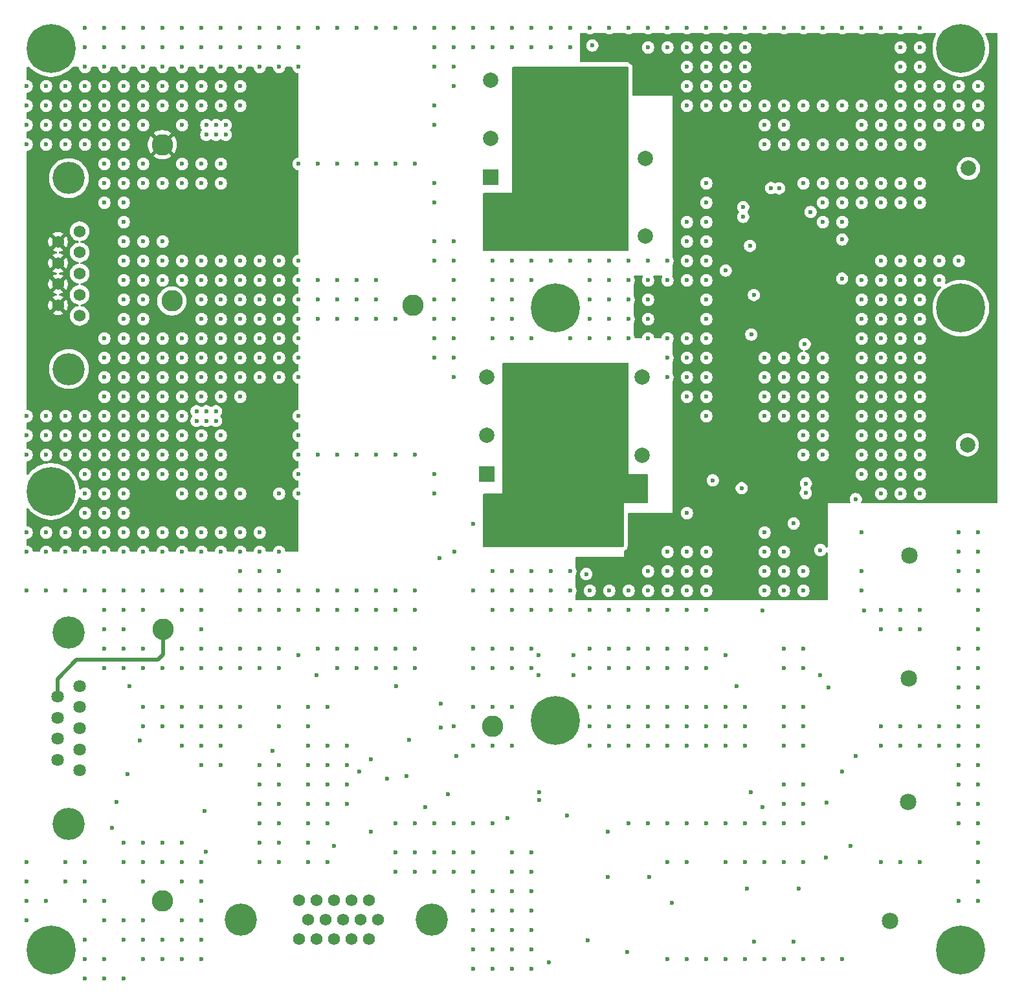
<source format=gbr>
%TF.GenerationSoftware,KiCad,Pcbnew,9.0.3*%
%TF.CreationDate,2025-09-16T11:45:41-04:00*%
%TF.ProjectId,5_COLD_TPC_Charge_Pre_Amp,355f434f-4c44-45f5-9450-435f43686172,rev?*%
%TF.SameCoordinates,Original*%
%TF.FileFunction,Copper,L3,Inr*%
%TF.FilePolarity,Positive*%
%FSLAX46Y46*%
G04 Gerber Fmt 4.6, Leading zero omitted, Abs format (unit mm)*
G04 Created by KiCad (PCBNEW 9.0.3) date 2025-09-16 11:45:41*
%MOMM*%
%LPD*%
G01*
G04 APERTURE LIST*
%TA.AperFunction,ComponentPad*%
%ADD10R,2.000000X2.000000*%
%TD*%
%TA.AperFunction,ComponentPad*%
%ADD11C,2.000000*%
%TD*%
%TA.AperFunction,ComponentPad*%
%ADD12C,2.800000*%
%TD*%
%TA.AperFunction,ComponentPad*%
%ADD13C,1.560000*%
%TD*%
%TA.AperFunction,ComponentPad*%
%ADD14C,4.216000*%
%TD*%
%TA.AperFunction,ComponentPad*%
%ADD15C,2.006600*%
%TD*%
%TA.AperFunction,ComponentPad*%
%ADD16C,2.209800*%
%TD*%
%TA.AperFunction,ComponentPad*%
%ADD17C,6.400000*%
%TD*%
%TA.AperFunction,ComponentPad*%
%ADD18C,1.575000*%
%TD*%
%TA.AperFunction,ComponentPad*%
%ADD19C,2.159000*%
%TD*%
%TA.AperFunction,ComponentPad*%
%ADD20C,1.635000*%
%TD*%
%TA.AperFunction,ViaPad*%
%ADD21C,0.600000*%
%TD*%
%TA.AperFunction,ViaPad*%
%ADD22C,1.500000*%
%TD*%
%TA.AperFunction,Conductor*%
%ADD23C,0.500000*%
%TD*%
G04 APERTURE END LIST*
D10*
%TO.N,/Main_Converter/V_POS*%
%TO.C,U4*%
X271000000Y-111750000D03*
D11*
%TO.N,/Main_Converter/V_RTN*%
X271000000Y-106650000D03*
%TO.N,/PM_5V_RTN*%
X291300000Y-119450000D03*
%TO.N,unconnected-(U4-TRIM-Pad4)*%
X291300000Y-109250000D03*
%TO.N,/M5V*%
X291300000Y-99050000D03*
%TO.N,/Enable_CKT/Enable*%
X271000000Y-99050000D03*
%TD*%
D12*
%TO.N,/PM_5V_TELEM_RTN*%
%TO.C,Telem_RTN1*%
X271750000Y-144770000D03*
%TD*%
D13*
%TO.N,/V_SEC_RTN*%
%TO.C,J1*%
X217755000Y-79935000D03*
X217755000Y-82705000D03*
%TO.N,unconnected-(J1-Pad3)*%
X217755000Y-85475000D03*
%TO.N,/V_SEC_RTN*%
X217755000Y-88245000D03*
X217755000Y-91015000D03*
%TO.N,/V_SEC_IN*%
X214915000Y-81320000D03*
X214915000Y-84090000D03*
X214915000Y-86860000D03*
X214915000Y-89630000D03*
D14*
%TO.N,GNDPWR*%
X216335000Y-72975000D03*
X216335000Y-97975000D03*
%TD*%
D12*
%TO.N,/M5_TELEM*%
%TO.C,-5V1*%
X228660000Y-132080000D03*
%TD*%
D15*
%TO.N,/M5V_OUT*%
%TO.C,J4*%
X333883000Y-107895000D03*
D16*
%TO.N,/PM_5V_RTN*%
X336423000Y-105355000D03*
X331343000Y-105355000D03*
X331343000Y-110435000D03*
X336423000Y-110435000D03*
%TD*%
D17*
%TO.N,GNDPWR*%
%TO.C,H3*%
X333000000Y-90000000D03*
%TD*%
D12*
%TO.N,/P5_TELEM*%
%TO.C,+5V1*%
X228540000Y-167640000D03*
%TD*%
D17*
%TO.N,GNDPWR*%
%TO.C,H1*%
X214000000Y-56000000D03*
%TD*%
%TO.N,GNDPWR*%
%TO.C,H2*%
X333000000Y-56000000D03*
%TD*%
D18*
%TO.N,/TEMP_MON*%
%TO.C,J3*%
X255606000Y-167510000D03*
%TO.N,/M5V_V_MON*%
X253316000Y-167510000D03*
%TO.N,/P5V_V_MON*%
X251026000Y-167510000D03*
%TO.N,/M5V_I_MON*%
X248736000Y-167510000D03*
%TO.N,/P5V_I_MON*%
X246446000Y-167510000D03*
%TO.N,/PM_5V_TELEM_RTN*%
X256751000Y-170050000D03*
X254461000Y-170050000D03*
X252171000Y-170050000D03*
X249881000Y-170050000D03*
X247591000Y-170050000D03*
%TO.N,unconnected-(J3-Pad11)*%
X255606000Y-172590000D03*
%TO.N,unconnected-(J3-Pad12)*%
X253316000Y-172590000D03*
%TO.N,unconnected-(J3-Pad13)*%
X251026000Y-172590000D03*
%TO.N,/Enable+*%
X248736000Y-172590000D03*
%TO.N,/Enable-*%
X246446000Y-172590000D03*
D14*
%TO.N,GNDPWR*%
X238785000Y-170050000D03*
X263775000Y-170050000D03*
%TD*%
D15*
%TO.N,/P5V_OUT*%
%TO.C,J5*%
X334010000Y-71705000D03*
D16*
%TO.N,/PM_5V_RTN*%
X336550000Y-69165000D03*
X331470000Y-69165000D03*
X331470000Y-74245000D03*
X336550000Y-74245000D03*
%TD*%
D12*
%TO.N,/Enable_CKT/Enable*%
%TO.C,V_{EN}1*%
X261320000Y-89620000D03*
%TD*%
D17*
%TO.N,GNDPWR*%
%TO.C,H8*%
X280000000Y-90000000D03*
%TD*%
D19*
%TO.N,Net-(M4-Pad3)*%
%TO.C,P1*%
X326300000Y-122390000D03*
%TD*%
%TO.N,Net-(P2-Pad1)*%
%TO.C,P2*%
X326220000Y-138470201D03*
%TD*%
D20*
%TO.N,/PM_5V_TELEM_RTN*%
%TO.C,J2*%
X217720000Y-150540000D03*
X217720000Y-147770000D03*
%TO.N,unconnected-(J2-Pad3)*%
X217720000Y-145000000D03*
%TO.N,/PM_5V_TELEM_RTN*%
X217720000Y-142230000D03*
X217720000Y-139460000D03*
%TO.N,/P5_TELEM*%
X214880000Y-149155000D03*
X214880000Y-146385000D03*
%TO.N,/M5_TELEM*%
X214880000Y-143615000D03*
X214880000Y-140845000D03*
D14*
%TO.N,GNDPWR*%
X216300000Y-132500000D03*
X216300000Y-157500000D03*
%TD*%
D12*
%TO.N,/V_SEC_IN*%
%TO.C,+12V1*%
X228570000Y-68590000D03*
%TD*%
D17*
%TO.N,GNDPWR*%
%TO.C,H5*%
X280000000Y-144000000D03*
%TD*%
D19*
%TO.N,Net-(P3-Pad1)*%
%TO.C,P3*%
X326120000Y-154650000D03*
%TD*%
D10*
%TO.N,/Main_Converter1/V_POS*%
%TO.C,U1*%
X271470000Y-72865000D03*
D11*
%TO.N,/Main_Converter1/V_RTN*%
X271470000Y-67765000D03*
%TO.N,/P5V*%
X291770000Y-80565000D03*
%TO.N,unconnected-(U1-TRIM-Pad4)*%
X291770000Y-70365000D03*
%TO.N,/PM_5V_RTN*%
X291770000Y-60165000D03*
%TO.N,/Enable_CKT/Enable*%
X271470000Y-60165000D03*
%TD*%
D12*
%TO.N,/V_SEC_RTN*%
%TO.C,+12V_RTN1*%
X229810000Y-89060000D03*
%TD*%
%TO.N,/PM_5V_RTN*%
%TO.C,+/-5V_{RTN}1*%
X296700000Y-90100000D03*
%TD*%
D19*
%TO.N,Net-(M3-Pad3)*%
%TO.C,P4*%
X323780000Y-170190201D03*
%TD*%
D17*
%TO.N,GNDPWR*%
%TO.C,H7*%
X333000000Y-174000000D03*
%TD*%
%TO.N,GNDPWR*%
%TO.C,H4*%
X214000000Y-114000000D03*
%TD*%
%TO.N,GNDPWR*%
%TO.C,H9*%
X214000000Y-174000000D03*
%TD*%
D21*
%TO.N,/PM_5V_RTN*%
X289520000Y-55620000D03*
X289080000Y-124820000D03*
X319440000Y-81020000D03*
D22*
%TO.N,GNDPWR*%
X284480000Y-74930000D03*
X279400000Y-111760000D03*
X287020000Y-111760000D03*
X276860000Y-116840000D03*
X284480000Y-111760000D03*
X279400000Y-104140000D03*
X279400000Y-72390000D03*
X281940000Y-111760000D03*
X284480000Y-119380000D03*
X279400000Y-62230000D03*
X274320000Y-114300000D03*
X281940000Y-101600000D03*
X279400000Y-77470000D03*
X274320000Y-106680000D03*
X274320000Y-80010000D03*
X284480000Y-106680000D03*
X276860000Y-106680000D03*
X276860000Y-64770000D03*
X276860000Y-77470000D03*
X281940000Y-59690000D03*
X287020000Y-114300000D03*
X284480000Y-116840000D03*
X284480000Y-109220000D03*
X279400000Y-69850000D03*
X281940000Y-104140000D03*
X284480000Y-77470000D03*
X276860000Y-104140000D03*
X276860000Y-114300000D03*
X276860000Y-59690000D03*
X287020000Y-74930000D03*
X284480000Y-69850000D03*
X276860000Y-101600000D03*
X279400000Y-114300000D03*
X281940000Y-80010000D03*
X284480000Y-80010000D03*
X276860000Y-69850000D03*
X274320000Y-77470000D03*
X287020000Y-104140000D03*
X276860000Y-62230000D03*
X274320000Y-116840000D03*
X274320000Y-109220000D03*
X281940000Y-64770000D03*
X287020000Y-106680000D03*
X287020000Y-80010000D03*
X284480000Y-99060000D03*
X279400000Y-101600000D03*
X279400000Y-106680000D03*
X287020000Y-69850000D03*
X287020000Y-119380000D03*
X284480000Y-101600000D03*
X281940000Y-114300000D03*
X281940000Y-116840000D03*
X279400000Y-59690000D03*
X279400000Y-80010000D03*
X284480000Y-62230000D03*
X276860000Y-72390000D03*
X287020000Y-116840000D03*
X276860000Y-80010000D03*
X274320000Y-104140000D03*
X287020000Y-99060000D03*
X274320000Y-99060000D03*
X281940000Y-109220000D03*
X287020000Y-64770000D03*
X281940000Y-62230000D03*
X274320000Y-101600000D03*
X279400000Y-99060000D03*
X279400000Y-116840000D03*
D21*
X284010000Y-124810000D03*
D22*
X290195000Y-113665000D03*
X287020000Y-62230000D03*
X279400000Y-67310000D03*
X271780000Y-119380000D03*
X281940000Y-67310000D03*
X287020000Y-67310000D03*
X287020000Y-109220000D03*
X284480000Y-59690000D03*
X281940000Y-119380000D03*
X281940000Y-74930000D03*
X276860000Y-74930000D03*
D21*
X284810000Y-55620000D03*
D22*
X279400000Y-109220000D03*
X281940000Y-77470000D03*
X279400000Y-64770000D03*
X281940000Y-69850000D03*
X284480000Y-64770000D03*
X281940000Y-99060000D03*
X281940000Y-72390000D03*
X271780000Y-116840000D03*
X287020000Y-72390000D03*
X284480000Y-72390000D03*
X276860000Y-67310000D03*
X276860000Y-99060000D03*
X276860000Y-119380000D03*
X271780000Y-80010000D03*
X284480000Y-114300000D03*
X281940000Y-106680000D03*
X274320000Y-119380000D03*
X279400000Y-74930000D03*
X279400000Y-119380000D03*
X284480000Y-67310000D03*
X287020000Y-101600000D03*
X287020000Y-77470000D03*
X284480000Y-104140000D03*
X276860000Y-109220000D03*
X276860000Y-111760000D03*
X271780000Y-77470000D03*
X274320000Y-111760000D03*
X287020000Y-59690000D03*
D21*
%TO.N,/V_SEC_RTN*%
X276860000Y-93980000D03*
X320040000Y-63500000D03*
X299720000Y-81280000D03*
X269240000Y-127000000D03*
X297180000Y-53340000D03*
X233680000Y-60960000D03*
X236220000Y-60960000D03*
X220980000Y-93980000D03*
X246380000Y-86360000D03*
X236220000Y-119380000D03*
X223520000Y-60960000D03*
X226060000Y-119380000D03*
X302260000Y-53340000D03*
X284480000Y-83820000D03*
X238760000Y-127000000D03*
X327660000Y-55880000D03*
X238760000Y-91440000D03*
X233045000Y-103505000D03*
X233680000Y-53340000D03*
X236220000Y-101600000D03*
X314960000Y-53340000D03*
X213360000Y-121920000D03*
X325120000Y-111760000D03*
X235585000Y-67310000D03*
X231140000Y-93980000D03*
X325120000Y-101600000D03*
X213360000Y-104140000D03*
X261620000Y-127000000D03*
X317500000Y-63500000D03*
X241300000Y-53340000D03*
X287020000Y-53340000D03*
X281940000Y-129540000D03*
X218440000Y-104140000D03*
X307340000Y-121920000D03*
X215900000Y-63500000D03*
X325120000Y-88900000D03*
X215900000Y-109220000D03*
X248920000Y-53340000D03*
X226060000Y-55880000D03*
X226060000Y-60960000D03*
X309880000Y-101600000D03*
X236220000Y-86360000D03*
X264160000Y-91440000D03*
X332740000Y-60960000D03*
X314960000Y-109220000D03*
X223520000Y-83820000D03*
X241300000Y-99060000D03*
X299720000Y-93980000D03*
X220980000Y-68580000D03*
X325120000Y-93980000D03*
X320040000Y-106680000D03*
X220980000Y-111760000D03*
X327660000Y-99060000D03*
X233680000Y-83820000D03*
X228600000Y-60960000D03*
X297180000Y-60960000D03*
X243840000Y-53340000D03*
X297180000Y-101600000D03*
X241300000Y-127000000D03*
X210820000Y-60960000D03*
X271780000Y-55880000D03*
X289560000Y-127000000D03*
X309880000Y-121920000D03*
X210820000Y-66040000D03*
X294640000Y-83820000D03*
X284480000Y-129540000D03*
X223520000Y-104140000D03*
X327660000Y-111760000D03*
X236220000Y-109220000D03*
X256540000Y-53340000D03*
X325120000Y-99060000D03*
X312420000Y-68580000D03*
X238760000Y-60960000D03*
X226060000Y-83820000D03*
X299720000Y-86360000D03*
X220980000Y-71120000D03*
X294640000Y-55880000D03*
X231140000Y-71120000D03*
X309880000Y-127000000D03*
X325120000Y-109220000D03*
X220980000Y-66040000D03*
X299720000Y-76200000D03*
X320040000Y-101600000D03*
X213360000Y-119380000D03*
X231140000Y-86360000D03*
X236220000Y-63500000D03*
X294640000Y-127000000D03*
X325120000Y-63500000D03*
X231140000Y-104140000D03*
X266700000Y-60960000D03*
X231140000Y-119380000D03*
X231140000Y-101600000D03*
X223520000Y-73660000D03*
X223520000Y-93980000D03*
X320040000Y-99060000D03*
X236220000Y-88900000D03*
X289560000Y-83820000D03*
X226060000Y-109220000D03*
X309880000Y-53340000D03*
X274320000Y-83820000D03*
X234315000Y-103505000D03*
X327660000Y-104140000D03*
X279400000Y-127000000D03*
X241300000Y-55880000D03*
X292100000Y-88900000D03*
X281940000Y-124460000D03*
X223520000Y-109220000D03*
X228600000Y-86360000D03*
X264160000Y-96520000D03*
X241300000Y-88900000D03*
X236220000Y-73660000D03*
X312420000Y-63500000D03*
X256540000Y-129540000D03*
X231140000Y-53340000D03*
X325120000Y-86360000D03*
X292100000Y-55880000D03*
X223520000Y-63500000D03*
X231140000Y-58420000D03*
X271780000Y-83820000D03*
X325120000Y-55880000D03*
X235585000Y-66040000D03*
X281940000Y-127000000D03*
X322580000Y-111760000D03*
X226060000Y-86360000D03*
X264160000Y-111760000D03*
X327660000Y-109220000D03*
X215900000Y-121920000D03*
X274320000Y-127000000D03*
X220980000Y-101600000D03*
X231140000Y-83820000D03*
X259080000Y-109220000D03*
X251460000Y-129540000D03*
X320040000Y-93980000D03*
X215900000Y-106680000D03*
X238760000Y-86360000D03*
X220980000Y-109220000D03*
X271780000Y-129540000D03*
X251460000Y-127000000D03*
X226060000Y-73660000D03*
X228600000Y-55880000D03*
X320040000Y-68580000D03*
X299720000Y-124460000D03*
X228600000Y-96520000D03*
X309880000Y-96520000D03*
X297180000Y-116840000D03*
X218440000Y-109220000D03*
X220980000Y-116840000D03*
X213360000Y-66040000D03*
X220980000Y-119380000D03*
X307340000Y-104140000D03*
X248920000Y-88900000D03*
X220980000Y-73660000D03*
X292100000Y-93980000D03*
X236220000Y-58420000D03*
X309880000Y-104140000D03*
X276860000Y-86360000D03*
X228600000Y-99060000D03*
X299720000Y-53340000D03*
X304800000Y-53340000D03*
X228600000Y-106680000D03*
X284480000Y-91440000D03*
X238760000Y-129540000D03*
X233680000Y-109220000D03*
X223520000Y-53340000D03*
X294640000Y-124460000D03*
X297180000Y-96520000D03*
X322580000Y-63500000D03*
X243840000Y-96520000D03*
X312420000Y-127000000D03*
X297180000Y-127000000D03*
X223520000Y-88900000D03*
X314960000Y-104140000D03*
X264160000Y-58420000D03*
X233680000Y-96520000D03*
X243840000Y-83820000D03*
X292100000Y-124460000D03*
X223520000Y-81280000D03*
X320040000Y-76200000D03*
X226060000Y-91440000D03*
X238760000Y-58420000D03*
X210820000Y-106680000D03*
X287020000Y-91440000D03*
X236220000Y-71120000D03*
X279400000Y-129540000D03*
X241300000Y-121920000D03*
X274320000Y-93980000D03*
X327660000Y-93980000D03*
X226060000Y-99060000D03*
X238760000Y-99060000D03*
X299720000Y-127000000D03*
X246380000Y-96520000D03*
X307340000Y-101600000D03*
X289560000Y-129540000D03*
X269240000Y-53340000D03*
X233680000Y-101600000D03*
X312420000Y-101600000D03*
X322580000Y-104140000D03*
X292100000Y-127000000D03*
X236220000Y-99060000D03*
X246380000Y-58420000D03*
X215900000Y-60960000D03*
X246380000Y-111760000D03*
X292100000Y-83820000D03*
X248920000Y-109220000D03*
X231140000Y-99060000D03*
X243840000Y-58420000D03*
X223520000Y-58420000D03*
X228600000Y-119380000D03*
X332740000Y-63500000D03*
X213360000Y-109220000D03*
X243840000Y-127000000D03*
X264160000Y-55880000D03*
X246380000Y-127000000D03*
X231140000Y-114300000D03*
X228600000Y-53340000D03*
X325120000Y-68580000D03*
X231140000Y-73660000D03*
X325120000Y-53340000D03*
X218440000Y-53340000D03*
X307340000Y-124460000D03*
X327660000Y-66040000D03*
X294640000Y-93980000D03*
X299720000Y-121920000D03*
X210820000Y-119380000D03*
X281940000Y-83820000D03*
X236220000Y-96520000D03*
X322580000Y-99060000D03*
X241300000Y-129540000D03*
X236220000Y-53340000D03*
X302260000Y-55880000D03*
X304800000Y-63500000D03*
X243840000Y-55880000D03*
X279400000Y-55880000D03*
X274320000Y-53340000D03*
X256540000Y-86360000D03*
X246380000Y-71120000D03*
X238760000Y-53340000D03*
X238760000Y-83820000D03*
X261620000Y-53340000D03*
X264160000Y-53340000D03*
X218440000Y-111760000D03*
X287020000Y-88900000D03*
X294640000Y-96520000D03*
X220980000Y-60960000D03*
X266700000Y-88900000D03*
X281940000Y-55880000D03*
X259080000Y-129540000D03*
X276860000Y-127000000D03*
X264160000Y-114300000D03*
X251460000Y-109220000D03*
X330200000Y-63500000D03*
X264160000Y-66040000D03*
X220980000Y-114300000D03*
X284480000Y-93980000D03*
X246380000Y-109220000D03*
X335280000Y-60960000D03*
X317500000Y-78740000D03*
X220980000Y-121920000D03*
X325120000Y-73660000D03*
X307340000Y-63500000D03*
X276860000Y-124460000D03*
X297180000Y-124460000D03*
X233680000Y-71120000D03*
X256540000Y-109220000D03*
X226060000Y-96520000D03*
X248920000Y-127000000D03*
X243840000Y-86360000D03*
X261620000Y-109220000D03*
X320040000Y-111760000D03*
X327660000Y-88900000D03*
X254000000Y-71120000D03*
X254000000Y-53340000D03*
X218440000Y-121920000D03*
X309880000Y-63500000D03*
X309880000Y-68580000D03*
X274320000Y-129540000D03*
X254000000Y-91440000D03*
X332740000Y-66040000D03*
X218440000Y-58420000D03*
X226060000Y-101600000D03*
X235585000Y-103505000D03*
X325120000Y-83820000D03*
X266700000Y-99060000D03*
X312420000Y-106680000D03*
X314960000Y-78740000D03*
X266700000Y-86360000D03*
X307340000Y-96520000D03*
X246380000Y-99060000D03*
X271780000Y-127000000D03*
X320040000Y-104140000D03*
X215900000Y-68580000D03*
X314960000Y-68580000D03*
X307340000Y-119380000D03*
X223520000Y-66040000D03*
X210820000Y-63500000D03*
X312420000Y-99060000D03*
X231140000Y-66040000D03*
X243840000Y-91440000D03*
X264160000Y-93980000D03*
X243840000Y-124460000D03*
X246380000Y-104140000D03*
X236855000Y-66040000D03*
X223520000Y-71120000D03*
X297180000Y-83820000D03*
X223520000Y-111760000D03*
X322580000Y-68580000D03*
X220980000Y-106680000D03*
X236220000Y-106680000D03*
X292100000Y-91440000D03*
X287020000Y-129540000D03*
X322580000Y-88900000D03*
X325120000Y-96520000D03*
X215900000Y-66040000D03*
X243840000Y-129540000D03*
X234315000Y-104775000D03*
X317500000Y-73660000D03*
X332740000Y-83820000D03*
X228600000Y-93980000D03*
X233680000Y-111760000D03*
X266700000Y-91440000D03*
X226060000Y-58420000D03*
X231140000Y-96520000D03*
X254000000Y-129540000D03*
X271780000Y-86360000D03*
X246380000Y-129540000D03*
X251460000Y-71120000D03*
X259080000Y-71120000D03*
X294640000Y-129540000D03*
X299720000Y-96520000D03*
X246380000Y-53340000D03*
X223520000Y-55880000D03*
X307340000Y-127000000D03*
X254000000Y-109220000D03*
X256540000Y-71120000D03*
X241300000Y-119380000D03*
X231140000Y-109220000D03*
X264160000Y-76200000D03*
X327660000Y-86360000D03*
X241300000Y-83820000D03*
X228600000Y-104140000D03*
X233680000Y-88900000D03*
X246380000Y-83820000D03*
X314960000Y-63500000D03*
X226060000Y-121920000D03*
X220980000Y-55880000D03*
X322580000Y-73660000D03*
X218440000Y-106680000D03*
X243840000Y-99060000D03*
X266700000Y-58420000D03*
X241300000Y-96520000D03*
X231140000Y-106680000D03*
X274320000Y-91440000D03*
X320040000Y-66040000D03*
X327660000Y-83820000D03*
X246380000Y-93980000D03*
X228600000Y-111760000D03*
X220980000Y-99060000D03*
X264160000Y-88900000D03*
X299720000Y-101600000D03*
X233680000Y-106680000D03*
X256540000Y-127000000D03*
X312420000Y-104140000D03*
X299720000Y-91440000D03*
X228600000Y-58420000D03*
X327660000Y-96520000D03*
X238760000Y-124460000D03*
X304800000Y-58420000D03*
X314960000Y-106680000D03*
X233680000Y-121920000D03*
X322580000Y-66040000D03*
X264160000Y-81280000D03*
X233680000Y-58420000D03*
X271780000Y-91440000D03*
X213360000Y-60960000D03*
X314960000Y-99060000D03*
X238760000Y-93980000D03*
X312420000Y-109220000D03*
X231140000Y-63500000D03*
X236220000Y-121920000D03*
X254000000Y-127000000D03*
X236220000Y-93980000D03*
X220980000Y-96520000D03*
X220980000Y-104140000D03*
X276860000Y-53340000D03*
X327660000Y-106680000D03*
X236220000Y-114300000D03*
X299720000Y-55880000D03*
X279400000Y-53340000D03*
X317500000Y-68580000D03*
X322580000Y-96520000D03*
X243840000Y-114300000D03*
X246380000Y-114300000D03*
X320040000Y-86360000D03*
X314960000Y-96520000D03*
X330200000Y-60960000D03*
X259080000Y-127000000D03*
X297180000Y-63500000D03*
X299720000Y-83820000D03*
X297180000Y-93980000D03*
X223520000Y-119380000D03*
X220980000Y-63500000D03*
X228600000Y-121920000D03*
X226060000Y-66040000D03*
X264160000Y-73660000D03*
X294640000Y-86360000D03*
X327660000Y-76200000D03*
X210820000Y-104140000D03*
X327660000Y-58420000D03*
X307340000Y-99060000D03*
X327660000Y-73660000D03*
X335280000Y-63500000D03*
X223520000Y-101600000D03*
X251460000Y-86360000D03*
X228600000Y-81280000D03*
X238760000Y-88900000D03*
X223520000Y-68580000D03*
X276860000Y-83820000D03*
X251460000Y-53340000D03*
X314960000Y-76200000D03*
X327660000Y-114300000D03*
X233680000Y-91440000D03*
X279400000Y-124460000D03*
X322580000Y-106680000D03*
X294640000Y-121920000D03*
X233680000Y-63500000D03*
X243840000Y-88900000D03*
X241300000Y-124460000D03*
X233680000Y-73660000D03*
X309880000Y-99060000D03*
X226060000Y-81280000D03*
X287020000Y-86360000D03*
X266700000Y-83820000D03*
X287020000Y-83820000D03*
X325120000Y-91440000D03*
X299720000Y-63500000D03*
X236220000Y-91440000D03*
X223520000Y-76200000D03*
X299720000Y-129540000D03*
X292100000Y-129540000D03*
X327660000Y-63500000D03*
X322580000Y-86360000D03*
X231140000Y-55880000D03*
X231140000Y-60960000D03*
X223520000Y-86360000D03*
X327660000Y-53340000D03*
X276860000Y-129540000D03*
X307340000Y-68580000D03*
X284480000Y-127000000D03*
X243840000Y-121920000D03*
X322580000Y-91440000D03*
X327660000Y-60960000D03*
X299720000Y-104140000D03*
X307340000Y-66040000D03*
X274320000Y-86360000D03*
X213360000Y-106680000D03*
X251460000Y-91440000D03*
X254000000Y-86360000D03*
X238760000Y-114300000D03*
X223520000Y-121920000D03*
X302260000Y-58420000D03*
X233045000Y-104775000D03*
X233680000Y-86360000D03*
X325120000Y-66040000D03*
X322580000Y-53340000D03*
X233680000Y-93980000D03*
X218440000Y-116840000D03*
X320040000Y-96520000D03*
X327660000Y-91440000D03*
X309880000Y-124460000D03*
X299720000Y-58420000D03*
X218440000Y-60960000D03*
X218440000Y-114300000D03*
X302260000Y-63500000D03*
X289560000Y-53340000D03*
X330200000Y-66040000D03*
X228600000Y-63500000D03*
X226060000Y-111760000D03*
X223520000Y-78740000D03*
X246380000Y-91440000D03*
X215900000Y-104140000D03*
X325120000Y-60960000D03*
X246380000Y-55880000D03*
X226060000Y-53340000D03*
X299720000Y-60960000D03*
X233680000Y-114300000D03*
X226060000Y-104140000D03*
X304800000Y-60960000D03*
X231140000Y-121920000D03*
X236220000Y-55880000D03*
X238760000Y-55880000D03*
X325120000Y-106680000D03*
X299720000Y-73660000D03*
X223520000Y-91440000D03*
X320040000Y-109220000D03*
X238760000Y-96520000D03*
X248920000Y-91440000D03*
X241300000Y-93980000D03*
X297180000Y-55880000D03*
X312420000Y-53340000D03*
X236220000Y-111760000D03*
X210820000Y-109220000D03*
X228600000Y-73660000D03*
X312420000Y-124460000D03*
X314960000Y-73660000D03*
X330200000Y-83820000D03*
X210820000Y-121920000D03*
X302260000Y-60960000D03*
X289560000Y-93980000D03*
X238760000Y-119380000D03*
X243840000Y-93980000D03*
X259080000Y-91440000D03*
X220980000Y-53340000D03*
X325120000Y-114300000D03*
X220980000Y-58420000D03*
X228600000Y-83820000D03*
X223520000Y-114300000D03*
X312420000Y-73660000D03*
X322580000Y-109220000D03*
X297180000Y-78740000D03*
X218440000Y-68580000D03*
X266700000Y-81280000D03*
X327660000Y-68580000D03*
X284480000Y-53340000D03*
X304800000Y-55880000D03*
X228600000Y-101600000D03*
X256540000Y-91440000D03*
X317500000Y-53340000D03*
X220980000Y-76200000D03*
X236220000Y-83820000D03*
X241300000Y-91440000D03*
X234315000Y-67310000D03*
X238760000Y-63500000D03*
X226060000Y-93980000D03*
X287020000Y-93980000D03*
X256540000Y-88900000D03*
X254000000Y-88900000D03*
X325120000Y-76200000D03*
X246380000Y-88900000D03*
X226060000Y-88900000D03*
X299720000Y-88900000D03*
X226060000Y-106680000D03*
X320040000Y-53340000D03*
X226060000Y-71120000D03*
X322580000Y-101600000D03*
X223520000Y-106680000D03*
X281940000Y-53340000D03*
X322580000Y-76200000D03*
X248920000Y-86360000D03*
X320040000Y-88900000D03*
X266700000Y-96520000D03*
X307340000Y-53340000D03*
X231140000Y-111760000D03*
X322580000Y-83820000D03*
X269240000Y-55880000D03*
X320040000Y-91440000D03*
X228600000Y-109220000D03*
X299720000Y-78740000D03*
X218440000Y-66040000D03*
X325120000Y-58420000D03*
X261620000Y-71120000D03*
X294640000Y-53340000D03*
X223520000Y-116840000D03*
X238760000Y-101600000D03*
X246380000Y-106680000D03*
X309880000Y-66040000D03*
X292100000Y-53340000D03*
X294640000Y-99060000D03*
X335280000Y-66040000D03*
X297180000Y-81280000D03*
X226060000Y-63500000D03*
X261620000Y-129540000D03*
X264160000Y-63500000D03*
X320040000Y-73660000D03*
X271780000Y-124460000D03*
X236855000Y-67310000D03*
X274320000Y-55880000D03*
X289560000Y-88900000D03*
X218440000Y-63500000D03*
X264160000Y-83820000D03*
X271780000Y-93980000D03*
X223520000Y-99060000D03*
X276860000Y-55880000D03*
X251460000Y-88900000D03*
X259080000Y-53340000D03*
X234315000Y-66040000D03*
X266700000Y-93980000D03*
X287020000Y-127000000D03*
X274320000Y-88900000D03*
X248920000Y-129540000D03*
X233680000Y-99060000D03*
X330200000Y-86360000D03*
X210820000Y-68580000D03*
X218440000Y-119380000D03*
X279400000Y-83820000D03*
X266700000Y-53340000D03*
X297180000Y-86360000D03*
X289560000Y-91440000D03*
X289560000Y-86360000D03*
X213360000Y-63500000D03*
X241300000Y-58420000D03*
X238760000Y-121920000D03*
X299720000Y-99060000D03*
X314960000Y-101600000D03*
X325120000Y-104140000D03*
X274320000Y-124460000D03*
X297180000Y-121920000D03*
X218440000Y-55880000D03*
X213360000Y-68580000D03*
X317500000Y-76200000D03*
X284480000Y-88900000D03*
X233680000Y-119380000D03*
X297180000Y-58420000D03*
X266700000Y-55880000D03*
X312420000Y-96520000D03*
X327660000Y-101600000D03*
X322580000Y-93980000D03*
X284480000Y-86360000D03*
X241300000Y-86360000D03*
X235585000Y-104775000D03*
X215900000Y-119380000D03*
X292100000Y-86360000D03*
X223520000Y-96520000D03*
X271780000Y-88900000D03*
X322580000Y-114300000D03*
X271780000Y-53340000D03*
X297180000Y-129540000D03*
X281940000Y-93980000D03*
X233680000Y-55880000D03*
X297180000Y-99060000D03*
X248920000Y-71120000D03*
%TO.N,/P5V*%
X308175000Y-74295000D03*
%TO.N,/P5_TELEM*%
X259150000Y-139510000D03*
X305997500Y-172920000D03*
X315430000Y-154700000D03*
X223970000Y-151017500D03*
X305936200Y-88275000D03*
X224270000Y-139530000D03*
X315720000Y-139630000D03*
X303720000Y-139470000D03*
%TO.N,/M5V*%
X300560000Y-112540000D03*
%TO.N,/PM_5V_TELEM_RTN*%
X269240000Y-168910000D03*
X264160000Y-163830000D03*
X220980000Y-129540000D03*
X247650000Y-157480000D03*
X299720000Y-142240000D03*
X261620000Y-163830000D03*
X233680000Y-175260000D03*
X231140000Y-170180000D03*
X297180000Y-157480000D03*
X330200000Y-147320000D03*
X312420000Y-162560000D03*
X297180000Y-162560000D03*
X314960000Y-175260000D03*
X265940000Y-153650000D03*
X247650000Y-152400000D03*
X274320000Y-161290000D03*
X332740000Y-149860000D03*
X233680000Y-134620000D03*
X231140000Y-134620000D03*
X297180000Y-144780000D03*
X276860000Y-137160000D03*
X231140000Y-147320000D03*
X274320000Y-147320000D03*
X223520000Y-177800000D03*
X228600000Y-172720000D03*
X299720000Y-147320000D03*
X247650000Y-142240000D03*
X252730000Y-152400000D03*
X335280000Y-129540000D03*
X307340000Y-175260000D03*
X335280000Y-162560000D03*
X297180000Y-147320000D03*
X335280000Y-119380000D03*
X213360000Y-127000000D03*
X233680000Y-142240000D03*
X304800000Y-162560000D03*
X238760000Y-134620000D03*
X215900000Y-162560000D03*
X322580000Y-132080000D03*
X250190000Y-162560000D03*
X271780000Y-137160000D03*
X250190000Y-142240000D03*
X302260000Y-144780000D03*
X274320000Y-166370000D03*
X231140000Y-175260000D03*
X335280000Y-157480000D03*
X320040000Y-127000000D03*
X309880000Y-152400000D03*
X327660000Y-144780000D03*
X304800000Y-175260000D03*
X247650000Y-147320000D03*
X302260000Y-147320000D03*
X279110000Y-175649800D03*
X269240000Y-176530000D03*
X335280000Y-165100000D03*
X252730000Y-154940000D03*
X309880000Y-157480000D03*
X271780000Y-171450000D03*
X220980000Y-134620000D03*
X284480000Y-147320000D03*
X312420000Y-134620000D03*
X236220000Y-149860000D03*
X332740000Y-121920000D03*
X236220000Y-134620000D03*
X325120000Y-144780000D03*
X299720000Y-137160000D03*
X302260000Y-157480000D03*
X312420000Y-137160000D03*
X218440000Y-172720000D03*
X231140000Y-142240000D03*
X261620000Y-157480000D03*
X271780000Y-166370000D03*
X269240000Y-147320000D03*
X236220000Y-144780000D03*
X332740000Y-119380000D03*
X238760000Y-144780000D03*
X294640000Y-157480000D03*
X231140000Y-137160000D03*
X269240000Y-157480000D03*
X277890000Y-154410000D03*
X228600000Y-127000000D03*
X226060000Y-175260000D03*
X236220000Y-147320000D03*
X332740000Y-139700000D03*
X264160000Y-157480000D03*
X221970000Y-158010000D03*
X266700000Y-161290000D03*
X269240000Y-161290000D03*
X315380000Y-161940000D03*
X335280000Y-142240000D03*
X335280000Y-127000000D03*
X241300000Y-162560000D03*
X247650000Y-144780000D03*
X299720000Y-134620000D03*
X228600000Y-160020000D03*
X269240000Y-137160000D03*
X226060000Y-144780000D03*
X257960000Y-151610000D03*
X261620000Y-134620000D03*
X335280000Y-149860000D03*
X335280000Y-124460000D03*
X218440000Y-127000000D03*
X312420000Y-157480000D03*
X281510000Y-156450000D03*
X256540000Y-134620000D03*
X243840000Y-142240000D03*
X226060000Y-165100000D03*
X247650000Y-162560000D03*
X276860000Y-166370000D03*
X312420000Y-147320000D03*
X274320000Y-173990000D03*
X287020000Y-147320000D03*
X332740000Y-167640000D03*
X294640000Y-142240000D03*
X332740000Y-137160000D03*
X241300000Y-137160000D03*
X243840000Y-152400000D03*
X327660000Y-132080000D03*
X297180000Y-137160000D03*
X274320000Y-142240000D03*
X256540000Y-137160000D03*
X266700000Y-144780000D03*
X233680000Y-172720000D03*
X251460000Y-134620000D03*
X231140000Y-160020000D03*
X304800000Y-142240000D03*
X327660000Y-147320000D03*
X218440000Y-162560000D03*
X309880000Y-175260000D03*
X271780000Y-134620000D03*
X305445000Y-81840000D03*
X320390000Y-129570000D03*
X325120000Y-132080000D03*
X215900000Y-127000000D03*
X327660000Y-129540000D03*
X332740000Y-134620000D03*
X250190000Y-154940000D03*
X233680000Y-132080000D03*
X289560000Y-144780000D03*
X274320000Y-137160000D03*
X234070000Y-155860000D03*
X302260000Y-175260000D03*
X250190000Y-152400000D03*
X289560000Y-137160000D03*
X271780000Y-147320000D03*
X274320000Y-176530000D03*
X294640000Y-144780000D03*
X289560000Y-147320000D03*
X322580000Y-162560000D03*
X234220000Y-161135000D03*
X322580000Y-144780000D03*
X220980000Y-132080000D03*
X231140000Y-127000000D03*
X250190000Y-147320000D03*
X297180000Y-142240000D03*
X271780000Y-176530000D03*
X243840000Y-134620000D03*
X220980000Y-167640000D03*
X292257500Y-164469800D03*
X311127500Y-172920000D03*
X223520000Y-129540000D03*
X243840000Y-137160000D03*
X332740000Y-127000000D03*
X312420000Y-144780000D03*
X276860000Y-163830000D03*
X335280000Y-134620000D03*
X335280000Y-167640000D03*
X311817500Y-165960000D03*
X233680000Y-144780000D03*
X292100000Y-157480000D03*
X254000000Y-134620000D03*
X269240000Y-173990000D03*
X335280000Y-147320000D03*
X335280000Y-152400000D03*
X266700000Y-157480000D03*
X312745000Y-112955000D03*
X220980000Y-177800000D03*
X287020000Y-142240000D03*
X241300000Y-154940000D03*
X320040000Y-119380000D03*
X226060000Y-129540000D03*
X327660000Y-162560000D03*
X261620000Y-161290000D03*
X289560000Y-157480000D03*
X269240000Y-166370000D03*
X250190000Y-157480000D03*
X220980000Y-175260000D03*
X241300000Y-149860000D03*
X236220000Y-137160000D03*
X233680000Y-167640000D03*
X241300000Y-134620000D03*
X332740000Y-154940000D03*
X287020000Y-137160000D03*
X223520000Y-170180000D03*
X289377500Y-174329800D03*
X223520000Y-162560000D03*
X294640000Y-162560000D03*
X312420000Y-142240000D03*
X276860000Y-134620000D03*
X243840000Y-160020000D03*
X226060000Y-172720000D03*
X332740000Y-144780000D03*
X261620000Y-137160000D03*
X228600000Y-175260000D03*
X247650000Y-149860000D03*
X210820000Y-167640000D03*
X287020000Y-144780000D03*
X325120000Y-129540000D03*
X218440000Y-167640000D03*
X236220000Y-142240000D03*
X233680000Y-127000000D03*
X322580000Y-147320000D03*
X233680000Y-170180000D03*
X254000000Y-137160000D03*
X332740000Y-157480000D03*
X294640000Y-134620000D03*
X238760000Y-137160000D03*
X241300000Y-157480000D03*
X250190000Y-149860000D03*
X247650000Y-154940000D03*
X243840000Y-162560000D03*
X274320000Y-163830000D03*
X226060000Y-170180000D03*
X220980000Y-137160000D03*
X276860000Y-173990000D03*
X292100000Y-142240000D03*
X215900000Y-165100000D03*
X220980000Y-170180000D03*
X297180000Y-134620000D03*
X223520000Y-127000000D03*
X287020000Y-134620000D03*
X284480000Y-134620000D03*
X265010000Y-141820000D03*
X276860000Y-168910000D03*
X292100000Y-134620000D03*
X225610000Y-146590000D03*
X332740000Y-152400000D03*
X289560000Y-142240000D03*
X297180000Y-175260000D03*
X243840000Y-149860000D03*
X210820000Y-127000000D03*
X312420000Y-152400000D03*
X335280000Y-139700000D03*
X289560000Y-134620000D03*
X332740000Y-124460000D03*
X325120000Y-162560000D03*
X309880000Y-147320000D03*
X313365000Y-77415000D03*
X269240000Y-171450000D03*
X252730000Y-147320000D03*
X223520000Y-160020000D03*
X259080000Y-161290000D03*
X292100000Y-147320000D03*
X210820000Y-170180000D03*
X231140000Y-144780000D03*
X292100000Y-144780000D03*
X213360000Y-167640000D03*
X332740000Y-147320000D03*
X243840000Y-154940000D03*
X233680000Y-137160000D03*
X242990000Y-147930000D03*
X243840000Y-144780000D03*
X241300000Y-152400000D03*
X312420000Y-154940000D03*
X218440000Y-165100000D03*
X330200000Y-144780000D03*
X309880000Y-162560000D03*
X284480000Y-144780000D03*
X271780000Y-173990000D03*
X271780000Y-168910000D03*
X335280000Y-121920000D03*
X233680000Y-147320000D03*
X210820000Y-165100000D03*
X259080000Y-134620000D03*
X222530000Y-154690000D03*
X264160000Y-161290000D03*
X320040000Y-124460000D03*
X294640000Y-137160000D03*
X292100000Y-137160000D03*
X325120000Y-147320000D03*
X302260000Y-162560000D03*
X335280000Y-137160000D03*
X304350000Y-113580000D03*
X269240000Y-163830000D03*
X274320000Y-134620000D03*
X231140000Y-129540000D03*
X228600000Y-162560000D03*
X251460000Y-137160000D03*
X243840000Y-157480000D03*
X220980000Y-127000000D03*
X335280000Y-160020000D03*
X307340000Y-162560000D03*
X228600000Y-142240000D03*
X226060000Y-160020000D03*
X304800000Y-147320000D03*
X294640000Y-147320000D03*
X223520000Y-137160000D03*
X259080000Y-137160000D03*
X276860000Y-161290000D03*
X322580000Y-129540000D03*
X228600000Y-137160000D03*
X223520000Y-132080000D03*
X231140000Y-172720000D03*
X259080000Y-163830000D03*
X248920000Y-134620000D03*
X309880000Y-154940000D03*
X226060000Y-137160000D03*
X302260000Y-142240000D03*
X218440000Y-177800000D03*
X332740000Y-142240000D03*
X284480000Y-137160000D03*
X335280000Y-144780000D03*
X226060000Y-127000000D03*
X274320000Y-168910000D03*
X271780000Y-142240000D03*
X269240000Y-142240000D03*
X304535000Y-76775000D03*
X299720000Y-175260000D03*
X304800000Y-157480000D03*
X284480000Y-142240000D03*
X294640000Y-175260000D03*
X238760000Y-142240000D03*
X335280000Y-154940000D03*
X312420000Y-175260000D03*
X276860000Y-176530000D03*
X218440000Y-175260000D03*
X259080000Y-157480000D03*
X233680000Y-165100000D03*
X226060000Y-142240000D03*
X233680000Y-129540000D03*
X276860000Y-171450000D03*
X299720000Y-157480000D03*
X210820000Y-162560000D03*
X309880000Y-142240000D03*
X266700000Y-163830000D03*
X312576200Y-94715000D03*
X226060000Y-134620000D03*
X311145000Y-118195000D03*
X335280000Y-132080000D03*
X252730000Y-149860000D03*
X271780000Y-157480000D03*
X309880000Y-137160000D03*
X299720000Y-144780000D03*
X309880000Y-144780000D03*
X233680000Y-149860000D03*
X241300000Y-160020000D03*
X223520000Y-134620000D03*
X307340000Y-157480000D03*
X231140000Y-165100000D03*
X226060000Y-162560000D03*
X295177500Y-167840000D03*
X223520000Y-172720000D03*
X274320000Y-171450000D03*
X231140000Y-162560000D03*
X317500000Y-175260000D03*
X269240000Y-134620000D03*
X309880000Y-134620000D03*
X228600000Y-144780000D03*
X247650000Y-160020000D03*
X304800000Y-144780000D03*
X233680000Y-162560000D03*
%TO.N,/M5_TELEM*%
X284210000Y-172779800D03*
%TO.N,/Telemetry_CKT/V3p3*%
X265020000Y-144920000D03*
X305067500Y-165957500D03*
X304535000Y-78045000D03*
X312735000Y-114215000D03*
X273680000Y-156780000D03*
%TO.N,Net-(C31-Pad2)*%
X314645000Y-121675000D03*
X282310000Y-138080000D03*
X314610000Y-138080000D03*
%TO.N,Net-(C32-Pad2)*%
X282310000Y-135460000D03*
X302220000Y-135460000D03*
X302255000Y-85075000D03*
%TO.N,/Telemetry_CKT/nV3p3*%
X286860000Y-158570000D03*
X255870000Y-149050000D03*
X255860000Y-158570000D03*
X286860000Y-164479800D03*
%TO.N,/V_SEC_IN*%
X226060000Y-115570000D03*
X227965000Y-77470000D03*
X227330000Y-115570000D03*
X227965000Y-78740000D03*
X228600000Y-116840000D03*
X229235000Y-77470000D03*
X227330000Y-116840000D03*
X226060000Y-116840000D03*
X244820000Y-119630000D03*
X226695000Y-77470000D03*
X226695000Y-78740000D03*
X229235000Y-78740000D03*
X228600000Y-115570000D03*
%TO.N,/M5V_V_MON*%
X307050000Y-129580000D03*
X262970000Y-155300000D03*
X307040000Y-155300000D03*
%TO.N,/M5V_I_MON*%
X277760000Y-138080000D03*
X248750000Y-138080000D03*
%TO.N,/P5V_I_MON*%
X246350000Y-135460000D03*
X277760000Y-135460000D03*
%TO.N,/P5V_V_MON*%
X251000000Y-160420000D03*
X318560000Y-160420000D03*
%TO.N,/P5V_OUT*%
X309235000Y-74305000D03*
X317490000Y-81010000D03*
%TO.N,Net-(M2-Pad1)*%
X264860000Y-122740000D03*
%TO.N,/Enable_CKT/Enable*%
X266760000Y-121840000D03*
X269210000Y-118230000D03*
%TO.N,/Telemetry_CKT/V_TEMP*%
X305570000Y-153400000D03*
X277840000Y-153400000D03*
X305605000Y-93455000D03*
%TO.N,Net-(U11A-+INA)*%
X317480000Y-150690000D03*
X254290000Y-150690000D03*
X317480000Y-86140000D03*
%TO.N,Net-(U11B--INB)*%
X319270000Y-115010000D03*
X319270000Y-148610000D03*
X266990000Y-148630000D03*
%TO.N,Net-(U11B-B_OUT)*%
X260850000Y-146510000D03*
X260530000Y-151290000D03*
%TD*%
D23*
%TO.N,/M5_TELEM*%
X214880000Y-138530000D02*
X217350000Y-136060000D01*
X228660000Y-135370000D02*
X228660000Y-132080000D01*
X227970000Y-136060000D02*
X228660000Y-135370000D01*
X217350000Y-136060000D02*
X227970000Y-136060000D01*
X214880000Y-140845000D02*
X214880000Y-138530000D01*
%TD*%
%TA.AperFunction,Conductor*%
%TO.N,GNDPWR*%
G36*
X289503039Y-97174685D02*
G01*
X289548794Y-97227489D01*
X289560000Y-97279000D01*
X289560000Y-111760000D01*
X291976000Y-111760000D01*
X292043039Y-111779685D01*
X292088794Y-111832489D01*
X292100000Y-111884000D01*
X292100000Y-115446000D01*
X292080315Y-115513039D01*
X292027511Y-115558794D01*
X291976000Y-115570000D01*
X288925000Y-115570000D01*
X288925000Y-121161000D01*
X288905315Y-121228039D01*
X288852511Y-121273794D01*
X288801000Y-121285000D01*
X270634000Y-121285000D01*
X270566961Y-121265315D01*
X270521206Y-121212511D01*
X270510000Y-121161000D01*
X270510000Y-114424000D01*
X270529685Y-114356961D01*
X270582489Y-114311206D01*
X270634000Y-114300000D01*
X273050000Y-114300000D01*
X273050000Y-97279000D01*
X273069685Y-97211961D01*
X273122489Y-97166206D01*
X273174000Y-97155000D01*
X289436000Y-97155000D01*
X289503039Y-97174685D01*
G37*
%TD.AperFunction*%
%TD*%
%TA.AperFunction,Conductor*%
%TO.N,GNDPWR*%
G36*
X289503039Y-58439685D02*
G01*
X289548794Y-58492489D01*
X289560000Y-58544000D01*
X289560000Y-82426000D01*
X289540315Y-82493039D01*
X289487511Y-82538794D01*
X289436000Y-82550000D01*
X270634000Y-82550000D01*
X270566961Y-82530315D01*
X270521206Y-82477511D01*
X270510000Y-82426000D01*
X270510000Y-75054000D01*
X270529685Y-74986961D01*
X270582489Y-74941206D01*
X270634000Y-74930000D01*
X274320000Y-74930000D01*
X274320000Y-58544000D01*
X274339685Y-58476961D01*
X274392489Y-58431206D01*
X274444000Y-58420000D01*
X289436000Y-58420000D01*
X289503039Y-58439685D01*
G37*
%TD.AperFunction*%
%TD*%
%TA.AperFunction,Conductor*%
%TO.N,/PM_5V_RTN*%
G36*
X284018907Y-53994685D02*
G01*
X284020694Y-53995855D01*
X284100821Y-54049394D01*
X284100823Y-54049395D01*
X284100827Y-54049397D01*
X284211571Y-54095268D01*
X284246503Y-54109737D01*
X284401153Y-54140499D01*
X284401156Y-54140500D01*
X284401158Y-54140500D01*
X284558844Y-54140500D01*
X284558845Y-54140499D01*
X284713497Y-54109737D01*
X284859179Y-54049394D01*
X284939242Y-53995897D01*
X285005918Y-53975020D01*
X285008132Y-53975000D01*
X286491868Y-53975000D01*
X286558907Y-53994685D01*
X286560694Y-53995855D01*
X286640821Y-54049394D01*
X286640823Y-54049395D01*
X286640827Y-54049397D01*
X286751571Y-54095268D01*
X286786503Y-54109737D01*
X286941153Y-54140499D01*
X286941156Y-54140500D01*
X286941158Y-54140500D01*
X287098844Y-54140500D01*
X287098845Y-54140499D01*
X287253497Y-54109737D01*
X287399179Y-54049394D01*
X287479242Y-53995897D01*
X287545918Y-53975020D01*
X287548132Y-53975000D01*
X289031868Y-53975000D01*
X289098907Y-53994685D01*
X289100694Y-53995855D01*
X289180821Y-54049394D01*
X289180823Y-54049395D01*
X289180827Y-54049397D01*
X289291571Y-54095268D01*
X289326503Y-54109737D01*
X289481153Y-54140499D01*
X289481156Y-54140500D01*
X289481158Y-54140500D01*
X289638844Y-54140500D01*
X289638845Y-54140499D01*
X289793497Y-54109737D01*
X289939179Y-54049394D01*
X290019242Y-53995897D01*
X290085918Y-53975020D01*
X290088132Y-53975000D01*
X291571868Y-53975000D01*
X291638907Y-53994685D01*
X291640694Y-53995855D01*
X291720821Y-54049394D01*
X291720823Y-54049395D01*
X291720827Y-54049397D01*
X291831571Y-54095268D01*
X291866503Y-54109737D01*
X292021153Y-54140499D01*
X292021156Y-54140500D01*
X292021158Y-54140500D01*
X292178844Y-54140500D01*
X292178845Y-54140499D01*
X292333497Y-54109737D01*
X292479179Y-54049394D01*
X292559242Y-53995897D01*
X292625918Y-53975020D01*
X292628132Y-53975000D01*
X294111868Y-53975000D01*
X294178907Y-53994685D01*
X294180694Y-53995855D01*
X294260821Y-54049394D01*
X294260823Y-54049395D01*
X294260827Y-54049397D01*
X294371571Y-54095268D01*
X294406503Y-54109737D01*
X294561153Y-54140499D01*
X294561156Y-54140500D01*
X294561158Y-54140500D01*
X294718844Y-54140500D01*
X294718845Y-54140499D01*
X294873497Y-54109737D01*
X295019179Y-54049394D01*
X295099242Y-53995897D01*
X295165918Y-53975020D01*
X295168132Y-53975000D01*
X296651868Y-53975000D01*
X296718907Y-53994685D01*
X296720694Y-53995855D01*
X296800821Y-54049394D01*
X296800823Y-54049395D01*
X296800827Y-54049397D01*
X296911571Y-54095268D01*
X296946503Y-54109737D01*
X297101153Y-54140499D01*
X297101156Y-54140500D01*
X297101158Y-54140500D01*
X297258844Y-54140500D01*
X297258845Y-54140499D01*
X297413497Y-54109737D01*
X297559179Y-54049394D01*
X297639242Y-53995897D01*
X297705918Y-53975020D01*
X297708132Y-53975000D01*
X299191868Y-53975000D01*
X299258907Y-53994685D01*
X299260694Y-53995855D01*
X299340821Y-54049394D01*
X299340823Y-54049395D01*
X299340827Y-54049397D01*
X299451571Y-54095268D01*
X299486503Y-54109737D01*
X299641153Y-54140499D01*
X299641156Y-54140500D01*
X299641158Y-54140500D01*
X299798844Y-54140500D01*
X299798845Y-54140499D01*
X299953497Y-54109737D01*
X300099179Y-54049394D01*
X300179242Y-53995897D01*
X300245918Y-53975020D01*
X300248132Y-53975000D01*
X301731868Y-53975000D01*
X301798907Y-53994685D01*
X301800694Y-53995855D01*
X301880821Y-54049394D01*
X301880823Y-54049395D01*
X301880827Y-54049397D01*
X301991571Y-54095268D01*
X302026503Y-54109737D01*
X302181153Y-54140499D01*
X302181156Y-54140500D01*
X302181158Y-54140500D01*
X302338844Y-54140500D01*
X302338845Y-54140499D01*
X302493497Y-54109737D01*
X302639179Y-54049394D01*
X302719242Y-53995897D01*
X302785918Y-53975020D01*
X302788132Y-53975000D01*
X304271868Y-53975000D01*
X304338907Y-53994685D01*
X304340694Y-53995855D01*
X304420821Y-54049394D01*
X304420823Y-54049395D01*
X304420827Y-54049397D01*
X304531571Y-54095268D01*
X304566503Y-54109737D01*
X304721153Y-54140499D01*
X304721156Y-54140500D01*
X304721158Y-54140500D01*
X304878844Y-54140500D01*
X304878845Y-54140499D01*
X305033497Y-54109737D01*
X305179179Y-54049394D01*
X305259242Y-53995897D01*
X305325918Y-53975020D01*
X305328132Y-53975000D01*
X306811868Y-53975000D01*
X306878907Y-53994685D01*
X306880694Y-53995855D01*
X306960821Y-54049394D01*
X306960823Y-54049395D01*
X306960827Y-54049397D01*
X307071571Y-54095268D01*
X307106503Y-54109737D01*
X307261153Y-54140499D01*
X307261156Y-54140500D01*
X307261158Y-54140500D01*
X307418844Y-54140500D01*
X307418845Y-54140499D01*
X307573497Y-54109737D01*
X307719179Y-54049394D01*
X307799242Y-53995897D01*
X307865918Y-53975020D01*
X307868132Y-53975000D01*
X309351868Y-53975000D01*
X309418907Y-53994685D01*
X309420694Y-53995855D01*
X309500821Y-54049394D01*
X309500823Y-54049395D01*
X309500827Y-54049397D01*
X309611571Y-54095268D01*
X309646503Y-54109737D01*
X309801153Y-54140499D01*
X309801156Y-54140500D01*
X309801158Y-54140500D01*
X309958844Y-54140500D01*
X309958845Y-54140499D01*
X310113497Y-54109737D01*
X310259179Y-54049394D01*
X310339242Y-53995897D01*
X310405918Y-53975020D01*
X310408132Y-53975000D01*
X311891868Y-53975000D01*
X311958907Y-53994685D01*
X311960694Y-53995855D01*
X312040821Y-54049394D01*
X312040823Y-54049395D01*
X312040827Y-54049397D01*
X312151571Y-54095268D01*
X312186503Y-54109737D01*
X312341153Y-54140499D01*
X312341156Y-54140500D01*
X312341158Y-54140500D01*
X312498844Y-54140500D01*
X312498845Y-54140499D01*
X312653497Y-54109737D01*
X312799179Y-54049394D01*
X312879242Y-53995897D01*
X312945918Y-53975020D01*
X312948132Y-53975000D01*
X314431868Y-53975000D01*
X314498907Y-53994685D01*
X314500694Y-53995855D01*
X314580821Y-54049394D01*
X314580823Y-54049395D01*
X314580827Y-54049397D01*
X314691571Y-54095268D01*
X314726503Y-54109737D01*
X314881153Y-54140499D01*
X314881156Y-54140500D01*
X314881158Y-54140500D01*
X315038844Y-54140500D01*
X315038845Y-54140499D01*
X315193497Y-54109737D01*
X315339179Y-54049394D01*
X315419242Y-53995897D01*
X315485918Y-53975020D01*
X315488132Y-53975000D01*
X316971868Y-53975000D01*
X317038907Y-53994685D01*
X317040694Y-53995855D01*
X317120821Y-54049394D01*
X317120823Y-54049395D01*
X317120827Y-54049397D01*
X317231571Y-54095268D01*
X317266503Y-54109737D01*
X317421153Y-54140499D01*
X317421156Y-54140500D01*
X317421158Y-54140500D01*
X317578844Y-54140500D01*
X317578845Y-54140499D01*
X317733497Y-54109737D01*
X317879179Y-54049394D01*
X317959242Y-53995897D01*
X318025918Y-53975020D01*
X318028132Y-53975000D01*
X319511868Y-53975000D01*
X319578907Y-53994685D01*
X319580694Y-53995855D01*
X319660821Y-54049394D01*
X319660823Y-54049395D01*
X319660827Y-54049397D01*
X319771571Y-54095268D01*
X319806503Y-54109737D01*
X319961153Y-54140499D01*
X319961156Y-54140500D01*
X319961158Y-54140500D01*
X320118844Y-54140500D01*
X320118845Y-54140499D01*
X320273497Y-54109737D01*
X320419179Y-54049394D01*
X320499242Y-53995897D01*
X320565918Y-53975020D01*
X320568132Y-53975000D01*
X322051868Y-53975000D01*
X322118907Y-53994685D01*
X322120694Y-53995855D01*
X322200821Y-54049394D01*
X322200823Y-54049395D01*
X322200827Y-54049397D01*
X322311571Y-54095268D01*
X322346503Y-54109737D01*
X322501153Y-54140499D01*
X322501156Y-54140500D01*
X322501158Y-54140500D01*
X322658844Y-54140500D01*
X322658845Y-54140499D01*
X322813497Y-54109737D01*
X322959179Y-54049394D01*
X323039242Y-53995897D01*
X323105918Y-53975020D01*
X323108132Y-53975000D01*
X324591868Y-53975000D01*
X324658907Y-53994685D01*
X324660694Y-53995855D01*
X324740821Y-54049394D01*
X324740823Y-54049395D01*
X324740827Y-54049397D01*
X324851571Y-54095268D01*
X324886503Y-54109737D01*
X325041153Y-54140499D01*
X325041156Y-54140500D01*
X325041158Y-54140500D01*
X325198844Y-54140500D01*
X325198845Y-54140499D01*
X325353497Y-54109737D01*
X325499179Y-54049394D01*
X325579242Y-53995897D01*
X325645918Y-53975020D01*
X325648132Y-53975000D01*
X327131868Y-53975000D01*
X327198907Y-53994685D01*
X327200694Y-53995855D01*
X327280821Y-54049394D01*
X327280823Y-54049395D01*
X327280827Y-54049397D01*
X327391571Y-54095268D01*
X327426503Y-54109737D01*
X327581153Y-54140499D01*
X327581156Y-54140500D01*
X327581158Y-54140500D01*
X327738844Y-54140500D01*
X327738845Y-54140499D01*
X327893497Y-54109737D01*
X328039179Y-54049394D01*
X328119242Y-53995897D01*
X328185918Y-53975020D01*
X328188132Y-53975000D01*
X329679550Y-53975000D01*
X329746589Y-53994685D01*
X329792344Y-54047489D01*
X329802288Y-54116647D01*
X329788908Y-54157453D01*
X329650756Y-54415916D01*
X329650754Y-54415921D01*
X329511614Y-54751834D01*
X329406067Y-55099776D01*
X329406064Y-55099787D01*
X329335137Y-55456369D01*
X329311256Y-55698842D01*
X329299500Y-55818206D01*
X329299500Y-56181794D01*
X329310337Y-56291829D01*
X329335137Y-56543630D01*
X329406064Y-56900212D01*
X329406067Y-56900223D01*
X329511614Y-57248165D01*
X329650754Y-57584078D01*
X329650756Y-57584083D01*
X329822140Y-57904720D01*
X329822151Y-57904738D01*
X330024140Y-58207035D01*
X330024150Y-58207049D01*
X330254807Y-58488106D01*
X330511893Y-58745192D01*
X330511898Y-58745196D01*
X330511899Y-58745197D01*
X330792956Y-58975854D01*
X331095268Y-59177853D01*
X331095277Y-59177858D01*
X331095279Y-59177859D01*
X331415916Y-59349243D01*
X331415918Y-59349243D01*
X331415924Y-59349247D01*
X331751836Y-59488386D01*
X332099767Y-59593930D01*
X332099773Y-59593931D01*
X332099776Y-59593932D01*
X332099787Y-59593935D01*
X332456369Y-59664862D01*
X332818206Y-59700500D01*
X332818209Y-59700500D01*
X333181791Y-59700500D01*
X333181794Y-59700500D01*
X333543631Y-59664862D01*
X333613045Y-59651054D01*
X333900212Y-59593935D01*
X333900223Y-59593932D01*
X333900223Y-59593931D01*
X333900233Y-59593930D01*
X334248164Y-59488386D01*
X334584076Y-59349247D01*
X334904732Y-59177853D01*
X335207044Y-58975854D01*
X335488101Y-58745197D01*
X335745197Y-58488101D01*
X335975854Y-58207044D01*
X336177853Y-57904732D01*
X336349247Y-57584076D01*
X336488386Y-57248164D01*
X336593930Y-56900233D01*
X336593932Y-56900223D01*
X336593935Y-56900212D01*
X336664862Y-56543630D01*
X336676989Y-56420499D01*
X336700500Y-56181794D01*
X336700500Y-55818206D01*
X336664862Y-55456369D01*
X336625447Y-55258213D01*
X336593935Y-55099787D01*
X336593932Y-55099776D01*
X336593931Y-55099773D01*
X336593930Y-55099767D01*
X336488386Y-54751836D01*
X336349247Y-54415924D01*
X336211092Y-54157453D01*
X336196850Y-54089050D01*
X336221850Y-54023807D01*
X336278155Y-53982436D01*
X336320450Y-53975000D01*
X337696000Y-53975000D01*
X337763039Y-53994685D01*
X337808794Y-54047489D01*
X337820000Y-54099000D01*
X337820000Y-115446000D01*
X337800315Y-115513039D01*
X337747511Y-115558794D01*
X337696000Y-115570000D01*
X320089625Y-115570000D01*
X320022586Y-115550315D01*
X319976831Y-115497511D01*
X319966887Y-115428353D01*
X319977787Y-115395107D01*
X319977063Y-115394808D01*
X320039735Y-115243501D01*
X320039737Y-115243497D01*
X320070500Y-115088842D01*
X320070500Y-114931158D01*
X320070500Y-114931155D01*
X320070499Y-114931153D01*
X320068636Y-114921786D01*
X320039737Y-114776503D01*
X319999427Y-114679185D01*
X319979397Y-114630827D01*
X319979390Y-114630814D01*
X319891789Y-114499711D01*
X319891786Y-114499707D01*
X319780292Y-114388213D01*
X319780288Y-114388210D01*
X319675463Y-114318168D01*
X319649184Y-114300609D01*
X319649172Y-114300602D01*
X319503501Y-114240264D01*
X319503489Y-114240261D01*
X319407428Y-114221153D01*
X321779500Y-114221153D01*
X321779500Y-114378846D01*
X321810261Y-114533489D01*
X321810264Y-114533501D01*
X321870602Y-114679172D01*
X321870609Y-114679185D01*
X321958210Y-114810288D01*
X321958213Y-114810292D01*
X322069707Y-114921786D01*
X322069711Y-114921789D01*
X322200814Y-115009390D01*
X322200827Y-115009397D01*
X322346498Y-115069735D01*
X322346503Y-115069737D01*
X322501153Y-115100499D01*
X322501156Y-115100500D01*
X322501158Y-115100500D01*
X322658844Y-115100500D01*
X322658845Y-115100499D01*
X322813497Y-115069737D01*
X322959179Y-115009394D01*
X323090289Y-114921789D01*
X323201789Y-114810289D01*
X323289394Y-114679179D01*
X323349737Y-114533497D01*
X323380500Y-114378842D01*
X323380500Y-114221158D01*
X323380500Y-114221155D01*
X323380499Y-114221153D01*
X324319500Y-114221153D01*
X324319500Y-114378846D01*
X324350261Y-114533489D01*
X324350264Y-114533501D01*
X324410602Y-114679172D01*
X324410609Y-114679185D01*
X324498210Y-114810288D01*
X324498213Y-114810292D01*
X324609707Y-114921786D01*
X324609711Y-114921789D01*
X324740814Y-115009390D01*
X324740827Y-115009397D01*
X324886498Y-115069735D01*
X324886503Y-115069737D01*
X325041153Y-115100499D01*
X325041156Y-115100500D01*
X325041158Y-115100500D01*
X325198844Y-115100500D01*
X325198845Y-115100499D01*
X325353497Y-115069737D01*
X325499179Y-115009394D01*
X325630289Y-114921789D01*
X325741789Y-114810289D01*
X325829394Y-114679179D01*
X325889737Y-114533497D01*
X325920500Y-114378842D01*
X325920500Y-114221158D01*
X325920500Y-114221155D01*
X325920499Y-114221153D01*
X326859500Y-114221153D01*
X326859500Y-114378846D01*
X326890261Y-114533489D01*
X326890264Y-114533501D01*
X326950602Y-114679172D01*
X326950609Y-114679185D01*
X327038210Y-114810288D01*
X327038213Y-114810292D01*
X327149707Y-114921786D01*
X327149711Y-114921789D01*
X327280814Y-115009390D01*
X327280827Y-115009397D01*
X327426498Y-115069735D01*
X327426503Y-115069737D01*
X327581153Y-115100499D01*
X327581156Y-115100500D01*
X327581158Y-115100500D01*
X327738844Y-115100500D01*
X327738845Y-115100499D01*
X327893497Y-115069737D01*
X328039179Y-115009394D01*
X328170289Y-114921789D01*
X328281789Y-114810289D01*
X328369394Y-114679179D01*
X328429737Y-114533497D01*
X328460500Y-114378842D01*
X328460500Y-114221158D01*
X328460500Y-114221155D01*
X328460499Y-114221153D01*
X328434468Y-114090288D01*
X328429737Y-114066503D01*
X328385285Y-113959185D01*
X328369397Y-113920827D01*
X328369390Y-113920814D01*
X328281789Y-113789711D01*
X328281786Y-113789707D01*
X328170292Y-113678213D01*
X328170288Y-113678210D01*
X328039185Y-113590609D01*
X328039172Y-113590602D01*
X327893501Y-113530264D01*
X327893489Y-113530261D01*
X327738845Y-113499500D01*
X327738842Y-113499500D01*
X327581158Y-113499500D01*
X327581155Y-113499500D01*
X327426510Y-113530261D01*
X327426498Y-113530264D01*
X327280827Y-113590602D01*
X327280814Y-113590609D01*
X327149711Y-113678210D01*
X327149707Y-113678213D01*
X327038213Y-113789707D01*
X327038210Y-113789711D01*
X326950609Y-113920814D01*
X326950602Y-113920827D01*
X326890264Y-114066498D01*
X326890261Y-114066510D01*
X326859500Y-114221153D01*
X325920499Y-114221153D01*
X325894468Y-114090288D01*
X325889737Y-114066503D01*
X325845285Y-113959185D01*
X325829397Y-113920827D01*
X325829390Y-113920814D01*
X325741789Y-113789711D01*
X325741786Y-113789707D01*
X325630292Y-113678213D01*
X325630288Y-113678210D01*
X325499185Y-113590609D01*
X325499172Y-113590602D01*
X325353501Y-113530264D01*
X325353489Y-113530261D01*
X325198845Y-113499500D01*
X325198842Y-113499500D01*
X325041158Y-113499500D01*
X325041155Y-113499500D01*
X324886510Y-113530261D01*
X324886498Y-113530264D01*
X324740827Y-113590602D01*
X324740814Y-113590609D01*
X324609711Y-113678210D01*
X324609707Y-113678213D01*
X324498213Y-113789707D01*
X324498210Y-113789711D01*
X324410609Y-113920814D01*
X324410602Y-113920827D01*
X324350264Y-114066498D01*
X324350261Y-114066510D01*
X324319500Y-114221153D01*
X323380499Y-114221153D01*
X323354468Y-114090288D01*
X323349737Y-114066503D01*
X323305285Y-113959185D01*
X323289397Y-113920827D01*
X323289390Y-113920814D01*
X323201789Y-113789711D01*
X323201786Y-113789707D01*
X323090292Y-113678213D01*
X323090288Y-113678210D01*
X322959185Y-113590609D01*
X322959172Y-113590602D01*
X322813501Y-113530264D01*
X322813489Y-113530261D01*
X322658845Y-113499500D01*
X322658842Y-113499500D01*
X322501158Y-113499500D01*
X322501155Y-113499500D01*
X322346510Y-113530261D01*
X322346498Y-113530264D01*
X322200827Y-113590602D01*
X322200814Y-113590609D01*
X322069711Y-113678210D01*
X322069707Y-113678213D01*
X321958213Y-113789707D01*
X321958210Y-113789711D01*
X321870609Y-113920814D01*
X321870602Y-113920827D01*
X321810264Y-114066498D01*
X321810261Y-114066510D01*
X321779500Y-114221153D01*
X319407428Y-114221153D01*
X319348845Y-114209500D01*
X319348842Y-114209500D01*
X319191158Y-114209500D01*
X319191155Y-114209500D01*
X319036510Y-114240261D01*
X319036498Y-114240264D01*
X318890827Y-114300602D01*
X318890814Y-114300609D01*
X318759711Y-114388210D01*
X318759707Y-114388213D01*
X318648213Y-114499707D01*
X318648210Y-114499711D01*
X318560609Y-114630814D01*
X318560602Y-114630827D01*
X318500264Y-114776498D01*
X318500261Y-114776510D01*
X318469500Y-114931153D01*
X318469500Y-115088846D01*
X318500261Y-115243489D01*
X318500264Y-115243501D01*
X318562937Y-115394808D01*
X318561379Y-115395453D01*
X318573975Y-115455951D01*
X318548974Y-115521195D01*
X318492668Y-115562565D01*
X318450375Y-115570000D01*
X315595000Y-115570000D01*
X315595000Y-121253304D01*
X315575315Y-121320343D01*
X315522511Y-121366098D01*
X315453353Y-121376042D01*
X315389797Y-121347017D01*
X315356440Y-121300759D01*
X315354396Y-121295826D01*
X315354390Y-121295814D01*
X315266789Y-121164711D01*
X315266786Y-121164707D01*
X315155292Y-121053213D01*
X315155288Y-121053210D01*
X315024185Y-120965609D01*
X315024172Y-120965602D01*
X314878501Y-120905264D01*
X314878489Y-120905261D01*
X314723845Y-120874500D01*
X314723842Y-120874500D01*
X314566158Y-120874500D01*
X314566155Y-120874500D01*
X314411510Y-120905261D01*
X314411498Y-120905264D01*
X314265827Y-120965602D01*
X314265814Y-120965609D01*
X314134711Y-121053210D01*
X314134707Y-121053213D01*
X314023213Y-121164707D01*
X314023210Y-121164711D01*
X313935609Y-121295814D01*
X313935602Y-121295827D01*
X313875264Y-121441498D01*
X313875261Y-121441510D01*
X313844500Y-121596153D01*
X313844500Y-121753846D01*
X313875261Y-121908489D01*
X313875264Y-121908501D01*
X313935602Y-122054172D01*
X313935609Y-122054185D01*
X314023210Y-122185288D01*
X314023213Y-122185292D01*
X314134707Y-122296786D01*
X314134711Y-122296789D01*
X314265814Y-122384390D01*
X314265827Y-122384397D01*
X314376622Y-122430289D01*
X314411503Y-122444737D01*
X314566153Y-122475499D01*
X314566156Y-122475500D01*
X314566158Y-122475500D01*
X314723844Y-122475500D01*
X314723845Y-122475499D01*
X314878497Y-122444737D01*
X315024179Y-122384394D01*
X315155289Y-122296789D01*
X315266789Y-122185289D01*
X315354394Y-122054179D01*
X315356438Y-122049243D01*
X315400279Y-121994840D01*
X315466572Y-121972774D01*
X315534272Y-121990052D01*
X315581883Y-122041189D01*
X315595000Y-122096695D01*
X315595000Y-128146000D01*
X315575315Y-128213039D01*
X315522511Y-128258794D01*
X315471000Y-128270000D01*
X282699000Y-128270000D01*
X282631961Y-128250315D01*
X282586206Y-128197511D01*
X282575000Y-128146000D01*
X282575000Y-127528132D01*
X282594685Y-127461093D01*
X282595855Y-127459305D01*
X282649394Y-127379179D01*
X282709737Y-127233497D01*
X282740500Y-127078842D01*
X282740500Y-126921158D01*
X282740500Y-126921155D01*
X282740499Y-126921153D01*
X283679500Y-126921153D01*
X283679500Y-127078846D01*
X283710261Y-127233489D01*
X283710264Y-127233501D01*
X283770602Y-127379172D01*
X283770609Y-127379185D01*
X283858210Y-127510288D01*
X283858213Y-127510292D01*
X283969707Y-127621786D01*
X283969711Y-127621789D01*
X284100814Y-127709390D01*
X284100827Y-127709397D01*
X284246498Y-127769735D01*
X284246503Y-127769737D01*
X284401153Y-127800499D01*
X284401156Y-127800500D01*
X284401158Y-127800500D01*
X284558844Y-127800500D01*
X284558845Y-127800499D01*
X284713497Y-127769737D01*
X284859179Y-127709394D01*
X284990289Y-127621789D01*
X285101789Y-127510289D01*
X285189394Y-127379179D01*
X285249737Y-127233497D01*
X285280500Y-127078842D01*
X285280500Y-126921158D01*
X285280500Y-126921155D01*
X285280499Y-126921153D01*
X286219500Y-126921153D01*
X286219500Y-127078846D01*
X286250261Y-127233489D01*
X286250264Y-127233501D01*
X286310602Y-127379172D01*
X286310609Y-127379185D01*
X286398210Y-127510288D01*
X286398213Y-127510292D01*
X286509707Y-127621786D01*
X286509711Y-127621789D01*
X286640814Y-127709390D01*
X286640827Y-127709397D01*
X286786498Y-127769735D01*
X286786503Y-127769737D01*
X286941153Y-127800499D01*
X286941156Y-127800500D01*
X286941158Y-127800500D01*
X287098844Y-127800500D01*
X287098845Y-127800499D01*
X287253497Y-127769737D01*
X287399179Y-127709394D01*
X287530289Y-127621789D01*
X287641789Y-127510289D01*
X287729394Y-127379179D01*
X287789737Y-127233497D01*
X287820500Y-127078842D01*
X287820500Y-126921158D01*
X287820500Y-126921155D01*
X287820499Y-126921153D01*
X288759500Y-126921153D01*
X288759500Y-127078846D01*
X288790261Y-127233489D01*
X288790264Y-127233501D01*
X288850602Y-127379172D01*
X288850609Y-127379185D01*
X288938210Y-127510288D01*
X288938213Y-127510292D01*
X289049707Y-127621786D01*
X289049711Y-127621789D01*
X289180814Y-127709390D01*
X289180827Y-127709397D01*
X289326498Y-127769735D01*
X289326503Y-127769737D01*
X289481153Y-127800499D01*
X289481156Y-127800500D01*
X289481158Y-127800500D01*
X289638844Y-127800500D01*
X289638845Y-127800499D01*
X289793497Y-127769737D01*
X289939179Y-127709394D01*
X290070289Y-127621789D01*
X290181789Y-127510289D01*
X290269394Y-127379179D01*
X290329737Y-127233497D01*
X290360500Y-127078842D01*
X290360500Y-126921158D01*
X290360500Y-126921155D01*
X290360499Y-126921153D01*
X291299500Y-126921153D01*
X291299500Y-127078846D01*
X291330261Y-127233489D01*
X291330264Y-127233501D01*
X291390602Y-127379172D01*
X291390609Y-127379185D01*
X291478210Y-127510288D01*
X291478213Y-127510292D01*
X291589707Y-127621786D01*
X291589711Y-127621789D01*
X291720814Y-127709390D01*
X291720827Y-127709397D01*
X291866498Y-127769735D01*
X291866503Y-127769737D01*
X292021153Y-127800499D01*
X292021156Y-127800500D01*
X292021158Y-127800500D01*
X292178844Y-127800500D01*
X292178845Y-127800499D01*
X292333497Y-127769737D01*
X292479179Y-127709394D01*
X292610289Y-127621789D01*
X292721789Y-127510289D01*
X292809394Y-127379179D01*
X292869737Y-127233497D01*
X292900500Y-127078842D01*
X292900500Y-126921158D01*
X292900500Y-126921155D01*
X292900499Y-126921153D01*
X293839500Y-126921153D01*
X293839500Y-127078846D01*
X293870261Y-127233489D01*
X293870264Y-127233501D01*
X293930602Y-127379172D01*
X293930609Y-127379185D01*
X294018210Y-127510288D01*
X294018213Y-127510292D01*
X294129707Y-127621786D01*
X294129711Y-127621789D01*
X294260814Y-127709390D01*
X294260827Y-127709397D01*
X294406498Y-127769735D01*
X294406503Y-127769737D01*
X294561153Y-127800499D01*
X294561156Y-127800500D01*
X294561158Y-127800500D01*
X294718844Y-127800500D01*
X294718845Y-127800499D01*
X294873497Y-127769737D01*
X295019179Y-127709394D01*
X295150289Y-127621789D01*
X295261789Y-127510289D01*
X295349394Y-127379179D01*
X295409737Y-127233497D01*
X295440500Y-127078842D01*
X295440500Y-126921158D01*
X295440500Y-126921155D01*
X295440499Y-126921153D01*
X296379500Y-126921153D01*
X296379500Y-127078846D01*
X296410261Y-127233489D01*
X296410264Y-127233501D01*
X296470602Y-127379172D01*
X296470609Y-127379185D01*
X296558210Y-127510288D01*
X296558213Y-127510292D01*
X296669707Y-127621786D01*
X296669711Y-127621789D01*
X296800814Y-127709390D01*
X296800827Y-127709397D01*
X296946498Y-127769735D01*
X296946503Y-127769737D01*
X297101153Y-127800499D01*
X297101156Y-127800500D01*
X297101158Y-127800500D01*
X297258844Y-127800500D01*
X297258845Y-127800499D01*
X297413497Y-127769737D01*
X297559179Y-127709394D01*
X297690289Y-127621789D01*
X297801789Y-127510289D01*
X297889394Y-127379179D01*
X297949737Y-127233497D01*
X297980500Y-127078842D01*
X297980500Y-126921158D01*
X297980500Y-126921155D01*
X297980499Y-126921153D01*
X298919500Y-126921153D01*
X298919500Y-127078846D01*
X298950261Y-127233489D01*
X298950264Y-127233501D01*
X299010602Y-127379172D01*
X299010609Y-127379185D01*
X299098210Y-127510288D01*
X299098213Y-127510292D01*
X299209707Y-127621786D01*
X299209711Y-127621789D01*
X299340814Y-127709390D01*
X299340827Y-127709397D01*
X299486498Y-127769735D01*
X299486503Y-127769737D01*
X299641153Y-127800499D01*
X299641156Y-127800500D01*
X299641158Y-127800500D01*
X299798844Y-127800500D01*
X299798845Y-127800499D01*
X299953497Y-127769737D01*
X300099179Y-127709394D01*
X300230289Y-127621789D01*
X300341789Y-127510289D01*
X300429394Y-127379179D01*
X300489737Y-127233497D01*
X300520500Y-127078842D01*
X300520500Y-126921158D01*
X300520500Y-126921155D01*
X300520499Y-126921153D01*
X306539500Y-126921153D01*
X306539500Y-127078846D01*
X306570261Y-127233489D01*
X306570264Y-127233501D01*
X306630602Y-127379172D01*
X306630609Y-127379185D01*
X306718210Y-127510288D01*
X306718213Y-127510292D01*
X306829707Y-127621786D01*
X306829711Y-127621789D01*
X306960814Y-127709390D01*
X306960827Y-127709397D01*
X307106498Y-127769735D01*
X307106503Y-127769737D01*
X307261153Y-127800499D01*
X307261156Y-127800500D01*
X307261158Y-127800500D01*
X307418844Y-127800500D01*
X307418845Y-127800499D01*
X307573497Y-127769737D01*
X307719179Y-127709394D01*
X307850289Y-127621789D01*
X307961789Y-127510289D01*
X308049394Y-127379179D01*
X308109737Y-127233497D01*
X308140500Y-127078842D01*
X308140500Y-126921158D01*
X308140500Y-126921155D01*
X308140499Y-126921153D01*
X309079500Y-126921153D01*
X309079500Y-127078846D01*
X309110261Y-127233489D01*
X309110264Y-127233501D01*
X309170602Y-127379172D01*
X309170609Y-127379185D01*
X309258210Y-127510288D01*
X309258213Y-127510292D01*
X309369707Y-127621786D01*
X309369711Y-127621789D01*
X309500814Y-127709390D01*
X309500827Y-127709397D01*
X309646498Y-127769735D01*
X309646503Y-127769737D01*
X309801153Y-127800499D01*
X309801156Y-127800500D01*
X309801158Y-127800500D01*
X309958844Y-127800500D01*
X309958845Y-127800499D01*
X310113497Y-127769737D01*
X310259179Y-127709394D01*
X310390289Y-127621789D01*
X310501789Y-127510289D01*
X310589394Y-127379179D01*
X310649737Y-127233497D01*
X310680500Y-127078842D01*
X310680500Y-126921158D01*
X310680500Y-126921155D01*
X310680499Y-126921153D01*
X311619500Y-126921153D01*
X311619500Y-127078846D01*
X311650261Y-127233489D01*
X311650264Y-127233501D01*
X311710602Y-127379172D01*
X311710609Y-127379185D01*
X311798210Y-127510288D01*
X311798213Y-127510292D01*
X311909707Y-127621786D01*
X311909711Y-127621789D01*
X312040814Y-127709390D01*
X312040827Y-127709397D01*
X312186498Y-127769735D01*
X312186503Y-127769737D01*
X312341153Y-127800499D01*
X312341156Y-127800500D01*
X312341158Y-127800500D01*
X312498844Y-127800500D01*
X312498845Y-127800499D01*
X312653497Y-127769737D01*
X312799179Y-127709394D01*
X312930289Y-127621789D01*
X313041789Y-127510289D01*
X313129394Y-127379179D01*
X313189737Y-127233497D01*
X313220500Y-127078842D01*
X313220500Y-126921158D01*
X313220500Y-126921155D01*
X313220499Y-126921153D01*
X313189738Y-126766510D01*
X313189737Y-126766503D01*
X313129397Y-126620828D01*
X313129397Y-126620827D01*
X313129390Y-126620814D01*
X313041789Y-126489711D01*
X313041786Y-126489707D01*
X312930292Y-126378213D01*
X312930288Y-126378210D01*
X312799185Y-126290609D01*
X312799172Y-126290602D01*
X312653501Y-126230264D01*
X312653489Y-126230261D01*
X312498845Y-126199500D01*
X312498842Y-126199500D01*
X312341158Y-126199500D01*
X312341155Y-126199500D01*
X312186510Y-126230261D01*
X312186498Y-126230264D01*
X312040827Y-126290602D01*
X312040814Y-126290609D01*
X311909711Y-126378210D01*
X311909707Y-126378213D01*
X311798213Y-126489707D01*
X311798210Y-126489711D01*
X311710609Y-126620814D01*
X311710602Y-126620827D01*
X311650264Y-126766498D01*
X311650261Y-126766510D01*
X311619500Y-126921153D01*
X310680499Y-126921153D01*
X310649738Y-126766510D01*
X310649737Y-126766503D01*
X310589397Y-126620828D01*
X310589397Y-126620827D01*
X310589390Y-126620814D01*
X310501789Y-126489711D01*
X310501786Y-126489707D01*
X310390292Y-126378213D01*
X310390288Y-126378210D01*
X310259185Y-126290609D01*
X310259172Y-126290602D01*
X310113501Y-126230264D01*
X310113489Y-126230261D01*
X309958845Y-126199500D01*
X309958842Y-126199500D01*
X309801158Y-126199500D01*
X309801155Y-126199500D01*
X309646510Y-126230261D01*
X309646498Y-126230264D01*
X309500827Y-126290602D01*
X309500814Y-126290609D01*
X309369711Y-126378210D01*
X309369707Y-126378213D01*
X309258213Y-126489707D01*
X309258210Y-126489711D01*
X309170609Y-126620814D01*
X309170602Y-126620827D01*
X309110264Y-126766498D01*
X309110261Y-126766510D01*
X309079500Y-126921153D01*
X308140499Y-126921153D01*
X308109738Y-126766510D01*
X308109737Y-126766503D01*
X308049397Y-126620828D01*
X308049397Y-126620827D01*
X308049390Y-126620814D01*
X307961789Y-126489711D01*
X307961786Y-126489707D01*
X307850292Y-126378213D01*
X307850288Y-126378210D01*
X307719185Y-126290609D01*
X307719172Y-126290602D01*
X307573501Y-126230264D01*
X307573489Y-126230261D01*
X307418845Y-126199500D01*
X307418842Y-126199500D01*
X307261158Y-126199500D01*
X307261155Y-126199500D01*
X307106510Y-126230261D01*
X307106498Y-126230264D01*
X306960827Y-126290602D01*
X306960814Y-126290609D01*
X306829711Y-126378210D01*
X306829707Y-126378213D01*
X306718213Y-126489707D01*
X306718210Y-126489711D01*
X306630609Y-126620814D01*
X306630602Y-126620827D01*
X306570264Y-126766498D01*
X306570261Y-126766510D01*
X306539500Y-126921153D01*
X300520499Y-126921153D01*
X300489738Y-126766510D01*
X300489737Y-126766503D01*
X300429397Y-126620828D01*
X300429397Y-126620827D01*
X300429390Y-126620814D01*
X300341789Y-126489711D01*
X300341786Y-126489707D01*
X300230292Y-126378213D01*
X300230288Y-126378210D01*
X300099185Y-126290609D01*
X300099172Y-126290602D01*
X299953501Y-126230264D01*
X299953489Y-126230261D01*
X299798845Y-126199500D01*
X299798842Y-126199500D01*
X299641158Y-126199500D01*
X299641155Y-126199500D01*
X299486510Y-126230261D01*
X299486498Y-126230264D01*
X299340827Y-126290602D01*
X299340814Y-126290609D01*
X299209711Y-126378210D01*
X299209707Y-126378213D01*
X299098213Y-126489707D01*
X299098210Y-126489711D01*
X299010609Y-126620814D01*
X299010602Y-126620827D01*
X298950264Y-126766498D01*
X298950261Y-126766510D01*
X298919500Y-126921153D01*
X297980499Y-126921153D01*
X297949738Y-126766510D01*
X297949737Y-126766503D01*
X297889397Y-126620828D01*
X297889397Y-126620827D01*
X297889390Y-126620814D01*
X297801789Y-126489711D01*
X297801786Y-126489707D01*
X297690292Y-126378213D01*
X297690288Y-126378210D01*
X297559185Y-126290609D01*
X297559172Y-126290602D01*
X297413501Y-126230264D01*
X297413489Y-126230261D01*
X297258845Y-126199500D01*
X297258842Y-126199500D01*
X297101158Y-126199500D01*
X297101155Y-126199500D01*
X296946510Y-126230261D01*
X296946498Y-126230264D01*
X296800827Y-126290602D01*
X296800814Y-126290609D01*
X296669711Y-126378210D01*
X296669707Y-126378213D01*
X296558213Y-126489707D01*
X296558210Y-126489711D01*
X296470609Y-126620814D01*
X296470602Y-126620827D01*
X296410264Y-126766498D01*
X296410261Y-126766510D01*
X296379500Y-126921153D01*
X295440499Y-126921153D01*
X295409738Y-126766510D01*
X295409737Y-126766503D01*
X295349397Y-126620828D01*
X295349397Y-126620827D01*
X295349390Y-126620814D01*
X295261789Y-126489711D01*
X295261786Y-126489707D01*
X295150292Y-126378213D01*
X295150288Y-126378210D01*
X295019185Y-126290609D01*
X295019172Y-126290602D01*
X294873501Y-126230264D01*
X294873489Y-126230261D01*
X294718845Y-126199500D01*
X294718842Y-126199500D01*
X294561158Y-126199500D01*
X294561155Y-126199500D01*
X294406510Y-126230261D01*
X294406498Y-126230264D01*
X294260827Y-126290602D01*
X294260814Y-126290609D01*
X294129711Y-126378210D01*
X294129707Y-126378213D01*
X294018213Y-126489707D01*
X294018210Y-126489711D01*
X293930609Y-126620814D01*
X293930602Y-126620827D01*
X293870264Y-126766498D01*
X293870261Y-126766510D01*
X293839500Y-126921153D01*
X292900499Y-126921153D01*
X292869738Y-126766510D01*
X292869737Y-126766503D01*
X292809397Y-126620828D01*
X292809397Y-126620827D01*
X292809390Y-126620814D01*
X292721789Y-126489711D01*
X292721786Y-126489707D01*
X292610292Y-126378213D01*
X292610288Y-126378210D01*
X292479185Y-126290609D01*
X292479172Y-126290602D01*
X292333501Y-126230264D01*
X292333489Y-126230261D01*
X292178845Y-126199500D01*
X292178842Y-126199500D01*
X292021158Y-126199500D01*
X292021155Y-126199500D01*
X291866510Y-126230261D01*
X291866498Y-126230264D01*
X291720827Y-126290602D01*
X291720814Y-126290609D01*
X291589711Y-126378210D01*
X291589707Y-126378213D01*
X291478213Y-126489707D01*
X291478210Y-126489711D01*
X291390609Y-126620814D01*
X291390602Y-126620827D01*
X291330264Y-126766498D01*
X291330261Y-126766510D01*
X291299500Y-126921153D01*
X290360499Y-126921153D01*
X290329738Y-126766510D01*
X290329737Y-126766503D01*
X290269397Y-126620828D01*
X290269397Y-126620827D01*
X290269390Y-126620814D01*
X290181789Y-126489711D01*
X290181786Y-126489707D01*
X290070292Y-126378213D01*
X290070288Y-126378210D01*
X289939185Y-126290609D01*
X289939172Y-126290602D01*
X289793501Y-126230264D01*
X289793489Y-126230261D01*
X289638845Y-126199500D01*
X289638842Y-126199500D01*
X289481158Y-126199500D01*
X289481155Y-126199500D01*
X289326510Y-126230261D01*
X289326498Y-126230264D01*
X289180827Y-126290602D01*
X289180814Y-126290609D01*
X289049711Y-126378210D01*
X289049707Y-126378213D01*
X288938213Y-126489707D01*
X288938210Y-126489711D01*
X288850609Y-126620814D01*
X288850602Y-126620827D01*
X288790264Y-126766498D01*
X288790261Y-126766510D01*
X288759500Y-126921153D01*
X287820499Y-126921153D01*
X287789738Y-126766510D01*
X287789737Y-126766503D01*
X287729397Y-126620828D01*
X287729397Y-126620827D01*
X287729390Y-126620814D01*
X287641789Y-126489711D01*
X287641786Y-126489707D01*
X287530292Y-126378213D01*
X287530288Y-126378210D01*
X287399185Y-126290609D01*
X287399172Y-126290602D01*
X287253501Y-126230264D01*
X287253489Y-126230261D01*
X287098845Y-126199500D01*
X287098842Y-126199500D01*
X286941158Y-126199500D01*
X286941155Y-126199500D01*
X286786510Y-126230261D01*
X286786498Y-126230264D01*
X286640827Y-126290602D01*
X286640814Y-126290609D01*
X286509711Y-126378210D01*
X286509707Y-126378213D01*
X286398213Y-126489707D01*
X286398210Y-126489711D01*
X286310609Y-126620814D01*
X286310602Y-126620827D01*
X286250264Y-126766498D01*
X286250261Y-126766510D01*
X286219500Y-126921153D01*
X285280499Y-126921153D01*
X285249738Y-126766510D01*
X285249737Y-126766503D01*
X285189397Y-126620828D01*
X285189397Y-126620827D01*
X285189390Y-126620814D01*
X285101789Y-126489711D01*
X285101786Y-126489707D01*
X284990292Y-126378213D01*
X284990288Y-126378210D01*
X284859185Y-126290609D01*
X284859172Y-126290602D01*
X284713501Y-126230264D01*
X284713489Y-126230261D01*
X284558845Y-126199500D01*
X284558842Y-126199500D01*
X284401158Y-126199500D01*
X284401155Y-126199500D01*
X284246510Y-126230261D01*
X284246498Y-126230264D01*
X284100827Y-126290602D01*
X284100814Y-126290609D01*
X283969711Y-126378210D01*
X283969707Y-126378213D01*
X283858213Y-126489707D01*
X283858210Y-126489711D01*
X283770609Y-126620814D01*
X283770602Y-126620827D01*
X283710264Y-126766498D01*
X283710261Y-126766510D01*
X283679500Y-126921153D01*
X282740499Y-126921153D01*
X282709738Y-126766510D01*
X282709737Y-126766503D01*
X282649394Y-126620821D01*
X282649387Y-126620810D01*
X282595898Y-126540757D01*
X282575020Y-126474080D01*
X282575000Y-126471867D01*
X282575000Y-124988132D01*
X282594685Y-124921093D01*
X282595855Y-124919305D01*
X282649394Y-124839179D01*
X282694139Y-124731153D01*
X283209500Y-124731153D01*
X283209500Y-124888846D01*
X283240261Y-125043489D01*
X283240264Y-125043501D01*
X283300602Y-125189172D01*
X283300609Y-125189185D01*
X283388210Y-125320288D01*
X283388213Y-125320292D01*
X283499707Y-125431786D01*
X283499711Y-125431789D01*
X283630814Y-125519390D01*
X283630827Y-125519397D01*
X283776498Y-125579735D01*
X283776503Y-125579737D01*
X283931153Y-125610499D01*
X283931156Y-125610500D01*
X283931158Y-125610500D01*
X284088844Y-125610500D01*
X284088845Y-125610499D01*
X284243497Y-125579737D01*
X284389179Y-125519394D01*
X284520289Y-125431789D01*
X284631789Y-125320289D01*
X284719394Y-125189179D01*
X284779737Y-125043497D01*
X284810500Y-124888842D01*
X284810500Y-124731158D01*
X284810500Y-124731155D01*
X284810499Y-124731153D01*
X284779737Y-124576503D01*
X284764138Y-124538844D01*
X284719394Y-124430820D01*
X284686207Y-124381153D01*
X291299500Y-124381153D01*
X291299500Y-124538846D01*
X291330261Y-124693489D01*
X291330264Y-124693501D01*
X291390602Y-124839172D01*
X291390609Y-124839185D01*
X291478210Y-124970288D01*
X291478213Y-124970292D01*
X291589707Y-125081786D01*
X291589711Y-125081789D01*
X291720814Y-125169390D01*
X291720827Y-125169397D01*
X291866498Y-125229735D01*
X291866503Y-125229737D01*
X292021153Y-125260499D01*
X292021156Y-125260500D01*
X292021158Y-125260500D01*
X292178844Y-125260500D01*
X292178845Y-125260499D01*
X292333497Y-125229737D01*
X292479179Y-125169394D01*
X292610289Y-125081789D01*
X292721789Y-124970289D01*
X292809394Y-124839179D01*
X292869737Y-124693497D01*
X292900500Y-124538842D01*
X292900500Y-124381158D01*
X292900500Y-124381155D01*
X292900499Y-124381153D01*
X293839500Y-124381153D01*
X293839500Y-124538846D01*
X293870261Y-124693489D01*
X293870264Y-124693501D01*
X293930602Y-124839172D01*
X293930609Y-124839185D01*
X294018210Y-124970288D01*
X294018213Y-124970292D01*
X294129707Y-125081786D01*
X294129711Y-125081789D01*
X294260814Y-125169390D01*
X294260827Y-125169397D01*
X294406498Y-125229735D01*
X294406503Y-125229737D01*
X294561153Y-125260499D01*
X294561156Y-125260500D01*
X294561158Y-125260500D01*
X294718844Y-125260500D01*
X294718845Y-125260499D01*
X294873497Y-125229737D01*
X295019179Y-125169394D01*
X295150289Y-125081789D01*
X295261789Y-124970289D01*
X295349394Y-124839179D01*
X295409737Y-124693497D01*
X295440500Y-124538842D01*
X295440500Y-124381158D01*
X295440500Y-124381155D01*
X295440499Y-124381153D01*
X296379500Y-124381153D01*
X296379500Y-124538846D01*
X296410261Y-124693489D01*
X296410264Y-124693501D01*
X296470602Y-124839172D01*
X296470609Y-124839185D01*
X296558210Y-124970288D01*
X296558213Y-124970292D01*
X296669707Y-125081786D01*
X296669711Y-125081789D01*
X296800814Y-125169390D01*
X296800827Y-125169397D01*
X296946498Y-125229735D01*
X296946503Y-125229737D01*
X297101153Y-125260499D01*
X297101156Y-125260500D01*
X297101158Y-125260500D01*
X297258844Y-125260500D01*
X297258845Y-125260499D01*
X297413497Y-125229737D01*
X297559179Y-125169394D01*
X297690289Y-125081789D01*
X297801789Y-124970289D01*
X297889394Y-124839179D01*
X297949737Y-124693497D01*
X297980500Y-124538842D01*
X297980500Y-124381158D01*
X297980500Y-124381155D01*
X297980499Y-124381153D01*
X298919500Y-124381153D01*
X298919500Y-124538846D01*
X298950261Y-124693489D01*
X298950264Y-124693501D01*
X299010602Y-124839172D01*
X299010609Y-124839185D01*
X299098210Y-124970288D01*
X299098213Y-124970292D01*
X299209707Y-125081786D01*
X299209711Y-125081789D01*
X299340814Y-125169390D01*
X299340827Y-125169397D01*
X299486498Y-125229735D01*
X299486503Y-125229737D01*
X299641153Y-125260499D01*
X299641156Y-125260500D01*
X299641158Y-125260500D01*
X299798844Y-125260500D01*
X299798845Y-125260499D01*
X299953497Y-125229737D01*
X300099179Y-125169394D01*
X300230289Y-125081789D01*
X300341789Y-124970289D01*
X300429394Y-124839179D01*
X300489737Y-124693497D01*
X300520500Y-124538842D01*
X300520500Y-124381158D01*
X300520500Y-124381155D01*
X300520499Y-124381153D01*
X306539500Y-124381153D01*
X306539500Y-124538846D01*
X306570261Y-124693489D01*
X306570264Y-124693501D01*
X306630602Y-124839172D01*
X306630609Y-124839185D01*
X306718210Y-124970288D01*
X306718213Y-124970292D01*
X306829707Y-125081786D01*
X306829711Y-125081789D01*
X306960814Y-125169390D01*
X306960827Y-125169397D01*
X307106498Y-125229735D01*
X307106503Y-125229737D01*
X307261153Y-125260499D01*
X307261156Y-125260500D01*
X307261158Y-125260500D01*
X307418844Y-125260500D01*
X307418845Y-125260499D01*
X307573497Y-125229737D01*
X307719179Y-125169394D01*
X307850289Y-125081789D01*
X307961789Y-124970289D01*
X308049394Y-124839179D01*
X308109737Y-124693497D01*
X308140500Y-124538842D01*
X308140500Y-124381158D01*
X308140500Y-124381155D01*
X308140499Y-124381153D01*
X309079500Y-124381153D01*
X309079500Y-124538846D01*
X309110261Y-124693489D01*
X309110264Y-124693501D01*
X309170602Y-124839172D01*
X309170609Y-124839185D01*
X309258210Y-124970288D01*
X309258213Y-124970292D01*
X309369707Y-125081786D01*
X309369711Y-125081789D01*
X309500814Y-125169390D01*
X309500827Y-125169397D01*
X309646498Y-125229735D01*
X309646503Y-125229737D01*
X309801153Y-125260499D01*
X309801156Y-125260500D01*
X309801158Y-125260500D01*
X309958844Y-125260500D01*
X309958845Y-125260499D01*
X310113497Y-125229737D01*
X310259179Y-125169394D01*
X310390289Y-125081789D01*
X310501789Y-124970289D01*
X310589394Y-124839179D01*
X310649737Y-124693497D01*
X310680500Y-124538842D01*
X310680500Y-124381158D01*
X310680500Y-124381155D01*
X310680499Y-124381153D01*
X311619500Y-124381153D01*
X311619500Y-124538846D01*
X311650261Y-124693489D01*
X311650264Y-124693501D01*
X311710602Y-124839172D01*
X311710609Y-124839185D01*
X311798210Y-124970288D01*
X311798213Y-124970292D01*
X311909707Y-125081786D01*
X311909711Y-125081789D01*
X312040814Y-125169390D01*
X312040827Y-125169397D01*
X312186498Y-125229735D01*
X312186503Y-125229737D01*
X312341153Y-125260499D01*
X312341156Y-125260500D01*
X312341158Y-125260500D01*
X312498844Y-125260500D01*
X312498845Y-125260499D01*
X312653497Y-125229737D01*
X312799179Y-125169394D01*
X312930289Y-125081789D01*
X313041789Y-124970289D01*
X313129394Y-124839179D01*
X313189737Y-124693497D01*
X313220500Y-124538842D01*
X313220500Y-124381158D01*
X313220500Y-124381155D01*
X313220499Y-124381153D01*
X313189738Y-124226510D01*
X313189737Y-124226503D01*
X313173876Y-124188210D01*
X313129397Y-124080827D01*
X313129390Y-124080814D01*
X313041789Y-123949711D01*
X313041786Y-123949707D01*
X312930292Y-123838213D01*
X312930288Y-123838210D01*
X312799185Y-123750609D01*
X312799172Y-123750602D01*
X312653501Y-123690264D01*
X312653489Y-123690261D01*
X312498845Y-123659500D01*
X312498842Y-123659500D01*
X312341158Y-123659500D01*
X312341155Y-123659500D01*
X312186510Y-123690261D01*
X312186498Y-123690264D01*
X312040827Y-123750602D01*
X312040814Y-123750609D01*
X311909711Y-123838210D01*
X311909707Y-123838213D01*
X311798213Y-123949707D01*
X311798210Y-123949711D01*
X311710609Y-124080814D01*
X311710602Y-124080827D01*
X311650264Y-124226498D01*
X311650261Y-124226510D01*
X311619500Y-124381153D01*
X310680499Y-124381153D01*
X310649738Y-124226510D01*
X310649737Y-124226503D01*
X310633876Y-124188210D01*
X310589397Y-124080827D01*
X310589390Y-124080814D01*
X310501789Y-123949711D01*
X310501786Y-123949707D01*
X310390292Y-123838213D01*
X310390288Y-123838210D01*
X310259185Y-123750609D01*
X310259172Y-123750602D01*
X310113501Y-123690264D01*
X310113489Y-123690261D01*
X309958845Y-123659500D01*
X309958842Y-123659500D01*
X309801158Y-123659500D01*
X309801155Y-123659500D01*
X309646510Y-123690261D01*
X309646498Y-123690264D01*
X309500827Y-123750602D01*
X309500814Y-123750609D01*
X309369711Y-123838210D01*
X309369707Y-123838213D01*
X309258213Y-123949707D01*
X309258210Y-123949711D01*
X309170609Y-124080814D01*
X309170602Y-124080827D01*
X309110264Y-124226498D01*
X309110261Y-124226510D01*
X309079500Y-124381153D01*
X308140499Y-124381153D01*
X308109738Y-124226510D01*
X308109737Y-124226503D01*
X308093876Y-124188210D01*
X308049397Y-124080827D01*
X308049390Y-124080814D01*
X307961789Y-123949711D01*
X307961786Y-123949707D01*
X307850292Y-123838213D01*
X307850288Y-123838210D01*
X307719185Y-123750609D01*
X307719172Y-123750602D01*
X307573501Y-123690264D01*
X307573489Y-123690261D01*
X307418845Y-123659500D01*
X307418842Y-123659500D01*
X307261158Y-123659500D01*
X307261155Y-123659500D01*
X307106510Y-123690261D01*
X307106498Y-123690264D01*
X306960827Y-123750602D01*
X306960814Y-123750609D01*
X306829711Y-123838210D01*
X306829707Y-123838213D01*
X306718213Y-123949707D01*
X306718210Y-123949711D01*
X306630609Y-124080814D01*
X306630602Y-124080827D01*
X306570264Y-124226498D01*
X306570261Y-124226510D01*
X306539500Y-124381153D01*
X300520499Y-124381153D01*
X300489738Y-124226510D01*
X300489737Y-124226503D01*
X300473876Y-124188210D01*
X300429397Y-124080827D01*
X300429390Y-124080814D01*
X300341789Y-123949711D01*
X300341786Y-123949707D01*
X300230292Y-123838213D01*
X300230288Y-123838210D01*
X300099185Y-123750609D01*
X300099172Y-123750602D01*
X299953501Y-123690264D01*
X299953489Y-123690261D01*
X299798845Y-123659500D01*
X299798842Y-123659500D01*
X299641158Y-123659500D01*
X299641155Y-123659500D01*
X299486510Y-123690261D01*
X299486498Y-123690264D01*
X299340827Y-123750602D01*
X299340814Y-123750609D01*
X299209711Y-123838210D01*
X299209707Y-123838213D01*
X299098213Y-123949707D01*
X299098210Y-123949711D01*
X299010609Y-124080814D01*
X299010602Y-124080827D01*
X298950264Y-124226498D01*
X298950261Y-124226510D01*
X298919500Y-124381153D01*
X297980499Y-124381153D01*
X297949738Y-124226510D01*
X297949737Y-124226503D01*
X297933876Y-124188210D01*
X297889397Y-124080827D01*
X297889390Y-124080814D01*
X297801789Y-123949711D01*
X297801786Y-123949707D01*
X297690292Y-123838213D01*
X297690288Y-123838210D01*
X297559185Y-123750609D01*
X297559172Y-123750602D01*
X297413501Y-123690264D01*
X297413489Y-123690261D01*
X297258845Y-123659500D01*
X297258842Y-123659500D01*
X297101158Y-123659500D01*
X297101155Y-123659500D01*
X296946510Y-123690261D01*
X296946498Y-123690264D01*
X296800827Y-123750602D01*
X296800814Y-123750609D01*
X296669711Y-123838210D01*
X296669707Y-123838213D01*
X296558213Y-123949707D01*
X296558210Y-123949711D01*
X296470609Y-124080814D01*
X296470602Y-124080827D01*
X296410264Y-124226498D01*
X296410261Y-124226510D01*
X296379500Y-124381153D01*
X295440499Y-124381153D01*
X295409738Y-124226510D01*
X295409737Y-124226503D01*
X295393876Y-124188210D01*
X295349397Y-124080827D01*
X295349390Y-124080814D01*
X295261789Y-123949711D01*
X295261786Y-123949707D01*
X295150292Y-123838213D01*
X295150288Y-123838210D01*
X295019185Y-123750609D01*
X295019172Y-123750602D01*
X294873501Y-123690264D01*
X294873489Y-123690261D01*
X294718845Y-123659500D01*
X294718842Y-123659500D01*
X294561158Y-123659500D01*
X294561155Y-123659500D01*
X294406510Y-123690261D01*
X294406498Y-123690264D01*
X294260827Y-123750602D01*
X294260814Y-123750609D01*
X294129711Y-123838210D01*
X294129707Y-123838213D01*
X294018213Y-123949707D01*
X294018210Y-123949711D01*
X293930609Y-124080814D01*
X293930602Y-124080827D01*
X293870264Y-124226498D01*
X293870261Y-124226510D01*
X293839500Y-124381153D01*
X292900499Y-124381153D01*
X292869738Y-124226510D01*
X292869737Y-124226503D01*
X292853876Y-124188210D01*
X292809397Y-124080827D01*
X292809390Y-124080814D01*
X292721789Y-123949711D01*
X292721786Y-123949707D01*
X292610292Y-123838213D01*
X292610288Y-123838210D01*
X292479185Y-123750609D01*
X292479172Y-123750602D01*
X292333501Y-123690264D01*
X292333489Y-123690261D01*
X292178845Y-123659500D01*
X292178842Y-123659500D01*
X292021158Y-123659500D01*
X292021155Y-123659500D01*
X291866510Y-123690261D01*
X291866498Y-123690264D01*
X291720827Y-123750602D01*
X291720814Y-123750609D01*
X291589711Y-123838210D01*
X291589707Y-123838213D01*
X291478213Y-123949707D01*
X291478210Y-123949711D01*
X291390609Y-124080814D01*
X291390602Y-124080827D01*
X291330264Y-124226498D01*
X291330261Y-124226510D01*
X291299500Y-124381153D01*
X284686207Y-124381153D01*
X284631789Y-124299711D01*
X284631786Y-124299707D01*
X284520292Y-124188213D01*
X284520288Y-124188210D01*
X284389185Y-124100609D01*
X284389172Y-124100602D01*
X284243501Y-124040264D01*
X284243489Y-124040261D01*
X284088845Y-124009500D01*
X284088842Y-124009500D01*
X283931158Y-124009500D01*
X283931155Y-124009500D01*
X283776510Y-124040261D01*
X283776498Y-124040264D01*
X283630827Y-124100602D01*
X283630814Y-124100609D01*
X283499711Y-124188210D01*
X283499707Y-124188213D01*
X283388213Y-124299707D01*
X283388210Y-124299711D01*
X283300609Y-124430814D01*
X283300602Y-124430827D01*
X283240264Y-124576498D01*
X283240261Y-124576510D01*
X283209500Y-124731153D01*
X282694139Y-124731153D01*
X282709737Y-124693497D01*
X282740500Y-124538842D01*
X282740500Y-124381158D01*
X282740500Y-124381155D01*
X282740499Y-124381153D01*
X282709738Y-124226510D01*
X282709737Y-124226503D01*
X282657589Y-124100606D01*
X282649397Y-124080828D01*
X282649396Y-124080827D01*
X282649394Y-124080821D01*
X282622295Y-124040264D01*
X282595898Y-124000757D01*
X282575020Y-123934080D01*
X282575000Y-123931867D01*
X282575000Y-122679000D01*
X282594685Y-122611961D01*
X282647489Y-122566206D01*
X282699000Y-122555000D01*
X288925000Y-122555000D01*
X288925000Y-121868795D01*
X288930885Y-121848751D01*
X288931270Y-121841153D01*
X293839500Y-121841153D01*
X293839500Y-121998846D01*
X293870261Y-122153489D01*
X293870264Y-122153501D01*
X293930602Y-122299172D01*
X293930609Y-122299185D01*
X294018210Y-122430288D01*
X294018213Y-122430292D01*
X294129707Y-122541786D01*
X294129711Y-122541789D01*
X294260814Y-122629390D01*
X294260827Y-122629397D01*
X294380581Y-122679000D01*
X294406503Y-122689737D01*
X294561153Y-122720499D01*
X294561156Y-122720500D01*
X294561158Y-122720500D01*
X294718844Y-122720500D01*
X294718845Y-122720499D01*
X294873497Y-122689737D01*
X295019179Y-122629394D01*
X295150289Y-122541789D01*
X295261789Y-122430289D01*
X295349394Y-122299179D01*
X295409737Y-122153497D01*
X295440500Y-121998842D01*
X295440500Y-121841158D01*
X295440500Y-121841155D01*
X295440499Y-121841153D01*
X296379500Y-121841153D01*
X296379500Y-121998846D01*
X296410261Y-122153489D01*
X296410264Y-122153501D01*
X296470602Y-122299172D01*
X296470609Y-122299185D01*
X296558210Y-122430288D01*
X296558213Y-122430292D01*
X296669707Y-122541786D01*
X296669711Y-122541789D01*
X296800814Y-122629390D01*
X296800827Y-122629397D01*
X296920581Y-122679000D01*
X296946503Y-122689737D01*
X297101153Y-122720499D01*
X297101156Y-122720500D01*
X297101158Y-122720500D01*
X297258844Y-122720500D01*
X297258845Y-122720499D01*
X297413497Y-122689737D01*
X297559179Y-122629394D01*
X297690289Y-122541789D01*
X297801789Y-122430289D01*
X297889394Y-122299179D01*
X297949737Y-122153497D01*
X297980500Y-121998842D01*
X297980500Y-121841158D01*
X297980500Y-121841155D01*
X297980499Y-121841153D01*
X298919500Y-121841153D01*
X298919500Y-121998846D01*
X298950261Y-122153489D01*
X298950264Y-122153501D01*
X299010602Y-122299172D01*
X299010609Y-122299185D01*
X299098210Y-122430288D01*
X299098213Y-122430292D01*
X299209707Y-122541786D01*
X299209711Y-122541789D01*
X299340814Y-122629390D01*
X299340827Y-122629397D01*
X299460581Y-122679000D01*
X299486503Y-122689737D01*
X299641153Y-122720499D01*
X299641156Y-122720500D01*
X299641158Y-122720500D01*
X299798844Y-122720500D01*
X299798845Y-122720499D01*
X299953497Y-122689737D01*
X300099179Y-122629394D01*
X300230289Y-122541789D01*
X300341789Y-122430289D01*
X300429394Y-122299179D01*
X300489737Y-122153497D01*
X300520500Y-121998842D01*
X300520500Y-121841158D01*
X300520500Y-121841155D01*
X300520499Y-121841153D01*
X306539500Y-121841153D01*
X306539500Y-121998846D01*
X306570261Y-122153489D01*
X306570264Y-122153501D01*
X306630602Y-122299172D01*
X306630609Y-122299185D01*
X306718210Y-122430288D01*
X306718213Y-122430292D01*
X306829707Y-122541786D01*
X306829711Y-122541789D01*
X306960814Y-122629390D01*
X306960827Y-122629397D01*
X307080581Y-122679000D01*
X307106503Y-122689737D01*
X307261153Y-122720499D01*
X307261156Y-122720500D01*
X307261158Y-122720500D01*
X307418844Y-122720500D01*
X307418845Y-122720499D01*
X307573497Y-122689737D01*
X307719179Y-122629394D01*
X307850289Y-122541789D01*
X307961789Y-122430289D01*
X308049394Y-122299179D01*
X308109737Y-122153497D01*
X308140500Y-121998842D01*
X308140500Y-121841158D01*
X308140500Y-121841155D01*
X308140499Y-121841153D01*
X309079500Y-121841153D01*
X309079500Y-121998846D01*
X309110261Y-122153489D01*
X309110264Y-122153501D01*
X309170602Y-122299172D01*
X309170609Y-122299185D01*
X309258210Y-122430288D01*
X309258213Y-122430292D01*
X309369707Y-122541786D01*
X309369711Y-122541789D01*
X309500814Y-122629390D01*
X309500827Y-122629397D01*
X309620581Y-122679000D01*
X309646503Y-122689737D01*
X309801153Y-122720499D01*
X309801156Y-122720500D01*
X309801158Y-122720500D01*
X309958844Y-122720500D01*
X309958845Y-122720499D01*
X310113497Y-122689737D01*
X310259179Y-122629394D01*
X310390289Y-122541789D01*
X310501789Y-122430289D01*
X310589394Y-122299179D01*
X310649737Y-122153497D01*
X310680500Y-121998842D01*
X310680500Y-121841158D01*
X310680500Y-121841155D01*
X310680499Y-121841153D01*
X310663132Y-121753846D01*
X310649737Y-121686503D01*
X310618078Y-121610070D01*
X310589397Y-121540827D01*
X310589390Y-121540814D01*
X310501789Y-121409711D01*
X310501786Y-121409707D01*
X310390292Y-121298213D01*
X310390288Y-121298210D01*
X310259185Y-121210609D01*
X310259172Y-121210602D01*
X310113501Y-121150264D01*
X310113489Y-121150261D01*
X309958845Y-121119500D01*
X309958842Y-121119500D01*
X309801158Y-121119500D01*
X309801155Y-121119500D01*
X309646510Y-121150261D01*
X309646498Y-121150264D01*
X309500827Y-121210602D01*
X309500814Y-121210609D01*
X309369711Y-121298210D01*
X309369707Y-121298213D01*
X309258213Y-121409707D01*
X309258210Y-121409711D01*
X309170609Y-121540814D01*
X309170602Y-121540827D01*
X309110264Y-121686498D01*
X309110261Y-121686510D01*
X309079500Y-121841153D01*
X308140499Y-121841153D01*
X308123132Y-121753846D01*
X308109737Y-121686503D01*
X308078078Y-121610070D01*
X308049397Y-121540827D01*
X308049390Y-121540814D01*
X307961789Y-121409711D01*
X307961786Y-121409707D01*
X307850292Y-121298213D01*
X307850288Y-121298210D01*
X307719185Y-121210609D01*
X307719172Y-121210602D01*
X307573501Y-121150264D01*
X307573489Y-121150261D01*
X307418845Y-121119500D01*
X307418842Y-121119500D01*
X307261158Y-121119500D01*
X307261155Y-121119500D01*
X307106510Y-121150261D01*
X307106498Y-121150264D01*
X306960827Y-121210602D01*
X306960814Y-121210609D01*
X306829711Y-121298210D01*
X306829707Y-121298213D01*
X306718213Y-121409707D01*
X306718210Y-121409711D01*
X306630609Y-121540814D01*
X306630602Y-121540827D01*
X306570264Y-121686498D01*
X306570261Y-121686510D01*
X306539500Y-121841153D01*
X300520499Y-121841153D01*
X300503132Y-121753846D01*
X300489737Y-121686503D01*
X300458078Y-121610070D01*
X300429397Y-121540827D01*
X300429390Y-121540814D01*
X300341789Y-121409711D01*
X300341786Y-121409707D01*
X300230292Y-121298213D01*
X300230288Y-121298210D01*
X300099185Y-121210609D01*
X300099172Y-121210602D01*
X299953501Y-121150264D01*
X299953489Y-121150261D01*
X299798845Y-121119500D01*
X299798842Y-121119500D01*
X299641158Y-121119500D01*
X299641155Y-121119500D01*
X299486510Y-121150261D01*
X299486498Y-121150264D01*
X299340827Y-121210602D01*
X299340814Y-121210609D01*
X299209711Y-121298210D01*
X299209707Y-121298213D01*
X299098213Y-121409707D01*
X299098210Y-121409711D01*
X299010609Y-121540814D01*
X299010602Y-121540827D01*
X298950264Y-121686498D01*
X298950261Y-121686510D01*
X298919500Y-121841153D01*
X297980499Y-121841153D01*
X297963132Y-121753846D01*
X297949737Y-121686503D01*
X297918078Y-121610070D01*
X297889397Y-121540827D01*
X297889390Y-121540814D01*
X297801789Y-121409711D01*
X297801786Y-121409707D01*
X297690292Y-121298213D01*
X297690288Y-121298210D01*
X297559185Y-121210609D01*
X297559172Y-121210602D01*
X297413501Y-121150264D01*
X297413489Y-121150261D01*
X297258845Y-121119500D01*
X297258842Y-121119500D01*
X297101158Y-121119500D01*
X297101155Y-121119500D01*
X296946510Y-121150261D01*
X296946498Y-121150264D01*
X296800827Y-121210602D01*
X296800814Y-121210609D01*
X296669711Y-121298210D01*
X296669707Y-121298213D01*
X296558213Y-121409707D01*
X296558210Y-121409711D01*
X296470609Y-121540814D01*
X296470602Y-121540827D01*
X296410264Y-121686498D01*
X296410261Y-121686510D01*
X296379500Y-121841153D01*
X295440499Y-121841153D01*
X295423132Y-121753846D01*
X295409737Y-121686503D01*
X295378078Y-121610070D01*
X295349397Y-121540827D01*
X295349390Y-121540814D01*
X295261789Y-121409711D01*
X295261786Y-121409707D01*
X295150292Y-121298213D01*
X295150288Y-121298210D01*
X295019185Y-121210609D01*
X295019172Y-121210602D01*
X294873501Y-121150264D01*
X294873489Y-121150261D01*
X294718845Y-121119500D01*
X294718842Y-121119500D01*
X294561158Y-121119500D01*
X294561155Y-121119500D01*
X294406510Y-121150261D01*
X294406498Y-121150264D01*
X294260827Y-121210602D01*
X294260814Y-121210609D01*
X294129711Y-121298210D01*
X294129707Y-121298213D01*
X294018213Y-121409707D01*
X294018210Y-121409711D01*
X293930609Y-121540814D01*
X293930602Y-121540827D01*
X293870264Y-121686498D01*
X293870261Y-121686510D01*
X293839500Y-121841153D01*
X288931270Y-121841153D01*
X288931943Y-121827883D01*
X288940532Y-121815898D01*
X288944685Y-121801756D01*
X288960470Y-121788077D01*
X288972644Y-121771092D01*
X288992143Y-121760633D01*
X288997489Y-121756001D01*
X289003263Y-121753538D01*
X289006504Y-121752251D01*
X289062504Y-121733613D01*
X289183543Y-121655825D01*
X289236347Y-121610070D01*
X289330567Y-121501336D01*
X289390338Y-121370459D01*
X289410023Y-121303420D01*
X289410024Y-121303416D01*
X289430500Y-121161000D01*
X289430500Y-119301153D01*
X306539500Y-119301153D01*
X306539500Y-119458846D01*
X306570261Y-119613489D01*
X306570264Y-119613501D01*
X306630602Y-119759172D01*
X306630609Y-119759185D01*
X306718210Y-119890288D01*
X306718213Y-119890292D01*
X306829707Y-120001786D01*
X306829711Y-120001789D01*
X306960814Y-120089390D01*
X306960827Y-120089397D01*
X307106498Y-120149735D01*
X307106503Y-120149737D01*
X307261153Y-120180499D01*
X307261156Y-120180500D01*
X307261158Y-120180500D01*
X307418844Y-120180500D01*
X307418845Y-120180499D01*
X307573497Y-120149737D01*
X307719179Y-120089394D01*
X307850289Y-120001789D01*
X307961789Y-119890289D01*
X308049394Y-119759179D01*
X308109737Y-119613497D01*
X308140500Y-119458842D01*
X308140500Y-119301158D01*
X308140500Y-119301155D01*
X308140499Y-119301153D01*
X308109738Y-119146510D01*
X308109737Y-119146503D01*
X308109304Y-119145457D01*
X308049397Y-119000827D01*
X308049390Y-119000814D01*
X307961789Y-118869711D01*
X307961786Y-118869707D01*
X307850292Y-118758213D01*
X307850288Y-118758210D01*
X307719185Y-118670609D01*
X307719172Y-118670602D01*
X307573501Y-118610264D01*
X307573489Y-118610261D01*
X307418845Y-118579500D01*
X307418842Y-118579500D01*
X307261158Y-118579500D01*
X307261155Y-118579500D01*
X307106510Y-118610261D01*
X307106498Y-118610264D01*
X306960827Y-118670602D01*
X306960814Y-118670609D01*
X306829711Y-118758210D01*
X306829707Y-118758213D01*
X306718213Y-118869707D01*
X306718210Y-118869711D01*
X306630609Y-119000814D01*
X306630602Y-119000827D01*
X306570264Y-119146498D01*
X306570261Y-119146510D01*
X306539500Y-119301153D01*
X289430500Y-119301153D01*
X289430500Y-118116153D01*
X310344500Y-118116153D01*
X310344500Y-118273846D01*
X310375261Y-118428489D01*
X310375264Y-118428501D01*
X310435602Y-118574172D01*
X310435609Y-118574185D01*
X310523210Y-118705288D01*
X310523213Y-118705292D01*
X310634707Y-118816786D01*
X310634711Y-118816789D01*
X310765814Y-118904390D01*
X310765827Y-118904397D01*
X310911498Y-118964735D01*
X310911503Y-118964737D01*
X311066153Y-118995499D01*
X311066156Y-118995500D01*
X311066158Y-118995500D01*
X311223844Y-118995500D01*
X311223845Y-118995499D01*
X311378497Y-118964737D01*
X311524179Y-118904394D01*
X311655289Y-118816789D01*
X311766789Y-118705289D01*
X311854394Y-118574179D01*
X311914737Y-118428497D01*
X311945500Y-118273842D01*
X311945500Y-118116158D01*
X311945500Y-118116155D01*
X311945499Y-118116153D01*
X311914738Y-117961510D01*
X311914737Y-117961503D01*
X311856871Y-117821800D01*
X311854397Y-117815827D01*
X311854390Y-117815814D01*
X311766789Y-117684711D01*
X311766786Y-117684707D01*
X311655292Y-117573213D01*
X311655288Y-117573210D01*
X311524185Y-117485609D01*
X311524172Y-117485602D01*
X311378501Y-117425264D01*
X311378489Y-117425261D01*
X311223845Y-117394500D01*
X311223842Y-117394500D01*
X311066158Y-117394500D01*
X311066155Y-117394500D01*
X310911510Y-117425261D01*
X310911498Y-117425264D01*
X310765827Y-117485602D01*
X310765814Y-117485609D01*
X310634711Y-117573210D01*
X310634707Y-117573213D01*
X310523213Y-117684707D01*
X310523210Y-117684711D01*
X310435609Y-117815814D01*
X310435602Y-117815827D01*
X310375264Y-117961498D01*
X310375261Y-117961510D01*
X310344500Y-118116153D01*
X289430500Y-118116153D01*
X289430500Y-116964000D01*
X289450185Y-116896961D01*
X289502989Y-116851206D01*
X289554500Y-116840000D01*
X295275000Y-116840000D01*
X295275000Y-116761153D01*
X296379500Y-116761153D01*
X296379500Y-116918846D01*
X296410261Y-117073489D01*
X296410264Y-117073501D01*
X296470602Y-117219172D01*
X296470609Y-117219185D01*
X296558210Y-117350288D01*
X296558213Y-117350292D01*
X296669707Y-117461786D01*
X296669711Y-117461789D01*
X296800814Y-117549390D01*
X296800827Y-117549397D01*
X296946498Y-117609735D01*
X296946503Y-117609737D01*
X297101153Y-117640499D01*
X297101156Y-117640500D01*
X297101158Y-117640500D01*
X297258844Y-117640500D01*
X297258845Y-117640499D01*
X297413497Y-117609737D01*
X297559179Y-117549394D01*
X297690289Y-117461789D01*
X297801789Y-117350289D01*
X297889394Y-117219179D01*
X297949737Y-117073497D01*
X297980500Y-116918842D01*
X297980500Y-116761158D01*
X297980500Y-116761155D01*
X297980499Y-116761153D01*
X297949738Y-116606510D01*
X297949737Y-116606503D01*
X297949735Y-116606498D01*
X297889397Y-116460827D01*
X297889390Y-116460814D01*
X297801789Y-116329711D01*
X297801786Y-116329707D01*
X297690292Y-116218213D01*
X297690288Y-116218210D01*
X297559185Y-116130609D01*
X297559172Y-116130602D01*
X297413501Y-116070264D01*
X297413489Y-116070261D01*
X297258845Y-116039500D01*
X297258842Y-116039500D01*
X297101158Y-116039500D01*
X297101155Y-116039500D01*
X296946510Y-116070261D01*
X296946498Y-116070264D01*
X296800827Y-116130602D01*
X296800814Y-116130609D01*
X296669711Y-116218210D01*
X296669707Y-116218213D01*
X296558213Y-116329707D01*
X296558210Y-116329711D01*
X296470609Y-116460814D01*
X296470602Y-116460827D01*
X296410264Y-116606498D01*
X296410261Y-116606510D01*
X296379500Y-116761153D01*
X295275000Y-116761153D01*
X295275000Y-113501153D01*
X303549500Y-113501153D01*
X303549500Y-113658846D01*
X303580261Y-113813489D01*
X303580264Y-113813501D01*
X303640602Y-113959172D01*
X303640609Y-113959185D01*
X303728210Y-114090288D01*
X303728213Y-114090292D01*
X303839707Y-114201786D01*
X303839711Y-114201789D01*
X303970814Y-114289390D01*
X303970827Y-114289397D01*
X304116498Y-114349735D01*
X304116503Y-114349737D01*
X304262823Y-114378842D01*
X304271153Y-114380499D01*
X304271156Y-114380500D01*
X304271158Y-114380500D01*
X304428844Y-114380500D01*
X304428845Y-114380499D01*
X304583497Y-114349737D01*
X304718436Y-114293844D01*
X304729172Y-114289397D01*
X304729172Y-114289396D01*
X304729179Y-114289394D01*
X304860289Y-114201789D01*
X304925925Y-114136153D01*
X311934500Y-114136153D01*
X311934500Y-114293846D01*
X311965261Y-114448489D01*
X311965264Y-114448501D01*
X312025602Y-114594172D01*
X312025609Y-114594185D01*
X312113210Y-114725288D01*
X312113213Y-114725292D01*
X312224707Y-114836786D01*
X312224711Y-114836789D01*
X312355814Y-114924390D01*
X312355827Y-114924397D01*
X312501498Y-114984735D01*
X312501503Y-114984737D01*
X312656153Y-115015499D01*
X312656156Y-115015500D01*
X312656158Y-115015500D01*
X312813844Y-115015500D01*
X312813845Y-115015499D01*
X312968497Y-114984737D01*
X313097849Y-114931158D01*
X313114172Y-114924397D01*
X313114172Y-114924396D01*
X313114179Y-114924394D01*
X313245289Y-114836789D01*
X313356789Y-114725289D01*
X313444394Y-114594179D01*
X313504737Y-114448497D01*
X313535500Y-114293842D01*
X313535500Y-114136158D01*
X313535500Y-114136155D01*
X313535499Y-114136153D01*
X313521646Y-114066510D01*
X313504737Y-113981503D01*
X313483062Y-113929175D01*
X313444397Y-113835827D01*
X313444390Y-113835814D01*
X313356790Y-113704712D01*
X313356785Y-113704707D01*
X313329758Y-113677680D01*
X313296274Y-113616360D01*
X313301258Y-113546668D01*
X313329760Y-113502318D01*
X313366786Y-113465292D01*
X313366789Y-113465289D01*
X313454394Y-113334179D01*
X313514737Y-113188497D01*
X313545500Y-113033842D01*
X313545500Y-112876158D01*
X313545500Y-112876155D01*
X313545499Y-112876153D01*
X313532393Y-112810264D01*
X313514737Y-112721503D01*
X313514735Y-112721498D01*
X313454397Y-112575827D01*
X313454390Y-112575814D01*
X313366789Y-112444711D01*
X313366786Y-112444707D01*
X313255292Y-112333213D01*
X313255288Y-112333210D01*
X313124185Y-112245609D01*
X313124172Y-112245602D01*
X312978501Y-112185264D01*
X312978489Y-112185261D01*
X312823845Y-112154500D01*
X312823842Y-112154500D01*
X312666158Y-112154500D01*
X312666155Y-112154500D01*
X312511510Y-112185261D01*
X312511498Y-112185264D01*
X312365827Y-112245602D01*
X312365814Y-112245609D01*
X312234711Y-112333210D01*
X312234707Y-112333213D01*
X312123213Y-112444707D01*
X312123210Y-112444711D01*
X312035609Y-112575814D01*
X312035602Y-112575827D01*
X311975264Y-112721498D01*
X311975261Y-112721510D01*
X311944500Y-112876153D01*
X311944500Y-113033846D01*
X311975261Y-113188489D01*
X311975264Y-113188501D01*
X312035602Y-113334172D01*
X312035609Y-113334185D01*
X312123210Y-113465288D01*
X312123213Y-113465292D01*
X312150240Y-113492319D01*
X312183725Y-113553642D01*
X312178741Y-113623334D01*
X312150240Y-113667681D01*
X312113213Y-113704707D01*
X312113210Y-113704711D01*
X312025609Y-113835814D01*
X312025602Y-113835827D01*
X311965264Y-113981498D01*
X311965261Y-113981510D01*
X311934500Y-114136153D01*
X304925925Y-114136153D01*
X304971789Y-114090289D01*
X304987678Y-114066510D01*
X304991243Y-114061175D01*
X305059390Y-113959185D01*
X305059390Y-113959184D01*
X305059394Y-113959179D01*
X305119737Y-113813497D01*
X305150500Y-113658842D01*
X305150500Y-113501158D01*
X305150500Y-113501155D01*
X305150499Y-113501153D01*
X305119738Y-113346510D01*
X305119737Y-113346503D01*
X305119735Y-113346498D01*
X305059397Y-113200827D01*
X305059390Y-113200814D01*
X304971789Y-113069711D01*
X304971786Y-113069707D01*
X304860292Y-112958213D01*
X304860288Y-112958210D01*
X304729185Y-112870609D01*
X304729172Y-112870602D01*
X304583501Y-112810264D01*
X304583489Y-112810261D01*
X304428845Y-112779500D01*
X304428842Y-112779500D01*
X304271158Y-112779500D01*
X304271155Y-112779500D01*
X304116510Y-112810261D01*
X304116498Y-112810264D01*
X303970827Y-112870602D01*
X303970814Y-112870609D01*
X303839711Y-112958210D01*
X303839707Y-112958213D01*
X303728213Y-113069707D01*
X303728210Y-113069711D01*
X303640609Y-113200814D01*
X303640602Y-113200827D01*
X303580264Y-113346498D01*
X303580261Y-113346510D01*
X303549500Y-113501153D01*
X295275000Y-113501153D01*
X295275000Y-112461153D01*
X299759500Y-112461153D01*
X299759500Y-112618846D01*
X299790261Y-112773489D01*
X299790264Y-112773501D01*
X299850602Y-112919172D01*
X299850609Y-112919185D01*
X299938210Y-113050288D01*
X299938213Y-113050292D01*
X300049707Y-113161786D01*
X300049711Y-113161789D01*
X300180814Y-113249390D01*
X300180827Y-113249397D01*
X300326498Y-113309735D01*
X300326503Y-113309737D01*
X300449411Y-113334185D01*
X300481153Y-113340499D01*
X300481156Y-113340500D01*
X300481158Y-113340500D01*
X300638844Y-113340500D01*
X300638845Y-113340499D01*
X300793497Y-113309737D01*
X300939179Y-113249394D01*
X301070289Y-113161789D01*
X301181789Y-113050289D01*
X301269394Y-112919179D01*
X301329737Y-112773497D01*
X301360500Y-112618842D01*
X301360500Y-112461158D01*
X301360500Y-112461155D01*
X301360499Y-112461153D01*
X301335050Y-112333213D01*
X301329737Y-112306503D01*
X301314737Y-112270289D01*
X301269397Y-112160827D01*
X301269390Y-112160814D01*
X301181789Y-112029711D01*
X301181786Y-112029707D01*
X301070292Y-111918213D01*
X301070288Y-111918210D01*
X300939185Y-111830609D01*
X300939172Y-111830602D01*
X300840247Y-111789627D01*
X300793501Y-111770264D01*
X300793489Y-111770261D01*
X300638845Y-111739500D01*
X300638842Y-111739500D01*
X300481158Y-111739500D01*
X300481155Y-111739500D01*
X300326510Y-111770261D01*
X300326498Y-111770264D01*
X300180827Y-111830602D01*
X300180814Y-111830609D01*
X300049711Y-111918210D01*
X300049707Y-111918213D01*
X299938213Y-112029707D01*
X299938210Y-112029711D01*
X299850609Y-112160814D01*
X299850602Y-112160827D01*
X299790264Y-112306498D01*
X299790261Y-112306510D01*
X299759500Y-112461153D01*
X295275000Y-112461153D01*
X295275000Y-111681153D01*
X319239500Y-111681153D01*
X319239500Y-111838846D01*
X319270261Y-111993489D01*
X319270264Y-111993501D01*
X319330602Y-112139172D01*
X319330609Y-112139185D01*
X319418210Y-112270288D01*
X319418213Y-112270292D01*
X319529707Y-112381786D01*
X319529711Y-112381789D01*
X319660814Y-112469390D01*
X319660827Y-112469397D01*
X319806498Y-112529735D01*
X319806503Y-112529737D01*
X319961153Y-112560499D01*
X319961156Y-112560500D01*
X319961158Y-112560500D01*
X320118844Y-112560500D01*
X320118845Y-112560499D01*
X320273497Y-112529737D01*
X320419179Y-112469394D01*
X320550289Y-112381789D01*
X320661789Y-112270289D01*
X320749394Y-112139179D01*
X320809737Y-111993497D01*
X320840500Y-111838842D01*
X320840500Y-111681158D01*
X320840500Y-111681155D01*
X320840499Y-111681153D01*
X321779500Y-111681153D01*
X321779500Y-111838846D01*
X321810261Y-111993489D01*
X321810264Y-111993501D01*
X321870602Y-112139172D01*
X321870609Y-112139185D01*
X321958210Y-112270288D01*
X321958213Y-112270292D01*
X322069707Y-112381786D01*
X322069711Y-112381789D01*
X322200814Y-112469390D01*
X322200827Y-112469397D01*
X322346498Y-112529735D01*
X322346503Y-112529737D01*
X322501153Y-112560499D01*
X322501156Y-112560500D01*
X322501158Y-112560500D01*
X322658844Y-112560500D01*
X322658845Y-112560499D01*
X322813497Y-112529737D01*
X322959179Y-112469394D01*
X323090289Y-112381789D01*
X323201789Y-112270289D01*
X323289394Y-112139179D01*
X323349737Y-111993497D01*
X323380500Y-111838842D01*
X323380500Y-111681158D01*
X323380500Y-111681155D01*
X323380499Y-111681153D01*
X324319500Y-111681153D01*
X324319500Y-111838846D01*
X324350261Y-111993489D01*
X324350264Y-111993501D01*
X324410602Y-112139172D01*
X324410609Y-112139185D01*
X324498210Y-112270288D01*
X324498213Y-112270292D01*
X324609707Y-112381786D01*
X324609711Y-112381789D01*
X324740814Y-112469390D01*
X324740827Y-112469397D01*
X324886498Y-112529735D01*
X324886503Y-112529737D01*
X325041153Y-112560499D01*
X325041156Y-112560500D01*
X325041158Y-112560500D01*
X325198844Y-112560500D01*
X325198845Y-112560499D01*
X325353497Y-112529737D01*
X325499179Y-112469394D01*
X325630289Y-112381789D01*
X325741789Y-112270289D01*
X325829394Y-112139179D01*
X325889737Y-111993497D01*
X325920500Y-111838842D01*
X325920500Y-111681158D01*
X325920500Y-111681155D01*
X325920499Y-111681153D01*
X326859500Y-111681153D01*
X326859500Y-111838846D01*
X326890261Y-111993489D01*
X326890264Y-111993501D01*
X326950602Y-112139172D01*
X326950609Y-112139185D01*
X327038210Y-112270288D01*
X327038213Y-112270292D01*
X327149707Y-112381786D01*
X327149711Y-112381789D01*
X327280814Y-112469390D01*
X327280827Y-112469397D01*
X327426498Y-112529735D01*
X327426503Y-112529737D01*
X327581153Y-112560499D01*
X327581156Y-112560500D01*
X327581158Y-112560500D01*
X327738844Y-112560500D01*
X327738845Y-112560499D01*
X327893497Y-112529737D01*
X328039179Y-112469394D01*
X328170289Y-112381789D01*
X328281789Y-112270289D01*
X328369394Y-112139179D01*
X328429737Y-111993497D01*
X328460500Y-111838842D01*
X328460500Y-111681158D01*
X328460500Y-111681155D01*
X328460499Y-111681153D01*
X328429738Y-111526510D01*
X328429737Y-111526503D01*
X328397491Y-111448653D01*
X328369397Y-111380827D01*
X328369390Y-111380814D01*
X328281789Y-111249711D01*
X328281786Y-111249707D01*
X328170292Y-111138213D01*
X328170288Y-111138210D01*
X328039185Y-111050609D01*
X328039172Y-111050602D01*
X327893501Y-110990264D01*
X327893489Y-110990261D01*
X327738845Y-110959500D01*
X327738842Y-110959500D01*
X327581158Y-110959500D01*
X327581155Y-110959500D01*
X327426510Y-110990261D01*
X327426498Y-110990264D01*
X327280827Y-111050602D01*
X327280814Y-111050609D01*
X327149711Y-111138210D01*
X327149707Y-111138213D01*
X327038213Y-111249707D01*
X327038210Y-111249711D01*
X326950609Y-111380814D01*
X326950602Y-111380827D01*
X326890264Y-111526498D01*
X326890261Y-111526510D01*
X326859500Y-111681153D01*
X325920499Y-111681153D01*
X325889738Y-111526510D01*
X325889737Y-111526503D01*
X325857491Y-111448653D01*
X325829397Y-111380827D01*
X325829390Y-111380814D01*
X325741789Y-111249711D01*
X325741786Y-111249707D01*
X325630292Y-111138213D01*
X325630288Y-111138210D01*
X325499185Y-111050609D01*
X325499172Y-111050602D01*
X325353501Y-110990264D01*
X325353489Y-110990261D01*
X325198845Y-110959500D01*
X325198842Y-110959500D01*
X325041158Y-110959500D01*
X325041155Y-110959500D01*
X324886510Y-110990261D01*
X324886498Y-110990264D01*
X324740827Y-111050602D01*
X324740814Y-111050609D01*
X324609711Y-111138210D01*
X324609707Y-111138213D01*
X324498213Y-111249707D01*
X324498210Y-111249711D01*
X324410609Y-111380814D01*
X324410602Y-111380827D01*
X324350264Y-111526498D01*
X324350261Y-111526510D01*
X324319500Y-111681153D01*
X323380499Y-111681153D01*
X323349738Y-111526510D01*
X323349737Y-111526503D01*
X323317491Y-111448653D01*
X323289397Y-111380827D01*
X323289390Y-111380814D01*
X323201789Y-111249711D01*
X323201786Y-111249707D01*
X323090292Y-111138213D01*
X323090288Y-111138210D01*
X322959185Y-111050609D01*
X322959172Y-111050602D01*
X322813501Y-110990264D01*
X322813489Y-110990261D01*
X322658845Y-110959500D01*
X322658842Y-110959500D01*
X322501158Y-110959500D01*
X322501155Y-110959500D01*
X322346510Y-110990261D01*
X322346498Y-110990264D01*
X322200827Y-111050602D01*
X322200814Y-111050609D01*
X322069711Y-111138210D01*
X322069707Y-111138213D01*
X321958213Y-111249707D01*
X321958210Y-111249711D01*
X321870609Y-111380814D01*
X321870602Y-111380827D01*
X321810264Y-111526498D01*
X321810261Y-111526510D01*
X321779500Y-111681153D01*
X320840499Y-111681153D01*
X320809738Y-111526510D01*
X320809737Y-111526503D01*
X320777491Y-111448653D01*
X320749397Y-111380827D01*
X320749390Y-111380814D01*
X320661789Y-111249711D01*
X320661786Y-111249707D01*
X320550292Y-111138213D01*
X320550288Y-111138210D01*
X320419185Y-111050609D01*
X320419172Y-111050602D01*
X320273501Y-110990264D01*
X320273489Y-110990261D01*
X320118845Y-110959500D01*
X320118842Y-110959500D01*
X319961158Y-110959500D01*
X319961155Y-110959500D01*
X319806510Y-110990261D01*
X319806498Y-110990264D01*
X319660827Y-111050602D01*
X319660814Y-111050609D01*
X319529711Y-111138210D01*
X319529707Y-111138213D01*
X319418213Y-111249707D01*
X319418210Y-111249711D01*
X319330609Y-111380814D01*
X319330602Y-111380827D01*
X319270264Y-111526498D01*
X319270261Y-111526510D01*
X319239500Y-111681153D01*
X295275000Y-111681153D01*
X295275000Y-109141153D01*
X311619500Y-109141153D01*
X311619500Y-109298846D01*
X311650261Y-109453489D01*
X311650264Y-109453501D01*
X311710602Y-109599172D01*
X311710609Y-109599185D01*
X311798210Y-109730288D01*
X311798213Y-109730292D01*
X311909707Y-109841786D01*
X311909711Y-109841789D01*
X312040814Y-109929390D01*
X312040827Y-109929397D01*
X312186498Y-109989735D01*
X312186503Y-109989737D01*
X312341153Y-110020499D01*
X312341156Y-110020500D01*
X312341158Y-110020500D01*
X312498844Y-110020500D01*
X312498845Y-110020499D01*
X312653497Y-109989737D01*
X312799179Y-109929394D01*
X312930289Y-109841789D01*
X313041789Y-109730289D01*
X313129394Y-109599179D01*
X313189737Y-109453497D01*
X313220500Y-109298842D01*
X313220500Y-109141158D01*
X313220500Y-109141155D01*
X313220499Y-109141153D01*
X314159500Y-109141153D01*
X314159500Y-109298846D01*
X314190261Y-109453489D01*
X314190264Y-109453501D01*
X314250602Y-109599172D01*
X314250609Y-109599185D01*
X314338210Y-109730288D01*
X314338213Y-109730292D01*
X314449707Y-109841786D01*
X314449711Y-109841789D01*
X314580814Y-109929390D01*
X314580827Y-109929397D01*
X314726498Y-109989735D01*
X314726503Y-109989737D01*
X314881153Y-110020499D01*
X314881156Y-110020500D01*
X314881158Y-110020500D01*
X315038844Y-110020500D01*
X315038845Y-110020499D01*
X315193497Y-109989737D01*
X315339179Y-109929394D01*
X315470289Y-109841789D01*
X315581789Y-109730289D01*
X315669394Y-109599179D01*
X315729737Y-109453497D01*
X315760500Y-109298842D01*
X315760500Y-109141158D01*
X315760500Y-109141155D01*
X315760499Y-109141153D01*
X319239500Y-109141153D01*
X319239500Y-109298846D01*
X319270261Y-109453489D01*
X319270264Y-109453501D01*
X319330602Y-109599172D01*
X319330609Y-109599185D01*
X319418210Y-109730288D01*
X319418213Y-109730292D01*
X319529707Y-109841786D01*
X319529711Y-109841789D01*
X319660814Y-109929390D01*
X319660827Y-109929397D01*
X319806498Y-109989735D01*
X319806503Y-109989737D01*
X319961153Y-110020499D01*
X319961156Y-110020500D01*
X319961158Y-110020500D01*
X320118844Y-110020500D01*
X320118845Y-110020499D01*
X320273497Y-109989737D01*
X320419179Y-109929394D01*
X320550289Y-109841789D01*
X320661789Y-109730289D01*
X320749394Y-109599179D01*
X320809737Y-109453497D01*
X320840500Y-109298842D01*
X320840500Y-109141158D01*
X320840500Y-109141155D01*
X320840499Y-109141153D01*
X321779500Y-109141153D01*
X321779500Y-109298846D01*
X321810261Y-109453489D01*
X321810264Y-109453501D01*
X321870602Y-109599172D01*
X321870609Y-109599185D01*
X321958210Y-109730288D01*
X321958213Y-109730292D01*
X322069707Y-109841786D01*
X322069711Y-109841789D01*
X322200814Y-109929390D01*
X322200827Y-109929397D01*
X322346498Y-109989735D01*
X322346503Y-109989737D01*
X322501153Y-110020499D01*
X322501156Y-110020500D01*
X322501158Y-110020500D01*
X322658844Y-110020500D01*
X322658845Y-110020499D01*
X322813497Y-109989737D01*
X322959179Y-109929394D01*
X323090289Y-109841789D01*
X323201789Y-109730289D01*
X323289394Y-109599179D01*
X323349737Y-109453497D01*
X323380500Y-109298842D01*
X323380500Y-109141158D01*
X323380500Y-109141155D01*
X323380499Y-109141153D01*
X324319500Y-109141153D01*
X324319500Y-109298846D01*
X324350261Y-109453489D01*
X324350264Y-109453501D01*
X324410602Y-109599172D01*
X324410609Y-109599185D01*
X324498210Y-109730288D01*
X324498213Y-109730292D01*
X324609707Y-109841786D01*
X324609711Y-109841789D01*
X324740814Y-109929390D01*
X324740827Y-109929397D01*
X324886498Y-109989735D01*
X324886503Y-109989737D01*
X325041153Y-110020499D01*
X325041156Y-110020500D01*
X325041158Y-110020500D01*
X325198844Y-110020500D01*
X325198845Y-110020499D01*
X325353497Y-109989737D01*
X325499179Y-109929394D01*
X325630289Y-109841789D01*
X325741789Y-109730289D01*
X325829394Y-109599179D01*
X325889737Y-109453497D01*
X325920500Y-109298842D01*
X325920500Y-109141158D01*
X325920500Y-109141155D01*
X325920499Y-109141153D01*
X326859500Y-109141153D01*
X326859500Y-109298846D01*
X326890261Y-109453489D01*
X326890264Y-109453501D01*
X326950602Y-109599172D01*
X326950609Y-109599185D01*
X327038210Y-109730288D01*
X327038213Y-109730292D01*
X327149707Y-109841786D01*
X327149711Y-109841789D01*
X327280814Y-109929390D01*
X327280827Y-109929397D01*
X327426498Y-109989735D01*
X327426503Y-109989737D01*
X327581153Y-110020499D01*
X327581156Y-110020500D01*
X327581158Y-110020500D01*
X327738844Y-110020500D01*
X327738845Y-110020499D01*
X327893497Y-109989737D01*
X328039179Y-109929394D01*
X328170289Y-109841789D01*
X328281789Y-109730289D01*
X328369394Y-109599179D01*
X328429737Y-109453497D01*
X328460500Y-109298842D01*
X328460500Y-109141158D01*
X328460500Y-109141155D01*
X328460499Y-109141153D01*
X328429738Y-108986510D01*
X328429737Y-108986503D01*
X328393340Y-108898632D01*
X328369397Y-108840827D01*
X328369390Y-108840814D01*
X328281789Y-108709711D01*
X328281786Y-108709707D01*
X328170292Y-108598213D01*
X328170288Y-108598210D01*
X328039185Y-108510609D01*
X328039172Y-108510602D01*
X327893501Y-108450264D01*
X327893489Y-108450261D01*
X327738845Y-108419500D01*
X327738842Y-108419500D01*
X327581158Y-108419500D01*
X327581155Y-108419500D01*
X327426510Y-108450261D01*
X327426498Y-108450264D01*
X327280827Y-108510602D01*
X327280814Y-108510609D01*
X327149711Y-108598210D01*
X327149707Y-108598213D01*
X327038213Y-108709707D01*
X327038210Y-108709711D01*
X326950609Y-108840814D01*
X326950602Y-108840827D01*
X326890264Y-108986498D01*
X326890261Y-108986510D01*
X326859500Y-109141153D01*
X325920499Y-109141153D01*
X325889738Y-108986510D01*
X325889737Y-108986503D01*
X325853340Y-108898632D01*
X325829397Y-108840827D01*
X325829390Y-108840814D01*
X325741789Y-108709711D01*
X325741786Y-108709707D01*
X325630292Y-108598213D01*
X325630288Y-108598210D01*
X325499185Y-108510609D01*
X325499172Y-108510602D01*
X325353501Y-108450264D01*
X325353489Y-108450261D01*
X325198845Y-108419500D01*
X325198842Y-108419500D01*
X325041158Y-108419500D01*
X325041155Y-108419500D01*
X324886510Y-108450261D01*
X324886498Y-108450264D01*
X324740827Y-108510602D01*
X324740814Y-108510609D01*
X324609711Y-108598210D01*
X324609707Y-108598213D01*
X324498213Y-108709707D01*
X324498210Y-108709711D01*
X324410609Y-108840814D01*
X324410602Y-108840827D01*
X324350264Y-108986498D01*
X324350261Y-108986510D01*
X324319500Y-109141153D01*
X323380499Y-109141153D01*
X323349738Y-108986510D01*
X323349737Y-108986503D01*
X323313340Y-108898632D01*
X323289397Y-108840827D01*
X323289390Y-108840814D01*
X323201789Y-108709711D01*
X323201786Y-108709707D01*
X323090292Y-108598213D01*
X323090288Y-108598210D01*
X322959185Y-108510609D01*
X322959172Y-108510602D01*
X322813501Y-108450264D01*
X322813489Y-108450261D01*
X322658845Y-108419500D01*
X322658842Y-108419500D01*
X322501158Y-108419500D01*
X322501155Y-108419500D01*
X322346510Y-108450261D01*
X322346498Y-108450264D01*
X322200827Y-108510602D01*
X322200814Y-108510609D01*
X322069711Y-108598210D01*
X322069707Y-108598213D01*
X321958213Y-108709707D01*
X321958210Y-108709711D01*
X321870609Y-108840814D01*
X321870602Y-108840827D01*
X321810264Y-108986498D01*
X321810261Y-108986510D01*
X321779500Y-109141153D01*
X320840499Y-109141153D01*
X320809738Y-108986510D01*
X320809737Y-108986503D01*
X320773340Y-108898632D01*
X320749397Y-108840827D01*
X320749390Y-108840814D01*
X320661789Y-108709711D01*
X320661786Y-108709707D01*
X320550292Y-108598213D01*
X320550288Y-108598210D01*
X320419185Y-108510609D01*
X320419172Y-108510602D01*
X320273501Y-108450264D01*
X320273489Y-108450261D01*
X320118845Y-108419500D01*
X320118842Y-108419500D01*
X319961158Y-108419500D01*
X319961155Y-108419500D01*
X319806510Y-108450261D01*
X319806498Y-108450264D01*
X319660827Y-108510602D01*
X319660814Y-108510609D01*
X319529711Y-108598210D01*
X319529707Y-108598213D01*
X319418213Y-108709707D01*
X319418210Y-108709711D01*
X319330609Y-108840814D01*
X319330602Y-108840827D01*
X319270264Y-108986498D01*
X319270261Y-108986510D01*
X319239500Y-109141153D01*
X315760499Y-109141153D01*
X315729738Y-108986510D01*
X315729737Y-108986503D01*
X315693340Y-108898632D01*
X315669397Y-108840827D01*
X315669390Y-108840814D01*
X315581789Y-108709711D01*
X315581786Y-108709707D01*
X315470292Y-108598213D01*
X315470288Y-108598210D01*
X315339185Y-108510609D01*
X315339172Y-108510602D01*
X315193501Y-108450264D01*
X315193489Y-108450261D01*
X315038845Y-108419500D01*
X315038842Y-108419500D01*
X314881158Y-108419500D01*
X314881155Y-108419500D01*
X314726510Y-108450261D01*
X314726498Y-108450264D01*
X314580827Y-108510602D01*
X314580814Y-108510609D01*
X314449711Y-108598210D01*
X314449707Y-108598213D01*
X314338213Y-108709707D01*
X314338210Y-108709711D01*
X314250609Y-108840814D01*
X314250602Y-108840827D01*
X314190264Y-108986498D01*
X314190261Y-108986510D01*
X314159500Y-109141153D01*
X313220499Y-109141153D01*
X313189738Y-108986510D01*
X313189737Y-108986503D01*
X313153340Y-108898632D01*
X313129397Y-108840827D01*
X313129390Y-108840814D01*
X313041789Y-108709711D01*
X313041786Y-108709707D01*
X312930292Y-108598213D01*
X312930288Y-108598210D01*
X312799185Y-108510609D01*
X312799172Y-108510602D01*
X312653501Y-108450264D01*
X312653489Y-108450261D01*
X312498845Y-108419500D01*
X312498842Y-108419500D01*
X312341158Y-108419500D01*
X312341155Y-108419500D01*
X312186510Y-108450261D01*
X312186498Y-108450264D01*
X312040827Y-108510602D01*
X312040814Y-108510609D01*
X311909711Y-108598210D01*
X311909707Y-108598213D01*
X311798213Y-108709707D01*
X311798210Y-108709711D01*
X311710609Y-108840814D01*
X311710602Y-108840827D01*
X311650264Y-108986498D01*
X311650261Y-108986510D01*
X311619500Y-109141153D01*
X295275000Y-109141153D01*
X295275000Y-107776648D01*
X332379200Y-107776648D01*
X332379200Y-108013351D01*
X332416229Y-108247142D01*
X332416229Y-108247145D01*
X332489372Y-108472256D01*
X332508914Y-108510609D01*
X332596835Y-108683163D01*
X332735966Y-108874660D01*
X332903340Y-109042034D01*
X333094837Y-109181165D01*
X333305741Y-109288626D01*
X333305743Y-109288627D01*
X333530855Y-109361770D01*
X333530856Y-109361770D01*
X333530859Y-109361771D01*
X333764648Y-109398800D01*
X333764649Y-109398800D01*
X334001351Y-109398800D01*
X334001352Y-109398800D01*
X334235141Y-109361771D01*
X334235144Y-109361770D01*
X334235145Y-109361770D01*
X334460256Y-109288627D01*
X334460256Y-109288626D01*
X334460259Y-109288626D01*
X334671163Y-109181165D01*
X334862660Y-109042034D01*
X335030034Y-108874660D01*
X335169165Y-108683163D01*
X335276626Y-108472259D01*
X335293768Y-108419500D01*
X335349770Y-108247145D01*
X335349770Y-108247144D01*
X335349771Y-108247141D01*
X335386800Y-108013352D01*
X335386800Y-107776648D01*
X335349771Y-107542859D01*
X335349770Y-107542855D01*
X335349770Y-107542854D01*
X335276627Y-107317743D01*
X335268498Y-107301789D01*
X335169165Y-107106837D01*
X335030034Y-106915340D01*
X334862660Y-106747966D01*
X334671163Y-106608835D01*
X334656086Y-106601153D01*
X334460256Y-106501372D01*
X334235144Y-106428229D01*
X334059799Y-106400457D01*
X334001352Y-106391200D01*
X333764648Y-106391200D01*
X333686718Y-106403543D01*
X333530857Y-106428229D01*
X333530854Y-106428229D01*
X333305743Y-106501372D01*
X333094836Y-106608835D01*
X332985580Y-106688214D01*
X332903340Y-106747966D01*
X332903338Y-106747968D01*
X332903337Y-106747968D01*
X332735968Y-106915337D01*
X332735968Y-106915338D01*
X332735966Y-106915340D01*
X332676214Y-106997580D01*
X332596835Y-107106836D01*
X332489372Y-107317743D01*
X332416229Y-107542854D01*
X332416229Y-107542857D01*
X332379200Y-107776648D01*
X295275000Y-107776648D01*
X295275000Y-106601153D01*
X311619500Y-106601153D01*
X311619500Y-106758846D01*
X311650261Y-106913489D01*
X311650264Y-106913501D01*
X311710602Y-107059172D01*
X311710609Y-107059185D01*
X311798210Y-107190288D01*
X311798213Y-107190292D01*
X311909707Y-107301786D01*
X311909711Y-107301789D01*
X312040814Y-107389390D01*
X312040827Y-107389397D01*
X312186498Y-107449735D01*
X312186503Y-107449737D01*
X312341153Y-107480499D01*
X312341156Y-107480500D01*
X312341158Y-107480500D01*
X312498844Y-107480500D01*
X312498845Y-107480499D01*
X312653497Y-107449737D01*
X312799179Y-107389394D01*
X312930289Y-107301789D01*
X313041789Y-107190289D01*
X313129394Y-107059179D01*
X313189737Y-106913497D01*
X313220500Y-106758842D01*
X313220500Y-106601158D01*
X313220500Y-106601155D01*
X313220499Y-106601153D01*
X314159500Y-106601153D01*
X314159500Y-106758846D01*
X314190261Y-106913489D01*
X314190264Y-106913501D01*
X314250602Y-107059172D01*
X314250609Y-107059185D01*
X314338210Y-107190288D01*
X314338213Y-107190292D01*
X314449707Y-107301786D01*
X314449711Y-107301789D01*
X314580814Y-107389390D01*
X314580827Y-107389397D01*
X314726498Y-107449735D01*
X314726503Y-107449737D01*
X314881153Y-107480499D01*
X314881156Y-107480500D01*
X314881158Y-107480500D01*
X315038844Y-107480500D01*
X315038845Y-107480499D01*
X315193497Y-107449737D01*
X315339179Y-107389394D01*
X315470289Y-107301789D01*
X315581789Y-107190289D01*
X315669394Y-107059179D01*
X315729737Y-106913497D01*
X315760500Y-106758842D01*
X315760500Y-106601158D01*
X315760500Y-106601155D01*
X315760499Y-106601153D01*
X319239500Y-106601153D01*
X319239500Y-106758846D01*
X319270261Y-106913489D01*
X319270264Y-106913501D01*
X319330602Y-107059172D01*
X319330609Y-107059185D01*
X319418210Y-107190288D01*
X319418213Y-107190292D01*
X319529707Y-107301786D01*
X319529711Y-107301789D01*
X319660814Y-107389390D01*
X319660827Y-107389397D01*
X319806498Y-107449735D01*
X319806503Y-107449737D01*
X319961153Y-107480499D01*
X319961156Y-107480500D01*
X319961158Y-107480500D01*
X320118844Y-107480500D01*
X320118845Y-107480499D01*
X320273497Y-107449737D01*
X320419179Y-107389394D01*
X320550289Y-107301789D01*
X320661789Y-107190289D01*
X320749394Y-107059179D01*
X320809737Y-106913497D01*
X320840500Y-106758842D01*
X320840500Y-106601158D01*
X320840500Y-106601155D01*
X320840499Y-106601153D01*
X321779500Y-106601153D01*
X321779500Y-106758846D01*
X321810261Y-106913489D01*
X321810264Y-106913501D01*
X321870602Y-107059172D01*
X321870609Y-107059185D01*
X321958210Y-107190288D01*
X321958213Y-107190292D01*
X322069707Y-107301786D01*
X322069711Y-107301789D01*
X322200814Y-107389390D01*
X322200827Y-107389397D01*
X322346498Y-107449735D01*
X322346503Y-107449737D01*
X322501153Y-107480499D01*
X322501156Y-107480500D01*
X322501158Y-107480500D01*
X322658844Y-107480500D01*
X322658845Y-107480499D01*
X322813497Y-107449737D01*
X322959179Y-107389394D01*
X323090289Y-107301789D01*
X323201789Y-107190289D01*
X323289394Y-107059179D01*
X323349737Y-106913497D01*
X323380500Y-106758842D01*
X323380500Y-106601158D01*
X323380500Y-106601155D01*
X323380499Y-106601153D01*
X324319500Y-106601153D01*
X324319500Y-106758846D01*
X324350261Y-106913489D01*
X324350264Y-106913501D01*
X324410602Y-107059172D01*
X324410609Y-107059185D01*
X324498210Y-107190288D01*
X324498213Y-107190292D01*
X324609707Y-107301786D01*
X324609711Y-107301789D01*
X324740814Y-107389390D01*
X324740827Y-107389397D01*
X324886498Y-107449735D01*
X324886503Y-107449737D01*
X325041153Y-107480499D01*
X325041156Y-107480500D01*
X325041158Y-107480500D01*
X325198844Y-107480500D01*
X325198845Y-107480499D01*
X325353497Y-107449737D01*
X325499179Y-107389394D01*
X325630289Y-107301789D01*
X325741789Y-107190289D01*
X325829394Y-107059179D01*
X325889737Y-106913497D01*
X325920500Y-106758842D01*
X325920500Y-106601158D01*
X325920500Y-106601155D01*
X325920499Y-106601153D01*
X326859500Y-106601153D01*
X326859500Y-106758846D01*
X326890261Y-106913489D01*
X326890264Y-106913501D01*
X326950602Y-107059172D01*
X326950609Y-107059185D01*
X327038210Y-107190288D01*
X327038213Y-107190292D01*
X327149707Y-107301786D01*
X327149711Y-107301789D01*
X327280814Y-107389390D01*
X327280827Y-107389397D01*
X327426498Y-107449735D01*
X327426503Y-107449737D01*
X327581153Y-107480499D01*
X327581156Y-107480500D01*
X327581158Y-107480500D01*
X327738844Y-107480500D01*
X327738845Y-107480499D01*
X327893497Y-107449737D01*
X328039179Y-107389394D01*
X328170289Y-107301789D01*
X328281789Y-107190289D01*
X328369394Y-107059179D01*
X328429737Y-106913497D01*
X328460500Y-106758842D01*
X328460500Y-106601158D01*
X328460500Y-106601155D01*
X328460499Y-106601153D01*
X328429737Y-106446503D01*
X328406830Y-106391200D01*
X328369397Y-106300827D01*
X328369390Y-106300814D01*
X328281789Y-106169711D01*
X328281786Y-106169707D01*
X328170292Y-106058213D01*
X328170288Y-106058210D01*
X328039185Y-105970609D01*
X328039172Y-105970602D01*
X327893501Y-105910264D01*
X327893489Y-105910261D01*
X327738845Y-105879500D01*
X327738842Y-105879500D01*
X327581158Y-105879500D01*
X327581155Y-105879500D01*
X327426510Y-105910261D01*
X327426498Y-105910264D01*
X327280827Y-105970602D01*
X327280814Y-105970609D01*
X327149711Y-106058210D01*
X327149707Y-106058213D01*
X327038213Y-106169707D01*
X327038210Y-106169711D01*
X326950609Y-106300814D01*
X326950602Y-106300827D01*
X326890264Y-106446498D01*
X326890261Y-106446510D01*
X326859500Y-106601153D01*
X325920499Y-106601153D01*
X325889737Y-106446503D01*
X325866830Y-106391200D01*
X325829397Y-106300827D01*
X325829390Y-106300814D01*
X325741789Y-106169711D01*
X325741786Y-106169707D01*
X325630292Y-106058213D01*
X325630288Y-106058210D01*
X325499185Y-105970609D01*
X325499172Y-105970602D01*
X325353501Y-105910264D01*
X325353489Y-105910261D01*
X325198845Y-105879500D01*
X325198842Y-105879500D01*
X325041158Y-105879500D01*
X325041155Y-105879500D01*
X324886510Y-105910261D01*
X324886498Y-105910264D01*
X324740827Y-105970602D01*
X324740814Y-105970609D01*
X324609711Y-106058210D01*
X324609707Y-106058213D01*
X324498213Y-106169707D01*
X324498210Y-106169711D01*
X324410609Y-106300814D01*
X324410602Y-106300827D01*
X324350264Y-106446498D01*
X324350261Y-106446510D01*
X324319500Y-106601153D01*
X323380499Y-106601153D01*
X323349737Y-106446503D01*
X323326830Y-106391200D01*
X323289397Y-106300827D01*
X323289390Y-106300814D01*
X323201789Y-106169711D01*
X323201786Y-106169707D01*
X323090292Y-106058213D01*
X323090288Y-106058210D01*
X322959185Y-105970609D01*
X322959172Y-105970602D01*
X322813501Y-105910264D01*
X322813489Y-105910261D01*
X322658845Y-105879500D01*
X322658842Y-105879500D01*
X322501158Y-105879500D01*
X322501155Y-105879500D01*
X322346510Y-105910261D01*
X322346498Y-105910264D01*
X322200827Y-105970602D01*
X322200814Y-105970609D01*
X322069711Y-106058210D01*
X322069707Y-106058213D01*
X321958213Y-106169707D01*
X321958210Y-106169711D01*
X321870609Y-106300814D01*
X321870602Y-106300827D01*
X321810264Y-106446498D01*
X321810261Y-106446510D01*
X321779500Y-106601153D01*
X320840499Y-106601153D01*
X320809737Y-106446503D01*
X320786830Y-106391200D01*
X320749397Y-106300827D01*
X320749390Y-106300814D01*
X320661789Y-106169711D01*
X320661786Y-106169707D01*
X320550292Y-106058213D01*
X320550288Y-106058210D01*
X320419185Y-105970609D01*
X320419172Y-105970602D01*
X320273501Y-105910264D01*
X320273489Y-105910261D01*
X320118845Y-105879500D01*
X320118842Y-105879500D01*
X319961158Y-105879500D01*
X319961155Y-105879500D01*
X319806510Y-105910261D01*
X319806498Y-105910264D01*
X319660827Y-105970602D01*
X319660814Y-105970609D01*
X319529711Y-106058210D01*
X319529707Y-106058213D01*
X319418213Y-106169707D01*
X319418210Y-106169711D01*
X319330609Y-106300814D01*
X319330602Y-106300827D01*
X319270264Y-106446498D01*
X319270261Y-106446510D01*
X319239500Y-106601153D01*
X315760499Y-106601153D01*
X315729737Y-106446503D01*
X315706830Y-106391200D01*
X315669397Y-106300827D01*
X315669390Y-106300814D01*
X315581789Y-106169711D01*
X315581786Y-106169707D01*
X315470292Y-106058213D01*
X315470288Y-106058210D01*
X315339185Y-105970609D01*
X315339172Y-105970602D01*
X315193501Y-105910264D01*
X315193489Y-105910261D01*
X315038845Y-105879500D01*
X315038842Y-105879500D01*
X314881158Y-105879500D01*
X314881155Y-105879500D01*
X314726510Y-105910261D01*
X314726498Y-105910264D01*
X314580827Y-105970602D01*
X314580814Y-105970609D01*
X314449711Y-106058210D01*
X314449707Y-106058213D01*
X314338213Y-106169707D01*
X314338210Y-106169711D01*
X314250609Y-106300814D01*
X314250602Y-106300827D01*
X314190264Y-106446498D01*
X314190261Y-106446510D01*
X314159500Y-106601153D01*
X313220499Y-106601153D01*
X313189737Y-106446503D01*
X313166830Y-106391200D01*
X313129397Y-106300827D01*
X313129390Y-106300814D01*
X313041789Y-106169711D01*
X313041786Y-106169707D01*
X312930292Y-106058213D01*
X312930288Y-106058210D01*
X312799185Y-105970609D01*
X312799172Y-105970602D01*
X312653501Y-105910264D01*
X312653489Y-105910261D01*
X312498845Y-105879500D01*
X312498842Y-105879500D01*
X312341158Y-105879500D01*
X312341155Y-105879500D01*
X312186510Y-105910261D01*
X312186498Y-105910264D01*
X312040827Y-105970602D01*
X312040814Y-105970609D01*
X311909711Y-106058210D01*
X311909707Y-106058213D01*
X311798213Y-106169707D01*
X311798210Y-106169711D01*
X311710609Y-106300814D01*
X311710602Y-106300827D01*
X311650264Y-106446498D01*
X311650261Y-106446510D01*
X311619500Y-106601153D01*
X295275000Y-106601153D01*
X295275000Y-104061153D01*
X298919500Y-104061153D01*
X298919500Y-104218846D01*
X298950261Y-104373489D01*
X298950264Y-104373501D01*
X299010602Y-104519172D01*
X299010609Y-104519185D01*
X299098210Y-104650288D01*
X299098213Y-104650292D01*
X299209707Y-104761786D01*
X299209711Y-104761789D01*
X299340814Y-104849390D01*
X299340827Y-104849397D01*
X299486498Y-104909735D01*
X299486503Y-104909737D01*
X299641153Y-104940499D01*
X299641156Y-104940500D01*
X299641158Y-104940500D01*
X299798844Y-104940500D01*
X299798845Y-104940499D01*
X299953497Y-104909737D01*
X300099179Y-104849394D01*
X300230289Y-104761789D01*
X300341789Y-104650289D01*
X300429394Y-104519179D01*
X300489737Y-104373497D01*
X300520500Y-104218842D01*
X300520500Y-104061158D01*
X300520500Y-104061155D01*
X300520499Y-104061153D01*
X306539500Y-104061153D01*
X306539500Y-104218846D01*
X306570261Y-104373489D01*
X306570264Y-104373501D01*
X306630602Y-104519172D01*
X306630609Y-104519185D01*
X306718210Y-104650288D01*
X306718213Y-104650292D01*
X306829707Y-104761786D01*
X306829711Y-104761789D01*
X306960814Y-104849390D01*
X306960827Y-104849397D01*
X307106498Y-104909735D01*
X307106503Y-104909737D01*
X307261153Y-104940499D01*
X307261156Y-104940500D01*
X307261158Y-104940500D01*
X307418844Y-104940500D01*
X307418845Y-104940499D01*
X307573497Y-104909737D01*
X307719179Y-104849394D01*
X307850289Y-104761789D01*
X307961789Y-104650289D01*
X308049394Y-104519179D01*
X308109737Y-104373497D01*
X308140500Y-104218842D01*
X308140500Y-104061158D01*
X308140500Y-104061155D01*
X308140499Y-104061153D01*
X309079500Y-104061153D01*
X309079500Y-104218846D01*
X309110261Y-104373489D01*
X309110264Y-104373501D01*
X309170602Y-104519172D01*
X309170609Y-104519185D01*
X309258210Y-104650288D01*
X309258213Y-104650292D01*
X309369707Y-104761786D01*
X309369711Y-104761789D01*
X309500814Y-104849390D01*
X309500827Y-104849397D01*
X309646498Y-104909735D01*
X309646503Y-104909737D01*
X309801153Y-104940499D01*
X309801156Y-104940500D01*
X309801158Y-104940500D01*
X309958844Y-104940500D01*
X309958845Y-104940499D01*
X310113497Y-104909737D01*
X310259179Y-104849394D01*
X310390289Y-104761789D01*
X310501789Y-104650289D01*
X310589394Y-104519179D01*
X310649737Y-104373497D01*
X310680500Y-104218842D01*
X310680500Y-104061158D01*
X310680500Y-104061155D01*
X310680499Y-104061153D01*
X311619500Y-104061153D01*
X311619500Y-104218846D01*
X311650261Y-104373489D01*
X311650264Y-104373501D01*
X311710602Y-104519172D01*
X311710609Y-104519185D01*
X311798210Y-104650288D01*
X311798213Y-104650292D01*
X311909707Y-104761786D01*
X311909711Y-104761789D01*
X312040814Y-104849390D01*
X312040827Y-104849397D01*
X312186498Y-104909735D01*
X312186503Y-104909737D01*
X312341153Y-104940499D01*
X312341156Y-104940500D01*
X312341158Y-104940500D01*
X312498844Y-104940500D01*
X312498845Y-104940499D01*
X312653497Y-104909737D01*
X312799179Y-104849394D01*
X312930289Y-104761789D01*
X313041789Y-104650289D01*
X313129394Y-104519179D01*
X313189737Y-104373497D01*
X313220500Y-104218842D01*
X313220500Y-104061158D01*
X313220500Y-104061155D01*
X313220499Y-104061153D01*
X314159500Y-104061153D01*
X314159500Y-104218846D01*
X314190261Y-104373489D01*
X314190264Y-104373501D01*
X314250602Y-104519172D01*
X314250609Y-104519185D01*
X314338210Y-104650288D01*
X314338213Y-104650292D01*
X314449707Y-104761786D01*
X314449711Y-104761789D01*
X314580814Y-104849390D01*
X314580827Y-104849397D01*
X314726498Y-104909735D01*
X314726503Y-104909737D01*
X314881153Y-104940499D01*
X314881156Y-104940500D01*
X314881158Y-104940500D01*
X315038844Y-104940500D01*
X315038845Y-104940499D01*
X315193497Y-104909737D01*
X315339179Y-104849394D01*
X315470289Y-104761789D01*
X315581789Y-104650289D01*
X315669394Y-104519179D01*
X315729737Y-104373497D01*
X315760500Y-104218842D01*
X315760500Y-104061158D01*
X315760500Y-104061155D01*
X315760499Y-104061153D01*
X319239500Y-104061153D01*
X319239500Y-104218846D01*
X319270261Y-104373489D01*
X319270264Y-104373501D01*
X319330602Y-104519172D01*
X319330609Y-104519185D01*
X319418210Y-104650288D01*
X319418213Y-104650292D01*
X319529707Y-104761786D01*
X319529711Y-104761789D01*
X319660814Y-104849390D01*
X319660827Y-104849397D01*
X319806498Y-104909735D01*
X319806503Y-104909737D01*
X319961153Y-104940499D01*
X319961156Y-104940500D01*
X319961158Y-104940500D01*
X320118844Y-104940500D01*
X320118845Y-104940499D01*
X320273497Y-104909737D01*
X320419179Y-104849394D01*
X320550289Y-104761789D01*
X320661789Y-104650289D01*
X320749394Y-104519179D01*
X320809737Y-104373497D01*
X320840500Y-104218842D01*
X320840500Y-104061158D01*
X320840500Y-104061155D01*
X320840499Y-104061153D01*
X321779500Y-104061153D01*
X321779500Y-104218846D01*
X321810261Y-104373489D01*
X321810264Y-104373501D01*
X321870602Y-104519172D01*
X321870609Y-104519185D01*
X321958210Y-104650288D01*
X321958213Y-104650292D01*
X322069707Y-104761786D01*
X322069711Y-104761789D01*
X322200814Y-104849390D01*
X322200827Y-104849397D01*
X322346498Y-104909735D01*
X322346503Y-104909737D01*
X322501153Y-104940499D01*
X322501156Y-104940500D01*
X322501158Y-104940500D01*
X322658844Y-104940500D01*
X322658845Y-104940499D01*
X322813497Y-104909737D01*
X322959179Y-104849394D01*
X323090289Y-104761789D01*
X323201789Y-104650289D01*
X323289394Y-104519179D01*
X323349737Y-104373497D01*
X323380500Y-104218842D01*
X323380500Y-104061158D01*
X323380500Y-104061155D01*
X323380499Y-104061153D01*
X324319500Y-104061153D01*
X324319500Y-104218846D01*
X324350261Y-104373489D01*
X324350264Y-104373501D01*
X324410602Y-104519172D01*
X324410609Y-104519185D01*
X324498210Y-104650288D01*
X324498213Y-104650292D01*
X324609707Y-104761786D01*
X324609711Y-104761789D01*
X324740814Y-104849390D01*
X324740827Y-104849397D01*
X324886498Y-104909735D01*
X324886503Y-104909737D01*
X325041153Y-104940499D01*
X325041156Y-104940500D01*
X325041158Y-104940500D01*
X325198844Y-104940500D01*
X325198845Y-104940499D01*
X325353497Y-104909737D01*
X325499179Y-104849394D01*
X325630289Y-104761789D01*
X325741789Y-104650289D01*
X325829394Y-104519179D01*
X325889737Y-104373497D01*
X325920500Y-104218842D01*
X325920500Y-104061158D01*
X325920500Y-104061155D01*
X325920499Y-104061153D01*
X326859500Y-104061153D01*
X326859500Y-104218846D01*
X326890261Y-104373489D01*
X326890264Y-104373501D01*
X326950602Y-104519172D01*
X326950609Y-104519185D01*
X327038210Y-104650288D01*
X327038213Y-104650292D01*
X327149707Y-104761786D01*
X327149711Y-104761789D01*
X327280814Y-104849390D01*
X327280827Y-104849397D01*
X327426498Y-104909735D01*
X327426503Y-104909737D01*
X327581153Y-104940499D01*
X327581156Y-104940500D01*
X327581158Y-104940500D01*
X327738844Y-104940500D01*
X327738845Y-104940499D01*
X327893497Y-104909737D01*
X328039179Y-104849394D01*
X328170289Y-104761789D01*
X328281789Y-104650289D01*
X328369394Y-104519179D01*
X328429737Y-104373497D01*
X328460500Y-104218842D01*
X328460500Y-104061158D01*
X328460500Y-104061155D01*
X328460499Y-104061153D01*
X328429738Y-103906510D01*
X328429737Y-103906503D01*
X328429735Y-103906498D01*
X328369397Y-103760827D01*
X328369390Y-103760814D01*
X328281789Y-103629711D01*
X328281786Y-103629707D01*
X328170292Y-103518213D01*
X328170288Y-103518210D01*
X328039185Y-103430609D01*
X328039172Y-103430602D01*
X327893501Y-103370264D01*
X327893489Y-103370261D01*
X327738845Y-103339500D01*
X327738842Y-103339500D01*
X327581158Y-103339500D01*
X327581155Y-103339500D01*
X327426510Y-103370261D01*
X327426498Y-103370264D01*
X327280827Y-103430602D01*
X327280814Y-103430609D01*
X327149711Y-103518210D01*
X327149707Y-103518213D01*
X327038213Y-103629707D01*
X327038210Y-103629711D01*
X326950609Y-103760814D01*
X326950602Y-103760827D01*
X326890264Y-103906498D01*
X326890261Y-103906510D01*
X326859500Y-104061153D01*
X325920499Y-104061153D01*
X325889738Y-103906510D01*
X325889737Y-103906503D01*
X325889735Y-103906498D01*
X325829397Y-103760827D01*
X325829390Y-103760814D01*
X325741789Y-103629711D01*
X325741786Y-103629707D01*
X325630292Y-103518213D01*
X325630288Y-103518210D01*
X325499185Y-103430609D01*
X325499172Y-103430602D01*
X325353501Y-103370264D01*
X325353489Y-103370261D01*
X325198845Y-103339500D01*
X325198842Y-103339500D01*
X325041158Y-103339500D01*
X325041155Y-103339500D01*
X324886510Y-103370261D01*
X324886498Y-103370264D01*
X324740827Y-103430602D01*
X324740814Y-103430609D01*
X324609711Y-103518210D01*
X324609707Y-103518213D01*
X324498213Y-103629707D01*
X324498210Y-103629711D01*
X324410609Y-103760814D01*
X324410602Y-103760827D01*
X324350264Y-103906498D01*
X324350261Y-103906510D01*
X324319500Y-104061153D01*
X323380499Y-104061153D01*
X323349738Y-103906510D01*
X323349737Y-103906503D01*
X323349735Y-103906498D01*
X323289397Y-103760827D01*
X323289390Y-103760814D01*
X323201789Y-103629711D01*
X323201786Y-103629707D01*
X323090292Y-103518213D01*
X323090288Y-103518210D01*
X322959185Y-103430609D01*
X322959172Y-103430602D01*
X322813501Y-103370264D01*
X322813489Y-103370261D01*
X322658845Y-103339500D01*
X322658842Y-103339500D01*
X322501158Y-103339500D01*
X322501155Y-103339500D01*
X322346510Y-103370261D01*
X322346498Y-103370264D01*
X322200827Y-103430602D01*
X322200814Y-103430609D01*
X322069711Y-103518210D01*
X322069707Y-103518213D01*
X321958213Y-103629707D01*
X321958210Y-103629711D01*
X321870609Y-103760814D01*
X321870602Y-103760827D01*
X321810264Y-103906498D01*
X321810261Y-103906510D01*
X321779500Y-104061153D01*
X320840499Y-104061153D01*
X320809738Y-103906510D01*
X320809737Y-103906503D01*
X320809735Y-103906498D01*
X320749397Y-103760827D01*
X320749390Y-103760814D01*
X320661789Y-103629711D01*
X320661786Y-103629707D01*
X320550292Y-103518213D01*
X320550288Y-103518210D01*
X320419185Y-103430609D01*
X320419172Y-103430602D01*
X320273501Y-103370264D01*
X320273489Y-103370261D01*
X320118845Y-103339500D01*
X320118842Y-103339500D01*
X319961158Y-103339500D01*
X319961155Y-103339500D01*
X319806510Y-103370261D01*
X319806498Y-103370264D01*
X319660827Y-103430602D01*
X319660814Y-103430609D01*
X319529711Y-103518210D01*
X319529707Y-103518213D01*
X319418213Y-103629707D01*
X319418210Y-103629711D01*
X319330609Y-103760814D01*
X319330602Y-103760827D01*
X319270264Y-103906498D01*
X319270261Y-103906510D01*
X319239500Y-104061153D01*
X315760499Y-104061153D01*
X315729738Y-103906510D01*
X315729737Y-103906503D01*
X315729735Y-103906498D01*
X315669397Y-103760827D01*
X315669390Y-103760814D01*
X315581789Y-103629711D01*
X315581786Y-103629707D01*
X315470292Y-103518213D01*
X315470288Y-103518210D01*
X315339185Y-103430609D01*
X315339172Y-103430602D01*
X315193501Y-103370264D01*
X315193489Y-103370261D01*
X315038845Y-103339500D01*
X315038842Y-103339500D01*
X314881158Y-103339500D01*
X314881155Y-103339500D01*
X314726510Y-103370261D01*
X314726498Y-103370264D01*
X314580827Y-103430602D01*
X314580814Y-103430609D01*
X314449711Y-103518210D01*
X314449707Y-103518213D01*
X314338213Y-103629707D01*
X314338210Y-103629711D01*
X314250609Y-103760814D01*
X314250602Y-103760827D01*
X314190264Y-103906498D01*
X314190261Y-103906510D01*
X314159500Y-104061153D01*
X313220499Y-104061153D01*
X313189738Y-103906510D01*
X313189737Y-103906503D01*
X313189735Y-103906498D01*
X313129397Y-103760827D01*
X313129390Y-103760814D01*
X313041789Y-103629711D01*
X313041786Y-103629707D01*
X312930292Y-103518213D01*
X312930288Y-103518210D01*
X312799185Y-103430609D01*
X312799172Y-103430602D01*
X312653501Y-103370264D01*
X312653489Y-103370261D01*
X312498845Y-103339500D01*
X312498842Y-103339500D01*
X312341158Y-103339500D01*
X312341155Y-103339500D01*
X312186510Y-103370261D01*
X312186498Y-103370264D01*
X312040827Y-103430602D01*
X312040814Y-103430609D01*
X311909711Y-103518210D01*
X311909707Y-103518213D01*
X311798213Y-103629707D01*
X311798210Y-103629711D01*
X311710609Y-103760814D01*
X311710602Y-103760827D01*
X311650264Y-103906498D01*
X311650261Y-103906510D01*
X311619500Y-104061153D01*
X310680499Y-104061153D01*
X310649738Y-103906510D01*
X310649737Y-103906503D01*
X310649735Y-103906498D01*
X310589397Y-103760827D01*
X310589390Y-103760814D01*
X310501789Y-103629711D01*
X310501786Y-103629707D01*
X310390292Y-103518213D01*
X310390288Y-103518210D01*
X310259185Y-103430609D01*
X310259172Y-103430602D01*
X310113501Y-103370264D01*
X310113489Y-103370261D01*
X309958845Y-103339500D01*
X309958842Y-103339500D01*
X309801158Y-103339500D01*
X309801155Y-103339500D01*
X309646510Y-103370261D01*
X309646498Y-103370264D01*
X309500827Y-103430602D01*
X309500814Y-103430609D01*
X309369711Y-103518210D01*
X309369707Y-103518213D01*
X309258213Y-103629707D01*
X309258210Y-103629711D01*
X309170609Y-103760814D01*
X309170602Y-103760827D01*
X309110264Y-103906498D01*
X309110261Y-103906510D01*
X309079500Y-104061153D01*
X308140499Y-104061153D01*
X308109738Y-103906510D01*
X308109737Y-103906503D01*
X308109735Y-103906498D01*
X308049397Y-103760827D01*
X308049390Y-103760814D01*
X307961789Y-103629711D01*
X307961786Y-103629707D01*
X307850292Y-103518213D01*
X307850288Y-103518210D01*
X307719185Y-103430609D01*
X307719172Y-103430602D01*
X307573501Y-103370264D01*
X307573489Y-103370261D01*
X307418845Y-103339500D01*
X307418842Y-103339500D01*
X307261158Y-103339500D01*
X307261155Y-103339500D01*
X307106510Y-103370261D01*
X307106498Y-103370264D01*
X306960827Y-103430602D01*
X306960814Y-103430609D01*
X306829711Y-103518210D01*
X306829707Y-103518213D01*
X306718213Y-103629707D01*
X306718210Y-103629711D01*
X306630609Y-103760814D01*
X306630602Y-103760827D01*
X306570264Y-103906498D01*
X306570261Y-103906510D01*
X306539500Y-104061153D01*
X300520499Y-104061153D01*
X300489738Y-103906510D01*
X300489737Y-103906503D01*
X300489735Y-103906498D01*
X300429397Y-103760827D01*
X300429390Y-103760814D01*
X300341789Y-103629711D01*
X300341786Y-103629707D01*
X300230292Y-103518213D01*
X300230288Y-103518210D01*
X300099185Y-103430609D01*
X300099172Y-103430602D01*
X299953501Y-103370264D01*
X299953489Y-103370261D01*
X299798845Y-103339500D01*
X299798842Y-103339500D01*
X299641158Y-103339500D01*
X299641155Y-103339500D01*
X299486510Y-103370261D01*
X299486498Y-103370264D01*
X299340827Y-103430602D01*
X299340814Y-103430609D01*
X299209711Y-103518210D01*
X299209707Y-103518213D01*
X299098213Y-103629707D01*
X299098210Y-103629711D01*
X299010609Y-103760814D01*
X299010602Y-103760827D01*
X298950264Y-103906498D01*
X298950261Y-103906510D01*
X298919500Y-104061153D01*
X295275000Y-104061153D01*
X295275000Y-101521153D01*
X296379500Y-101521153D01*
X296379500Y-101678846D01*
X296410261Y-101833489D01*
X296410264Y-101833501D01*
X296470602Y-101979172D01*
X296470609Y-101979185D01*
X296558210Y-102110288D01*
X296558213Y-102110292D01*
X296669707Y-102221786D01*
X296669711Y-102221789D01*
X296800814Y-102309390D01*
X296800827Y-102309397D01*
X296946498Y-102369735D01*
X296946503Y-102369737D01*
X297101153Y-102400499D01*
X297101156Y-102400500D01*
X297101158Y-102400500D01*
X297258844Y-102400500D01*
X297258845Y-102400499D01*
X297413497Y-102369737D01*
X297559179Y-102309394D01*
X297690289Y-102221789D01*
X297801789Y-102110289D01*
X297889394Y-101979179D01*
X297949737Y-101833497D01*
X297980500Y-101678842D01*
X297980500Y-101521158D01*
X297980500Y-101521155D01*
X297980499Y-101521153D01*
X298919500Y-101521153D01*
X298919500Y-101678846D01*
X298950261Y-101833489D01*
X298950264Y-101833501D01*
X299010602Y-101979172D01*
X299010609Y-101979185D01*
X299098210Y-102110288D01*
X299098213Y-102110292D01*
X299209707Y-102221786D01*
X299209711Y-102221789D01*
X299340814Y-102309390D01*
X299340827Y-102309397D01*
X299486498Y-102369735D01*
X299486503Y-102369737D01*
X299641153Y-102400499D01*
X299641156Y-102400500D01*
X299641158Y-102400500D01*
X299798844Y-102400500D01*
X299798845Y-102400499D01*
X299953497Y-102369737D01*
X300099179Y-102309394D01*
X300230289Y-102221789D01*
X300341789Y-102110289D01*
X300429394Y-101979179D01*
X300489737Y-101833497D01*
X300520500Y-101678842D01*
X300520500Y-101521158D01*
X300520500Y-101521155D01*
X300520499Y-101521153D01*
X306539500Y-101521153D01*
X306539500Y-101678846D01*
X306570261Y-101833489D01*
X306570264Y-101833501D01*
X306630602Y-101979172D01*
X306630609Y-101979185D01*
X306718210Y-102110288D01*
X306718213Y-102110292D01*
X306829707Y-102221786D01*
X306829711Y-102221789D01*
X306960814Y-102309390D01*
X306960827Y-102309397D01*
X307106498Y-102369735D01*
X307106503Y-102369737D01*
X307261153Y-102400499D01*
X307261156Y-102400500D01*
X307261158Y-102400500D01*
X307418844Y-102400500D01*
X307418845Y-102400499D01*
X307573497Y-102369737D01*
X307719179Y-102309394D01*
X307850289Y-102221789D01*
X307961789Y-102110289D01*
X308049394Y-101979179D01*
X308109737Y-101833497D01*
X308140500Y-101678842D01*
X308140500Y-101521158D01*
X308140500Y-101521155D01*
X308140499Y-101521153D01*
X309079500Y-101521153D01*
X309079500Y-101678846D01*
X309110261Y-101833489D01*
X309110264Y-101833501D01*
X309170602Y-101979172D01*
X309170609Y-101979185D01*
X309258210Y-102110288D01*
X309258213Y-102110292D01*
X309369707Y-102221786D01*
X309369711Y-102221789D01*
X309500814Y-102309390D01*
X309500827Y-102309397D01*
X309646498Y-102369735D01*
X309646503Y-102369737D01*
X309801153Y-102400499D01*
X309801156Y-102400500D01*
X309801158Y-102400500D01*
X309958844Y-102400500D01*
X309958845Y-102400499D01*
X310113497Y-102369737D01*
X310259179Y-102309394D01*
X310390289Y-102221789D01*
X310501789Y-102110289D01*
X310589394Y-101979179D01*
X310649737Y-101833497D01*
X310680500Y-101678842D01*
X310680500Y-101521158D01*
X310680500Y-101521155D01*
X310680499Y-101521153D01*
X311619500Y-101521153D01*
X311619500Y-101678846D01*
X311650261Y-101833489D01*
X311650264Y-101833501D01*
X311710602Y-101979172D01*
X311710609Y-101979185D01*
X311798210Y-102110288D01*
X311798213Y-102110292D01*
X311909707Y-102221786D01*
X311909711Y-102221789D01*
X312040814Y-102309390D01*
X312040827Y-102309397D01*
X312186498Y-102369735D01*
X312186503Y-102369737D01*
X312341153Y-102400499D01*
X312341156Y-102400500D01*
X312341158Y-102400500D01*
X312498844Y-102400500D01*
X312498845Y-102400499D01*
X312653497Y-102369737D01*
X312799179Y-102309394D01*
X312930289Y-102221789D01*
X313041789Y-102110289D01*
X313129394Y-101979179D01*
X313189737Y-101833497D01*
X313220500Y-101678842D01*
X313220500Y-101521158D01*
X313220500Y-101521155D01*
X313220499Y-101521153D01*
X314159500Y-101521153D01*
X314159500Y-101678846D01*
X314190261Y-101833489D01*
X314190264Y-101833501D01*
X314250602Y-101979172D01*
X314250609Y-101979185D01*
X314338210Y-102110288D01*
X314338213Y-102110292D01*
X314449707Y-102221786D01*
X314449711Y-102221789D01*
X314580814Y-102309390D01*
X314580827Y-102309397D01*
X314726498Y-102369735D01*
X314726503Y-102369737D01*
X314881153Y-102400499D01*
X314881156Y-102400500D01*
X314881158Y-102400500D01*
X315038844Y-102400500D01*
X315038845Y-102400499D01*
X315193497Y-102369737D01*
X315339179Y-102309394D01*
X315470289Y-102221789D01*
X315581789Y-102110289D01*
X315669394Y-101979179D01*
X315729737Y-101833497D01*
X315760500Y-101678842D01*
X315760500Y-101521158D01*
X315760500Y-101521155D01*
X315760499Y-101521153D01*
X319239500Y-101521153D01*
X319239500Y-101678846D01*
X319270261Y-101833489D01*
X319270264Y-101833501D01*
X319330602Y-101979172D01*
X319330609Y-101979185D01*
X319418210Y-102110288D01*
X319418213Y-102110292D01*
X319529707Y-102221786D01*
X319529711Y-102221789D01*
X319660814Y-102309390D01*
X319660827Y-102309397D01*
X319806498Y-102369735D01*
X319806503Y-102369737D01*
X319961153Y-102400499D01*
X319961156Y-102400500D01*
X319961158Y-102400500D01*
X320118844Y-102400500D01*
X320118845Y-102400499D01*
X320273497Y-102369737D01*
X320419179Y-102309394D01*
X320550289Y-102221789D01*
X320661789Y-102110289D01*
X320749394Y-101979179D01*
X320809737Y-101833497D01*
X320840500Y-101678842D01*
X320840500Y-101521158D01*
X320840500Y-101521155D01*
X320840499Y-101521153D01*
X321779500Y-101521153D01*
X321779500Y-101678846D01*
X321810261Y-101833489D01*
X321810264Y-101833501D01*
X321870602Y-101979172D01*
X321870609Y-101979185D01*
X321958210Y-102110288D01*
X321958213Y-102110292D01*
X322069707Y-102221786D01*
X322069711Y-102221789D01*
X322200814Y-102309390D01*
X322200827Y-102309397D01*
X322346498Y-102369735D01*
X322346503Y-102369737D01*
X322501153Y-102400499D01*
X322501156Y-102400500D01*
X322501158Y-102400500D01*
X322658844Y-102400500D01*
X322658845Y-102400499D01*
X322813497Y-102369737D01*
X322959179Y-102309394D01*
X323090289Y-102221789D01*
X323201789Y-102110289D01*
X323289394Y-101979179D01*
X323349737Y-101833497D01*
X323380500Y-101678842D01*
X323380500Y-101521158D01*
X323380500Y-101521155D01*
X323380499Y-101521153D01*
X324319500Y-101521153D01*
X324319500Y-101678846D01*
X324350261Y-101833489D01*
X324350264Y-101833501D01*
X324410602Y-101979172D01*
X324410609Y-101979185D01*
X324498210Y-102110288D01*
X324498213Y-102110292D01*
X324609707Y-102221786D01*
X324609711Y-102221789D01*
X324740814Y-102309390D01*
X324740827Y-102309397D01*
X324886498Y-102369735D01*
X324886503Y-102369737D01*
X325041153Y-102400499D01*
X325041156Y-102400500D01*
X325041158Y-102400500D01*
X325198844Y-102400500D01*
X325198845Y-102400499D01*
X325353497Y-102369737D01*
X325499179Y-102309394D01*
X325630289Y-102221789D01*
X325741789Y-102110289D01*
X325829394Y-101979179D01*
X325889737Y-101833497D01*
X325920500Y-101678842D01*
X325920500Y-101521158D01*
X325920500Y-101521155D01*
X325920499Y-101521153D01*
X326859500Y-101521153D01*
X326859500Y-101678846D01*
X326890261Y-101833489D01*
X326890264Y-101833501D01*
X326950602Y-101979172D01*
X326950609Y-101979185D01*
X327038210Y-102110288D01*
X327038213Y-102110292D01*
X327149707Y-102221786D01*
X327149711Y-102221789D01*
X327280814Y-102309390D01*
X327280827Y-102309397D01*
X327426498Y-102369735D01*
X327426503Y-102369737D01*
X327581153Y-102400499D01*
X327581156Y-102400500D01*
X327581158Y-102400500D01*
X327738844Y-102400500D01*
X327738845Y-102400499D01*
X327893497Y-102369737D01*
X328039179Y-102309394D01*
X328170289Y-102221789D01*
X328281789Y-102110289D01*
X328369394Y-101979179D01*
X328429737Y-101833497D01*
X328460500Y-101678842D01*
X328460500Y-101521158D01*
X328460500Y-101521155D01*
X328460499Y-101521153D01*
X328429738Y-101366510D01*
X328429737Y-101366503D01*
X328429735Y-101366498D01*
X328369397Y-101220827D01*
X328369390Y-101220814D01*
X328281789Y-101089711D01*
X328281786Y-101089707D01*
X328170292Y-100978213D01*
X328170288Y-100978210D01*
X328039185Y-100890609D01*
X328039172Y-100890602D01*
X327893501Y-100830264D01*
X327893489Y-100830261D01*
X327738845Y-100799500D01*
X327738842Y-100799500D01*
X327581158Y-100799500D01*
X327581155Y-100799500D01*
X327426510Y-100830261D01*
X327426498Y-100830264D01*
X327280827Y-100890602D01*
X327280814Y-100890609D01*
X327149711Y-100978210D01*
X327149707Y-100978213D01*
X327038213Y-101089707D01*
X327038210Y-101089711D01*
X326950609Y-101220814D01*
X326950602Y-101220827D01*
X326890264Y-101366498D01*
X326890261Y-101366510D01*
X326859500Y-101521153D01*
X325920499Y-101521153D01*
X325889738Y-101366510D01*
X325889737Y-101366503D01*
X325889735Y-101366498D01*
X325829397Y-101220827D01*
X325829390Y-101220814D01*
X325741789Y-101089711D01*
X325741786Y-101089707D01*
X325630292Y-100978213D01*
X325630288Y-100978210D01*
X325499185Y-100890609D01*
X325499172Y-100890602D01*
X325353501Y-100830264D01*
X325353489Y-100830261D01*
X325198845Y-100799500D01*
X325198842Y-100799500D01*
X325041158Y-100799500D01*
X325041155Y-100799500D01*
X324886510Y-100830261D01*
X324886498Y-100830264D01*
X324740827Y-100890602D01*
X324740814Y-100890609D01*
X324609711Y-100978210D01*
X324609707Y-100978213D01*
X324498213Y-101089707D01*
X324498210Y-101089711D01*
X324410609Y-101220814D01*
X324410602Y-101220827D01*
X324350264Y-101366498D01*
X324350261Y-101366510D01*
X324319500Y-101521153D01*
X323380499Y-101521153D01*
X323349738Y-101366510D01*
X323349737Y-101366503D01*
X323349735Y-101366498D01*
X323289397Y-101220827D01*
X323289390Y-101220814D01*
X323201789Y-101089711D01*
X323201786Y-101089707D01*
X323090292Y-100978213D01*
X323090288Y-100978210D01*
X322959185Y-100890609D01*
X322959172Y-100890602D01*
X322813501Y-100830264D01*
X322813489Y-100830261D01*
X322658845Y-100799500D01*
X322658842Y-100799500D01*
X322501158Y-100799500D01*
X322501155Y-100799500D01*
X322346510Y-100830261D01*
X322346498Y-100830264D01*
X322200827Y-100890602D01*
X322200814Y-100890609D01*
X322069711Y-100978210D01*
X322069707Y-100978213D01*
X321958213Y-101089707D01*
X321958210Y-101089711D01*
X321870609Y-101220814D01*
X321870602Y-101220827D01*
X321810264Y-101366498D01*
X321810261Y-101366510D01*
X321779500Y-101521153D01*
X320840499Y-101521153D01*
X320809738Y-101366510D01*
X320809737Y-101366503D01*
X320809735Y-101366498D01*
X320749397Y-101220827D01*
X320749390Y-101220814D01*
X320661789Y-101089711D01*
X320661786Y-101089707D01*
X320550292Y-100978213D01*
X320550288Y-100978210D01*
X320419185Y-100890609D01*
X320419172Y-100890602D01*
X320273501Y-100830264D01*
X320273489Y-100830261D01*
X320118845Y-100799500D01*
X320118842Y-100799500D01*
X319961158Y-100799500D01*
X319961155Y-100799500D01*
X319806510Y-100830261D01*
X319806498Y-100830264D01*
X319660827Y-100890602D01*
X319660814Y-100890609D01*
X319529711Y-100978210D01*
X319529707Y-100978213D01*
X319418213Y-101089707D01*
X319418210Y-101089711D01*
X319330609Y-101220814D01*
X319330602Y-101220827D01*
X319270264Y-101366498D01*
X319270261Y-101366510D01*
X319239500Y-101521153D01*
X315760499Y-101521153D01*
X315729738Y-101366510D01*
X315729737Y-101366503D01*
X315729735Y-101366498D01*
X315669397Y-101220827D01*
X315669390Y-101220814D01*
X315581789Y-101089711D01*
X315581786Y-101089707D01*
X315470292Y-100978213D01*
X315470288Y-100978210D01*
X315339185Y-100890609D01*
X315339172Y-100890602D01*
X315193501Y-100830264D01*
X315193489Y-100830261D01*
X315038845Y-100799500D01*
X315038842Y-100799500D01*
X314881158Y-100799500D01*
X314881155Y-100799500D01*
X314726510Y-100830261D01*
X314726498Y-100830264D01*
X314580827Y-100890602D01*
X314580814Y-100890609D01*
X314449711Y-100978210D01*
X314449707Y-100978213D01*
X314338213Y-101089707D01*
X314338210Y-101089711D01*
X314250609Y-101220814D01*
X314250602Y-101220827D01*
X314190264Y-101366498D01*
X314190261Y-101366510D01*
X314159500Y-101521153D01*
X313220499Y-101521153D01*
X313189738Y-101366510D01*
X313189737Y-101366503D01*
X313189735Y-101366498D01*
X313129397Y-101220827D01*
X313129390Y-101220814D01*
X313041789Y-101089711D01*
X313041786Y-101089707D01*
X312930292Y-100978213D01*
X312930288Y-100978210D01*
X312799185Y-100890609D01*
X312799172Y-100890602D01*
X312653501Y-100830264D01*
X312653489Y-100830261D01*
X312498845Y-100799500D01*
X312498842Y-100799500D01*
X312341158Y-100799500D01*
X312341155Y-100799500D01*
X312186510Y-100830261D01*
X312186498Y-100830264D01*
X312040827Y-100890602D01*
X312040814Y-100890609D01*
X311909711Y-100978210D01*
X311909707Y-100978213D01*
X311798213Y-101089707D01*
X311798210Y-101089711D01*
X311710609Y-101220814D01*
X311710602Y-101220827D01*
X311650264Y-101366498D01*
X311650261Y-101366510D01*
X311619500Y-101521153D01*
X310680499Y-101521153D01*
X310649738Y-101366510D01*
X310649737Y-101366503D01*
X310649735Y-101366498D01*
X310589397Y-101220827D01*
X310589390Y-101220814D01*
X310501789Y-101089711D01*
X310501786Y-101089707D01*
X310390292Y-100978213D01*
X310390288Y-100978210D01*
X310259185Y-100890609D01*
X310259172Y-100890602D01*
X310113501Y-100830264D01*
X310113489Y-100830261D01*
X309958845Y-100799500D01*
X309958842Y-100799500D01*
X309801158Y-100799500D01*
X309801155Y-100799500D01*
X309646510Y-100830261D01*
X309646498Y-100830264D01*
X309500827Y-100890602D01*
X309500814Y-100890609D01*
X309369711Y-100978210D01*
X309369707Y-100978213D01*
X309258213Y-101089707D01*
X309258210Y-101089711D01*
X309170609Y-101220814D01*
X309170602Y-101220827D01*
X309110264Y-101366498D01*
X309110261Y-101366510D01*
X309079500Y-101521153D01*
X308140499Y-101521153D01*
X308109738Y-101366510D01*
X308109737Y-101366503D01*
X308109735Y-101366498D01*
X308049397Y-101220827D01*
X308049390Y-101220814D01*
X307961789Y-101089711D01*
X307961786Y-101089707D01*
X307850292Y-100978213D01*
X307850288Y-100978210D01*
X307719185Y-100890609D01*
X307719172Y-100890602D01*
X307573501Y-100830264D01*
X307573489Y-100830261D01*
X307418845Y-100799500D01*
X307418842Y-100799500D01*
X307261158Y-100799500D01*
X307261155Y-100799500D01*
X307106510Y-100830261D01*
X307106498Y-100830264D01*
X306960827Y-100890602D01*
X306960814Y-100890609D01*
X306829711Y-100978210D01*
X306829707Y-100978213D01*
X306718213Y-101089707D01*
X306718210Y-101089711D01*
X306630609Y-101220814D01*
X306630602Y-101220827D01*
X306570264Y-101366498D01*
X306570261Y-101366510D01*
X306539500Y-101521153D01*
X300520499Y-101521153D01*
X300489738Y-101366510D01*
X300489737Y-101366503D01*
X300489735Y-101366498D01*
X300429397Y-101220827D01*
X300429390Y-101220814D01*
X300341789Y-101089711D01*
X300341786Y-101089707D01*
X300230292Y-100978213D01*
X300230288Y-100978210D01*
X300099185Y-100890609D01*
X300099172Y-100890602D01*
X299953501Y-100830264D01*
X299953489Y-100830261D01*
X299798845Y-100799500D01*
X299798842Y-100799500D01*
X299641158Y-100799500D01*
X299641155Y-100799500D01*
X299486510Y-100830261D01*
X299486498Y-100830264D01*
X299340827Y-100890602D01*
X299340814Y-100890609D01*
X299209711Y-100978210D01*
X299209707Y-100978213D01*
X299098213Y-101089707D01*
X299098210Y-101089711D01*
X299010609Y-101220814D01*
X299010602Y-101220827D01*
X298950264Y-101366498D01*
X298950261Y-101366510D01*
X298919500Y-101521153D01*
X297980499Y-101521153D01*
X297949738Y-101366510D01*
X297949737Y-101366503D01*
X297949735Y-101366498D01*
X297889397Y-101220827D01*
X297889390Y-101220814D01*
X297801789Y-101089711D01*
X297801786Y-101089707D01*
X297690292Y-100978213D01*
X297690288Y-100978210D01*
X297559185Y-100890609D01*
X297559172Y-100890602D01*
X297413501Y-100830264D01*
X297413489Y-100830261D01*
X297258845Y-100799500D01*
X297258842Y-100799500D01*
X297101158Y-100799500D01*
X297101155Y-100799500D01*
X296946510Y-100830261D01*
X296946498Y-100830264D01*
X296800827Y-100890602D01*
X296800814Y-100890609D01*
X296669711Y-100978210D01*
X296669707Y-100978213D01*
X296558213Y-101089707D01*
X296558210Y-101089711D01*
X296470609Y-101220814D01*
X296470602Y-101220827D01*
X296410264Y-101366498D01*
X296410261Y-101366510D01*
X296379500Y-101521153D01*
X295275000Y-101521153D01*
X295275000Y-99588132D01*
X295294685Y-99521093D01*
X295295855Y-99519305D01*
X295349394Y-99439179D01*
X295409737Y-99293497D01*
X295440500Y-99138842D01*
X295440500Y-98981158D01*
X295440500Y-98981155D01*
X295440499Y-98981153D01*
X296379500Y-98981153D01*
X296379500Y-99138846D01*
X296410261Y-99293489D01*
X296410264Y-99293501D01*
X296470602Y-99439172D01*
X296470609Y-99439185D01*
X296558210Y-99570288D01*
X296558213Y-99570292D01*
X296669707Y-99681786D01*
X296669711Y-99681789D01*
X296800814Y-99769390D01*
X296800827Y-99769397D01*
X296946498Y-99829735D01*
X296946503Y-99829737D01*
X297101153Y-99860499D01*
X297101156Y-99860500D01*
X297101158Y-99860500D01*
X297258844Y-99860500D01*
X297258845Y-99860499D01*
X297413497Y-99829737D01*
X297559179Y-99769394D01*
X297690289Y-99681789D01*
X297801789Y-99570289D01*
X297889394Y-99439179D01*
X297949737Y-99293497D01*
X297980500Y-99138842D01*
X297980500Y-98981158D01*
X297980500Y-98981155D01*
X297980499Y-98981153D01*
X298919500Y-98981153D01*
X298919500Y-99138846D01*
X298950261Y-99293489D01*
X298950264Y-99293501D01*
X299010602Y-99439172D01*
X299010609Y-99439185D01*
X299098210Y-99570288D01*
X299098213Y-99570292D01*
X299209707Y-99681786D01*
X299209711Y-99681789D01*
X299340814Y-99769390D01*
X299340827Y-99769397D01*
X299486498Y-99829735D01*
X299486503Y-99829737D01*
X299641153Y-99860499D01*
X299641156Y-99860500D01*
X299641158Y-99860500D01*
X299798844Y-99860500D01*
X299798845Y-99860499D01*
X299953497Y-99829737D01*
X300099179Y-99769394D01*
X300230289Y-99681789D01*
X300341789Y-99570289D01*
X300429394Y-99439179D01*
X300489737Y-99293497D01*
X300520500Y-99138842D01*
X300520500Y-98981158D01*
X300520500Y-98981155D01*
X300520499Y-98981153D01*
X306539500Y-98981153D01*
X306539500Y-99138846D01*
X306570261Y-99293489D01*
X306570264Y-99293501D01*
X306630602Y-99439172D01*
X306630609Y-99439185D01*
X306718210Y-99570288D01*
X306718213Y-99570292D01*
X306829707Y-99681786D01*
X306829711Y-99681789D01*
X306960814Y-99769390D01*
X306960827Y-99769397D01*
X307106498Y-99829735D01*
X307106503Y-99829737D01*
X307261153Y-99860499D01*
X307261156Y-99860500D01*
X307261158Y-99860500D01*
X307418844Y-99860500D01*
X307418845Y-99860499D01*
X307573497Y-99829737D01*
X307719179Y-99769394D01*
X307850289Y-99681789D01*
X307961789Y-99570289D01*
X308049394Y-99439179D01*
X308109737Y-99293497D01*
X308140500Y-99138842D01*
X308140500Y-98981158D01*
X308140500Y-98981155D01*
X308140499Y-98981153D01*
X309079500Y-98981153D01*
X309079500Y-99138846D01*
X309110261Y-99293489D01*
X309110264Y-99293501D01*
X309170602Y-99439172D01*
X309170609Y-99439185D01*
X309258210Y-99570288D01*
X309258213Y-99570292D01*
X309369707Y-99681786D01*
X309369711Y-99681789D01*
X309500814Y-99769390D01*
X309500827Y-99769397D01*
X309646498Y-99829735D01*
X309646503Y-99829737D01*
X309801153Y-99860499D01*
X309801156Y-99860500D01*
X309801158Y-99860500D01*
X309958844Y-99860500D01*
X309958845Y-99860499D01*
X310113497Y-99829737D01*
X310259179Y-99769394D01*
X310390289Y-99681789D01*
X310501789Y-99570289D01*
X310589394Y-99439179D01*
X310649737Y-99293497D01*
X310680500Y-99138842D01*
X310680500Y-98981158D01*
X310680500Y-98981155D01*
X310680499Y-98981153D01*
X311619500Y-98981153D01*
X311619500Y-99138846D01*
X311650261Y-99293489D01*
X311650264Y-99293501D01*
X311710602Y-99439172D01*
X311710609Y-99439185D01*
X311798210Y-99570288D01*
X311798213Y-99570292D01*
X311909707Y-99681786D01*
X311909711Y-99681789D01*
X312040814Y-99769390D01*
X312040827Y-99769397D01*
X312186498Y-99829735D01*
X312186503Y-99829737D01*
X312341153Y-99860499D01*
X312341156Y-99860500D01*
X312341158Y-99860500D01*
X312498844Y-99860500D01*
X312498845Y-99860499D01*
X312653497Y-99829737D01*
X312799179Y-99769394D01*
X312930289Y-99681789D01*
X313041789Y-99570289D01*
X313129394Y-99439179D01*
X313189737Y-99293497D01*
X313220500Y-99138842D01*
X313220500Y-98981158D01*
X313220500Y-98981155D01*
X313220499Y-98981153D01*
X314159500Y-98981153D01*
X314159500Y-99138846D01*
X314190261Y-99293489D01*
X314190264Y-99293501D01*
X314250602Y-99439172D01*
X314250609Y-99439185D01*
X314338210Y-99570288D01*
X314338213Y-99570292D01*
X314449707Y-99681786D01*
X314449711Y-99681789D01*
X314580814Y-99769390D01*
X314580827Y-99769397D01*
X314726498Y-99829735D01*
X314726503Y-99829737D01*
X314881153Y-99860499D01*
X314881156Y-99860500D01*
X314881158Y-99860500D01*
X315038844Y-99860500D01*
X315038845Y-99860499D01*
X315193497Y-99829737D01*
X315339179Y-99769394D01*
X315470289Y-99681789D01*
X315581789Y-99570289D01*
X315669394Y-99439179D01*
X315729737Y-99293497D01*
X315760500Y-99138842D01*
X315760500Y-98981158D01*
X315760500Y-98981155D01*
X315760499Y-98981153D01*
X319239500Y-98981153D01*
X319239500Y-99138846D01*
X319270261Y-99293489D01*
X319270264Y-99293501D01*
X319330602Y-99439172D01*
X319330609Y-99439185D01*
X319418210Y-99570288D01*
X319418213Y-99570292D01*
X319529707Y-99681786D01*
X319529711Y-99681789D01*
X319660814Y-99769390D01*
X319660827Y-99769397D01*
X319806498Y-99829735D01*
X319806503Y-99829737D01*
X319961153Y-99860499D01*
X319961156Y-99860500D01*
X319961158Y-99860500D01*
X320118844Y-99860500D01*
X320118845Y-99860499D01*
X320273497Y-99829737D01*
X320419179Y-99769394D01*
X320550289Y-99681789D01*
X320661789Y-99570289D01*
X320749394Y-99439179D01*
X320809737Y-99293497D01*
X320840500Y-99138842D01*
X320840500Y-98981158D01*
X320840500Y-98981155D01*
X320840499Y-98981153D01*
X321779500Y-98981153D01*
X321779500Y-99138846D01*
X321810261Y-99293489D01*
X321810264Y-99293501D01*
X321870602Y-99439172D01*
X321870609Y-99439185D01*
X321958210Y-99570288D01*
X321958213Y-99570292D01*
X322069707Y-99681786D01*
X322069711Y-99681789D01*
X322200814Y-99769390D01*
X322200827Y-99769397D01*
X322346498Y-99829735D01*
X322346503Y-99829737D01*
X322501153Y-99860499D01*
X322501156Y-99860500D01*
X322501158Y-99860500D01*
X322658844Y-99860500D01*
X322658845Y-99860499D01*
X322813497Y-99829737D01*
X322959179Y-99769394D01*
X323090289Y-99681789D01*
X323201789Y-99570289D01*
X323289394Y-99439179D01*
X323349737Y-99293497D01*
X323380500Y-99138842D01*
X323380500Y-98981158D01*
X323380500Y-98981155D01*
X323380499Y-98981153D01*
X324319500Y-98981153D01*
X324319500Y-99138846D01*
X324350261Y-99293489D01*
X324350264Y-99293501D01*
X324410602Y-99439172D01*
X324410609Y-99439185D01*
X324498210Y-99570288D01*
X324498213Y-99570292D01*
X324609707Y-99681786D01*
X324609711Y-99681789D01*
X324740814Y-99769390D01*
X324740827Y-99769397D01*
X324886498Y-99829735D01*
X324886503Y-99829737D01*
X325041153Y-99860499D01*
X325041156Y-99860500D01*
X325041158Y-99860500D01*
X325198844Y-99860500D01*
X325198845Y-99860499D01*
X325353497Y-99829737D01*
X325499179Y-99769394D01*
X325630289Y-99681789D01*
X325741789Y-99570289D01*
X325829394Y-99439179D01*
X325889737Y-99293497D01*
X325920500Y-99138842D01*
X325920500Y-98981158D01*
X325920500Y-98981155D01*
X325920499Y-98981153D01*
X326859500Y-98981153D01*
X326859500Y-99138846D01*
X326890261Y-99293489D01*
X326890264Y-99293501D01*
X326950602Y-99439172D01*
X326950609Y-99439185D01*
X327038210Y-99570288D01*
X327038213Y-99570292D01*
X327149707Y-99681786D01*
X327149711Y-99681789D01*
X327280814Y-99769390D01*
X327280827Y-99769397D01*
X327426498Y-99829735D01*
X327426503Y-99829737D01*
X327581153Y-99860499D01*
X327581156Y-99860500D01*
X327581158Y-99860500D01*
X327738844Y-99860500D01*
X327738845Y-99860499D01*
X327893497Y-99829737D01*
X328039179Y-99769394D01*
X328170289Y-99681789D01*
X328281789Y-99570289D01*
X328369394Y-99439179D01*
X328429737Y-99293497D01*
X328460500Y-99138842D01*
X328460500Y-98981158D01*
X328460500Y-98981155D01*
X328460499Y-98981153D01*
X328429738Y-98826510D01*
X328429737Y-98826503D01*
X328369397Y-98680828D01*
X328369397Y-98680827D01*
X328369390Y-98680814D01*
X328281789Y-98549711D01*
X328281786Y-98549707D01*
X328170292Y-98438213D01*
X328170288Y-98438210D01*
X328039185Y-98350609D01*
X328039172Y-98350602D01*
X327893501Y-98290264D01*
X327893489Y-98290261D01*
X327738845Y-98259500D01*
X327738842Y-98259500D01*
X327581158Y-98259500D01*
X327581155Y-98259500D01*
X327426510Y-98290261D01*
X327426498Y-98290264D01*
X327280827Y-98350602D01*
X327280814Y-98350609D01*
X327149711Y-98438210D01*
X327149707Y-98438213D01*
X327038213Y-98549707D01*
X327038210Y-98549711D01*
X326950609Y-98680814D01*
X326950602Y-98680827D01*
X326890264Y-98826498D01*
X326890261Y-98826510D01*
X326859500Y-98981153D01*
X325920499Y-98981153D01*
X325889738Y-98826510D01*
X325889737Y-98826503D01*
X325829397Y-98680828D01*
X325829397Y-98680827D01*
X325829390Y-98680814D01*
X325741789Y-98549711D01*
X325741786Y-98549707D01*
X325630292Y-98438213D01*
X325630288Y-98438210D01*
X325499185Y-98350609D01*
X325499172Y-98350602D01*
X325353501Y-98290264D01*
X325353489Y-98290261D01*
X325198845Y-98259500D01*
X325198842Y-98259500D01*
X325041158Y-98259500D01*
X325041155Y-98259500D01*
X324886510Y-98290261D01*
X324886498Y-98290264D01*
X324740827Y-98350602D01*
X324740814Y-98350609D01*
X324609711Y-98438210D01*
X324609707Y-98438213D01*
X324498213Y-98549707D01*
X324498210Y-98549711D01*
X324410609Y-98680814D01*
X324410602Y-98680827D01*
X324350264Y-98826498D01*
X324350261Y-98826510D01*
X324319500Y-98981153D01*
X323380499Y-98981153D01*
X323349738Y-98826510D01*
X323349737Y-98826503D01*
X323289397Y-98680828D01*
X323289397Y-98680827D01*
X323289390Y-98680814D01*
X323201789Y-98549711D01*
X323201786Y-98549707D01*
X323090292Y-98438213D01*
X323090288Y-98438210D01*
X322959185Y-98350609D01*
X322959172Y-98350602D01*
X322813501Y-98290264D01*
X322813489Y-98290261D01*
X322658845Y-98259500D01*
X322658842Y-98259500D01*
X322501158Y-98259500D01*
X322501155Y-98259500D01*
X322346510Y-98290261D01*
X322346498Y-98290264D01*
X322200827Y-98350602D01*
X322200814Y-98350609D01*
X322069711Y-98438210D01*
X322069707Y-98438213D01*
X321958213Y-98549707D01*
X321958210Y-98549711D01*
X321870609Y-98680814D01*
X321870602Y-98680827D01*
X321810264Y-98826498D01*
X321810261Y-98826510D01*
X321779500Y-98981153D01*
X320840499Y-98981153D01*
X320809738Y-98826510D01*
X320809737Y-98826503D01*
X320749397Y-98680828D01*
X320749397Y-98680827D01*
X320749390Y-98680814D01*
X320661789Y-98549711D01*
X320661786Y-98549707D01*
X320550292Y-98438213D01*
X320550288Y-98438210D01*
X320419185Y-98350609D01*
X320419172Y-98350602D01*
X320273501Y-98290264D01*
X320273489Y-98290261D01*
X320118845Y-98259500D01*
X320118842Y-98259500D01*
X319961158Y-98259500D01*
X319961155Y-98259500D01*
X319806510Y-98290261D01*
X319806498Y-98290264D01*
X319660827Y-98350602D01*
X319660814Y-98350609D01*
X319529711Y-98438210D01*
X319529707Y-98438213D01*
X319418213Y-98549707D01*
X319418210Y-98549711D01*
X319330609Y-98680814D01*
X319330602Y-98680827D01*
X319270264Y-98826498D01*
X319270261Y-98826510D01*
X319239500Y-98981153D01*
X315760499Y-98981153D01*
X315729738Y-98826510D01*
X315729737Y-98826503D01*
X315669397Y-98680828D01*
X315669397Y-98680827D01*
X315669390Y-98680814D01*
X315581789Y-98549711D01*
X315581786Y-98549707D01*
X315470292Y-98438213D01*
X315470288Y-98438210D01*
X315339185Y-98350609D01*
X315339172Y-98350602D01*
X315193501Y-98290264D01*
X315193489Y-98290261D01*
X315038845Y-98259500D01*
X315038842Y-98259500D01*
X314881158Y-98259500D01*
X314881155Y-98259500D01*
X314726510Y-98290261D01*
X314726498Y-98290264D01*
X314580827Y-98350602D01*
X314580814Y-98350609D01*
X314449711Y-98438210D01*
X314449707Y-98438213D01*
X314338213Y-98549707D01*
X314338210Y-98549711D01*
X314250609Y-98680814D01*
X314250602Y-98680827D01*
X314190264Y-98826498D01*
X314190261Y-98826510D01*
X314159500Y-98981153D01*
X313220499Y-98981153D01*
X313189738Y-98826510D01*
X313189737Y-98826503D01*
X313129397Y-98680828D01*
X313129397Y-98680827D01*
X313129390Y-98680814D01*
X313041789Y-98549711D01*
X313041786Y-98549707D01*
X312930292Y-98438213D01*
X312930288Y-98438210D01*
X312799185Y-98350609D01*
X312799172Y-98350602D01*
X312653501Y-98290264D01*
X312653489Y-98290261D01*
X312498845Y-98259500D01*
X312498842Y-98259500D01*
X312341158Y-98259500D01*
X312341155Y-98259500D01*
X312186510Y-98290261D01*
X312186498Y-98290264D01*
X312040827Y-98350602D01*
X312040814Y-98350609D01*
X311909711Y-98438210D01*
X311909707Y-98438213D01*
X311798213Y-98549707D01*
X311798210Y-98549711D01*
X311710609Y-98680814D01*
X311710602Y-98680827D01*
X311650264Y-98826498D01*
X311650261Y-98826510D01*
X311619500Y-98981153D01*
X310680499Y-98981153D01*
X310649738Y-98826510D01*
X310649737Y-98826503D01*
X310589397Y-98680828D01*
X310589397Y-98680827D01*
X310589390Y-98680814D01*
X310501789Y-98549711D01*
X310501786Y-98549707D01*
X310390292Y-98438213D01*
X310390288Y-98438210D01*
X310259185Y-98350609D01*
X310259172Y-98350602D01*
X310113501Y-98290264D01*
X310113489Y-98290261D01*
X309958845Y-98259500D01*
X309958842Y-98259500D01*
X309801158Y-98259500D01*
X309801155Y-98259500D01*
X309646510Y-98290261D01*
X309646498Y-98290264D01*
X309500827Y-98350602D01*
X309500814Y-98350609D01*
X309369711Y-98438210D01*
X309369707Y-98438213D01*
X309258213Y-98549707D01*
X309258210Y-98549711D01*
X309170609Y-98680814D01*
X309170602Y-98680827D01*
X309110264Y-98826498D01*
X309110261Y-98826510D01*
X309079500Y-98981153D01*
X308140499Y-98981153D01*
X308109738Y-98826510D01*
X308109737Y-98826503D01*
X308049397Y-98680828D01*
X308049397Y-98680827D01*
X308049390Y-98680814D01*
X307961789Y-98549711D01*
X307961786Y-98549707D01*
X307850292Y-98438213D01*
X307850288Y-98438210D01*
X307719185Y-98350609D01*
X307719172Y-98350602D01*
X307573501Y-98290264D01*
X307573489Y-98290261D01*
X307418845Y-98259500D01*
X307418842Y-98259500D01*
X307261158Y-98259500D01*
X307261155Y-98259500D01*
X307106510Y-98290261D01*
X307106498Y-98290264D01*
X306960827Y-98350602D01*
X306960814Y-98350609D01*
X306829711Y-98438210D01*
X306829707Y-98438213D01*
X306718213Y-98549707D01*
X306718210Y-98549711D01*
X306630609Y-98680814D01*
X306630602Y-98680827D01*
X306570264Y-98826498D01*
X306570261Y-98826510D01*
X306539500Y-98981153D01*
X300520499Y-98981153D01*
X300489738Y-98826510D01*
X300489737Y-98826503D01*
X300429397Y-98680828D01*
X300429397Y-98680827D01*
X300429390Y-98680814D01*
X300341789Y-98549711D01*
X300341786Y-98549707D01*
X300230292Y-98438213D01*
X300230288Y-98438210D01*
X300099185Y-98350609D01*
X300099172Y-98350602D01*
X299953501Y-98290264D01*
X299953489Y-98290261D01*
X299798845Y-98259500D01*
X299798842Y-98259500D01*
X299641158Y-98259500D01*
X299641155Y-98259500D01*
X299486510Y-98290261D01*
X299486498Y-98290264D01*
X299340827Y-98350602D01*
X299340814Y-98350609D01*
X299209711Y-98438210D01*
X299209707Y-98438213D01*
X299098213Y-98549707D01*
X299098210Y-98549711D01*
X299010609Y-98680814D01*
X299010602Y-98680827D01*
X298950264Y-98826498D01*
X298950261Y-98826510D01*
X298919500Y-98981153D01*
X297980499Y-98981153D01*
X297949738Y-98826510D01*
X297949737Y-98826503D01*
X297889397Y-98680828D01*
X297889397Y-98680827D01*
X297889390Y-98680814D01*
X297801789Y-98549711D01*
X297801786Y-98549707D01*
X297690292Y-98438213D01*
X297690288Y-98438210D01*
X297559185Y-98350609D01*
X297559172Y-98350602D01*
X297413501Y-98290264D01*
X297413489Y-98290261D01*
X297258845Y-98259500D01*
X297258842Y-98259500D01*
X297101158Y-98259500D01*
X297101155Y-98259500D01*
X296946510Y-98290261D01*
X296946498Y-98290264D01*
X296800827Y-98350602D01*
X296800814Y-98350609D01*
X296669711Y-98438210D01*
X296669707Y-98438213D01*
X296558213Y-98549707D01*
X296558210Y-98549711D01*
X296470609Y-98680814D01*
X296470602Y-98680827D01*
X296410264Y-98826498D01*
X296410261Y-98826510D01*
X296379500Y-98981153D01*
X295440499Y-98981153D01*
X295409738Y-98826510D01*
X295409737Y-98826503D01*
X295349394Y-98680821D01*
X295349387Y-98680810D01*
X295295898Y-98600757D01*
X295275020Y-98534080D01*
X295275000Y-98531867D01*
X295275000Y-97048132D01*
X295294685Y-96981093D01*
X295295855Y-96979305D01*
X295349394Y-96899179D01*
X295350522Y-96896457D01*
X295409735Y-96753501D01*
X295409737Y-96753497D01*
X295440500Y-96598842D01*
X295440500Y-96441158D01*
X295440500Y-96441155D01*
X295440499Y-96441153D01*
X296379500Y-96441153D01*
X296379500Y-96598846D01*
X296410261Y-96753489D01*
X296410264Y-96753501D01*
X296470602Y-96899172D01*
X296470609Y-96899185D01*
X296558210Y-97030288D01*
X296558213Y-97030292D01*
X296669707Y-97141786D01*
X296669711Y-97141789D01*
X296800814Y-97229390D01*
X296800827Y-97229397D01*
X296920581Y-97279000D01*
X296946503Y-97289737D01*
X297101153Y-97320499D01*
X297101156Y-97320500D01*
X297101158Y-97320500D01*
X297258844Y-97320500D01*
X297258845Y-97320499D01*
X297413497Y-97289737D01*
X297559179Y-97229394D01*
X297690289Y-97141789D01*
X297801789Y-97030289D01*
X297889394Y-96899179D01*
X297890522Y-96896457D01*
X297949735Y-96753501D01*
X297949737Y-96753497D01*
X297980500Y-96598842D01*
X297980500Y-96441158D01*
X297980500Y-96441155D01*
X297980499Y-96441153D01*
X298919500Y-96441153D01*
X298919500Y-96598846D01*
X298950261Y-96753489D01*
X298950264Y-96753501D01*
X299010602Y-96899172D01*
X299010609Y-96899185D01*
X299098210Y-97030288D01*
X299098213Y-97030292D01*
X299209707Y-97141786D01*
X299209711Y-97141789D01*
X299340814Y-97229390D01*
X299340827Y-97229397D01*
X299460581Y-97279000D01*
X299486503Y-97289737D01*
X299641153Y-97320499D01*
X299641156Y-97320500D01*
X299641158Y-97320500D01*
X299798844Y-97320500D01*
X299798845Y-97320499D01*
X299953497Y-97289737D01*
X300099179Y-97229394D01*
X300230289Y-97141789D01*
X300341789Y-97030289D01*
X300429394Y-96899179D01*
X300430522Y-96896457D01*
X300489735Y-96753501D01*
X300489737Y-96753497D01*
X300520500Y-96598842D01*
X300520500Y-96441158D01*
X300520500Y-96441155D01*
X300520499Y-96441153D01*
X306539500Y-96441153D01*
X306539500Y-96598846D01*
X306570261Y-96753489D01*
X306570264Y-96753501D01*
X306630602Y-96899172D01*
X306630609Y-96899185D01*
X306718210Y-97030288D01*
X306718213Y-97030292D01*
X306829707Y-97141786D01*
X306829711Y-97141789D01*
X306960814Y-97229390D01*
X306960827Y-97229397D01*
X307080581Y-97279000D01*
X307106503Y-97289737D01*
X307261153Y-97320499D01*
X307261156Y-97320500D01*
X307261158Y-97320500D01*
X307418844Y-97320500D01*
X307418845Y-97320499D01*
X307573497Y-97289737D01*
X307719179Y-97229394D01*
X307850289Y-97141789D01*
X307961789Y-97030289D01*
X308049394Y-96899179D01*
X308050522Y-96896457D01*
X308109735Y-96753501D01*
X308109737Y-96753497D01*
X308140500Y-96598842D01*
X308140500Y-96441158D01*
X308140500Y-96441155D01*
X308140499Y-96441153D01*
X309079500Y-96441153D01*
X309079500Y-96598846D01*
X309110261Y-96753489D01*
X309110264Y-96753501D01*
X309170602Y-96899172D01*
X309170609Y-96899185D01*
X309258210Y-97030288D01*
X309258213Y-97030292D01*
X309369707Y-97141786D01*
X309369711Y-97141789D01*
X309500814Y-97229390D01*
X309500827Y-97229397D01*
X309620581Y-97279000D01*
X309646503Y-97289737D01*
X309801153Y-97320499D01*
X309801156Y-97320500D01*
X309801158Y-97320500D01*
X309958844Y-97320500D01*
X309958845Y-97320499D01*
X310113497Y-97289737D01*
X310259179Y-97229394D01*
X310390289Y-97141789D01*
X310501789Y-97030289D01*
X310589394Y-96899179D01*
X310590522Y-96896457D01*
X310649735Y-96753501D01*
X310649737Y-96753497D01*
X310680500Y-96598842D01*
X310680500Y-96441158D01*
X310680500Y-96441155D01*
X310680499Y-96441153D01*
X311619500Y-96441153D01*
X311619500Y-96598846D01*
X311650261Y-96753489D01*
X311650264Y-96753501D01*
X311710602Y-96899172D01*
X311710609Y-96899185D01*
X311798210Y-97030288D01*
X311798213Y-97030292D01*
X311909707Y-97141786D01*
X311909711Y-97141789D01*
X312040814Y-97229390D01*
X312040827Y-97229397D01*
X312160581Y-97279000D01*
X312186503Y-97289737D01*
X312341153Y-97320499D01*
X312341156Y-97320500D01*
X312341158Y-97320500D01*
X312498844Y-97320500D01*
X312498845Y-97320499D01*
X312653497Y-97289737D01*
X312799179Y-97229394D01*
X312930289Y-97141789D01*
X313041789Y-97030289D01*
X313129394Y-96899179D01*
X313130522Y-96896457D01*
X313189735Y-96753501D01*
X313189737Y-96753497D01*
X313220500Y-96598842D01*
X313220500Y-96441158D01*
X313220500Y-96441155D01*
X313220499Y-96441153D01*
X314159500Y-96441153D01*
X314159500Y-96598846D01*
X314190261Y-96753489D01*
X314190264Y-96753501D01*
X314250602Y-96899172D01*
X314250609Y-96899185D01*
X314338210Y-97030288D01*
X314338213Y-97030292D01*
X314449707Y-97141786D01*
X314449711Y-97141789D01*
X314580814Y-97229390D01*
X314580827Y-97229397D01*
X314700581Y-97279000D01*
X314726503Y-97289737D01*
X314881153Y-97320499D01*
X314881156Y-97320500D01*
X314881158Y-97320500D01*
X315038844Y-97320500D01*
X315038845Y-97320499D01*
X315193497Y-97289737D01*
X315339179Y-97229394D01*
X315470289Y-97141789D01*
X315581789Y-97030289D01*
X315669394Y-96899179D01*
X315670522Y-96896457D01*
X315729735Y-96753501D01*
X315729737Y-96753497D01*
X315760500Y-96598842D01*
X315760500Y-96441158D01*
X315760500Y-96441155D01*
X315760499Y-96441153D01*
X319239500Y-96441153D01*
X319239500Y-96598846D01*
X319270261Y-96753489D01*
X319270264Y-96753501D01*
X319330602Y-96899172D01*
X319330609Y-96899185D01*
X319418210Y-97030288D01*
X319418213Y-97030292D01*
X319529707Y-97141786D01*
X319529711Y-97141789D01*
X319660814Y-97229390D01*
X319660827Y-97229397D01*
X319780581Y-97279000D01*
X319806503Y-97289737D01*
X319961153Y-97320499D01*
X319961156Y-97320500D01*
X319961158Y-97320500D01*
X320118844Y-97320500D01*
X320118845Y-97320499D01*
X320273497Y-97289737D01*
X320419179Y-97229394D01*
X320550289Y-97141789D01*
X320661789Y-97030289D01*
X320749394Y-96899179D01*
X320750522Y-96896457D01*
X320809735Y-96753501D01*
X320809737Y-96753497D01*
X320840500Y-96598842D01*
X320840500Y-96441158D01*
X320840500Y-96441155D01*
X320840499Y-96441153D01*
X321779500Y-96441153D01*
X321779500Y-96598846D01*
X321810261Y-96753489D01*
X321810264Y-96753501D01*
X321870602Y-96899172D01*
X321870609Y-96899185D01*
X321958210Y-97030288D01*
X321958213Y-97030292D01*
X322069707Y-97141786D01*
X322069711Y-97141789D01*
X322200814Y-97229390D01*
X322200827Y-97229397D01*
X322320581Y-97279000D01*
X322346503Y-97289737D01*
X322501153Y-97320499D01*
X322501156Y-97320500D01*
X322501158Y-97320500D01*
X322658844Y-97320500D01*
X322658845Y-97320499D01*
X322813497Y-97289737D01*
X322959179Y-97229394D01*
X323090289Y-97141789D01*
X323201789Y-97030289D01*
X323289394Y-96899179D01*
X323290522Y-96896457D01*
X323349735Y-96753501D01*
X323349737Y-96753497D01*
X323380500Y-96598842D01*
X323380500Y-96441158D01*
X323380500Y-96441155D01*
X323380499Y-96441153D01*
X324319500Y-96441153D01*
X324319500Y-96598846D01*
X324350261Y-96753489D01*
X324350264Y-96753501D01*
X324410602Y-96899172D01*
X324410609Y-96899185D01*
X324498210Y-97030288D01*
X324498213Y-97030292D01*
X324609707Y-97141786D01*
X324609711Y-97141789D01*
X324740814Y-97229390D01*
X324740827Y-97229397D01*
X324860581Y-97279000D01*
X324886503Y-97289737D01*
X325041153Y-97320499D01*
X325041156Y-97320500D01*
X325041158Y-97320500D01*
X325198844Y-97320500D01*
X325198845Y-97320499D01*
X325353497Y-97289737D01*
X325499179Y-97229394D01*
X325630289Y-97141789D01*
X325741789Y-97030289D01*
X325829394Y-96899179D01*
X325830522Y-96896457D01*
X325889735Y-96753501D01*
X325889737Y-96753497D01*
X325920500Y-96598842D01*
X325920500Y-96441158D01*
X325920500Y-96441155D01*
X325920499Y-96441153D01*
X326859500Y-96441153D01*
X326859500Y-96598846D01*
X326890261Y-96753489D01*
X326890264Y-96753501D01*
X326950602Y-96899172D01*
X326950609Y-96899185D01*
X327038210Y-97030288D01*
X327038213Y-97030292D01*
X327149707Y-97141786D01*
X327149711Y-97141789D01*
X327280814Y-97229390D01*
X327280827Y-97229397D01*
X327400581Y-97279000D01*
X327426503Y-97289737D01*
X327581153Y-97320499D01*
X327581156Y-97320500D01*
X327581158Y-97320500D01*
X327738844Y-97320500D01*
X327738845Y-97320499D01*
X327893497Y-97289737D01*
X328039179Y-97229394D01*
X328170289Y-97141789D01*
X328281789Y-97030289D01*
X328369394Y-96899179D01*
X328370522Y-96896457D01*
X328429735Y-96753501D01*
X328429737Y-96753497D01*
X328460500Y-96598842D01*
X328460500Y-96441158D01*
X328460500Y-96441155D01*
X328460499Y-96441153D01*
X328429738Y-96286510D01*
X328429737Y-96286503D01*
X328369397Y-96140828D01*
X328369397Y-96140827D01*
X328369390Y-96140814D01*
X328281789Y-96009711D01*
X328281786Y-96009707D01*
X328170292Y-95898213D01*
X328170288Y-95898210D01*
X328039185Y-95810609D01*
X328039172Y-95810602D01*
X327893501Y-95750264D01*
X327893489Y-95750261D01*
X327738845Y-95719500D01*
X327738842Y-95719500D01*
X327581158Y-95719500D01*
X327581155Y-95719500D01*
X327426510Y-95750261D01*
X327426498Y-95750264D01*
X327280827Y-95810602D01*
X327280814Y-95810609D01*
X327149711Y-95898210D01*
X327149707Y-95898213D01*
X327038213Y-96009707D01*
X327038210Y-96009711D01*
X326950609Y-96140814D01*
X326950602Y-96140827D01*
X326890264Y-96286498D01*
X326890261Y-96286510D01*
X326859500Y-96441153D01*
X325920499Y-96441153D01*
X325889738Y-96286510D01*
X325889737Y-96286503D01*
X325829397Y-96140828D01*
X325829397Y-96140827D01*
X325829390Y-96140814D01*
X325741789Y-96009711D01*
X325741786Y-96009707D01*
X325630292Y-95898213D01*
X325630288Y-95898210D01*
X325499185Y-95810609D01*
X325499172Y-95810602D01*
X325353501Y-95750264D01*
X325353489Y-95750261D01*
X325198845Y-95719500D01*
X325198842Y-95719500D01*
X325041158Y-95719500D01*
X325041155Y-95719500D01*
X324886510Y-95750261D01*
X324886498Y-95750264D01*
X324740827Y-95810602D01*
X324740814Y-95810609D01*
X324609711Y-95898210D01*
X324609707Y-95898213D01*
X324498213Y-96009707D01*
X324498210Y-96009711D01*
X324410609Y-96140814D01*
X324410602Y-96140827D01*
X324350264Y-96286498D01*
X324350261Y-96286510D01*
X324319500Y-96441153D01*
X323380499Y-96441153D01*
X323349738Y-96286510D01*
X323349737Y-96286503D01*
X323289397Y-96140828D01*
X323289397Y-96140827D01*
X323289390Y-96140814D01*
X323201789Y-96009711D01*
X323201786Y-96009707D01*
X323090292Y-95898213D01*
X323090288Y-95898210D01*
X322959185Y-95810609D01*
X322959172Y-95810602D01*
X322813501Y-95750264D01*
X322813489Y-95750261D01*
X322658845Y-95719500D01*
X322658842Y-95719500D01*
X322501158Y-95719500D01*
X322501155Y-95719500D01*
X322346510Y-95750261D01*
X322346498Y-95750264D01*
X322200827Y-95810602D01*
X322200814Y-95810609D01*
X322069711Y-95898210D01*
X322069707Y-95898213D01*
X321958213Y-96009707D01*
X321958210Y-96009711D01*
X321870609Y-96140814D01*
X321870602Y-96140827D01*
X321810264Y-96286498D01*
X321810261Y-96286510D01*
X321779500Y-96441153D01*
X320840499Y-96441153D01*
X320809738Y-96286510D01*
X320809737Y-96286503D01*
X320749397Y-96140828D01*
X320749397Y-96140827D01*
X320749390Y-96140814D01*
X320661789Y-96009711D01*
X320661786Y-96009707D01*
X320550292Y-95898213D01*
X320550288Y-95898210D01*
X320419185Y-95810609D01*
X320419172Y-95810602D01*
X320273501Y-95750264D01*
X320273489Y-95750261D01*
X320118845Y-95719500D01*
X320118842Y-95719500D01*
X319961158Y-95719500D01*
X319961155Y-95719500D01*
X319806510Y-95750261D01*
X319806498Y-95750264D01*
X319660827Y-95810602D01*
X319660814Y-95810609D01*
X319529711Y-95898210D01*
X319529707Y-95898213D01*
X319418213Y-96009707D01*
X319418210Y-96009711D01*
X319330609Y-96140814D01*
X319330602Y-96140827D01*
X319270264Y-96286498D01*
X319270261Y-96286510D01*
X319239500Y-96441153D01*
X315760499Y-96441153D01*
X315729738Y-96286510D01*
X315729737Y-96286503D01*
X315669397Y-96140828D01*
X315669397Y-96140827D01*
X315669390Y-96140814D01*
X315581789Y-96009711D01*
X315581786Y-96009707D01*
X315470292Y-95898213D01*
X315470288Y-95898210D01*
X315339185Y-95810609D01*
X315339172Y-95810602D01*
X315193501Y-95750264D01*
X315193489Y-95750261D01*
X315038845Y-95719500D01*
X315038842Y-95719500D01*
X314881158Y-95719500D01*
X314881155Y-95719500D01*
X314726510Y-95750261D01*
X314726498Y-95750264D01*
X314580827Y-95810602D01*
X314580814Y-95810609D01*
X314449711Y-95898210D01*
X314449707Y-95898213D01*
X314338213Y-96009707D01*
X314338210Y-96009711D01*
X314250609Y-96140814D01*
X314250602Y-96140827D01*
X314190264Y-96286498D01*
X314190261Y-96286510D01*
X314159500Y-96441153D01*
X313220499Y-96441153D01*
X313189738Y-96286510D01*
X313189737Y-96286503D01*
X313129397Y-96140828D01*
X313129397Y-96140827D01*
X313129390Y-96140814D01*
X313041789Y-96009711D01*
X313041786Y-96009707D01*
X312930292Y-95898213D01*
X312930288Y-95898210D01*
X312799185Y-95810609D01*
X312799172Y-95810602D01*
X312648761Y-95748301D01*
X312594357Y-95704460D01*
X312572292Y-95638166D01*
X312589571Y-95570467D01*
X312640708Y-95522856D01*
X312672022Y-95512123D01*
X312738663Y-95498866D01*
X312809697Y-95484737D01*
X312955379Y-95424394D01*
X313086489Y-95336789D01*
X313197989Y-95225289D01*
X313285594Y-95094179D01*
X313345937Y-94948497D01*
X313376700Y-94793842D01*
X313376700Y-94636158D01*
X313376700Y-94636155D01*
X313376699Y-94636153D01*
X313345937Y-94481503D01*
X313295272Y-94359185D01*
X313285597Y-94335827D01*
X313285590Y-94335814D01*
X313197989Y-94204711D01*
X313197986Y-94204707D01*
X313086492Y-94093213D01*
X313086488Y-94093210D01*
X312955379Y-94005605D01*
X312809701Y-93945264D01*
X312809689Y-93945261D01*
X312655045Y-93914500D01*
X312655042Y-93914500D01*
X312497358Y-93914500D01*
X312497355Y-93914500D01*
X312342710Y-93945261D01*
X312342698Y-93945264D01*
X312197027Y-94005602D01*
X312197014Y-94005609D01*
X312065911Y-94093210D01*
X312065907Y-94093213D01*
X311954413Y-94204707D01*
X311954410Y-94204711D01*
X311866809Y-94335814D01*
X311866802Y-94335827D01*
X311806464Y-94481498D01*
X311806461Y-94481510D01*
X311775700Y-94636153D01*
X311775700Y-94793846D01*
X311806461Y-94948489D01*
X311806464Y-94948501D01*
X311866802Y-95094172D01*
X311866809Y-95094185D01*
X311954410Y-95225288D01*
X311954413Y-95225292D01*
X312065907Y-95336786D01*
X312065911Y-95336789D01*
X312197014Y-95424390D01*
X312197027Y-95424397D01*
X312293684Y-95464432D01*
X312342703Y-95484737D01*
X312342704Y-95484737D01*
X312347438Y-95486698D01*
X312401842Y-95530538D01*
X312423907Y-95596832D01*
X312406628Y-95664532D01*
X312355491Y-95712143D01*
X312324178Y-95722876D01*
X312186508Y-95750261D01*
X312186498Y-95750264D01*
X312040827Y-95810602D01*
X312040814Y-95810609D01*
X311909711Y-95898210D01*
X311909707Y-95898213D01*
X311798213Y-96009707D01*
X311798210Y-96009711D01*
X311710609Y-96140814D01*
X311710602Y-96140827D01*
X311650264Y-96286498D01*
X311650261Y-96286510D01*
X311619500Y-96441153D01*
X310680499Y-96441153D01*
X310649738Y-96286510D01*
X310649737Y-96286503D01*
X310589397Y-96140828D01*
X310589397Y-96140827D01*
X310589390Y-96140814D01*
X310501789Y-96009711D01*
X310501786Y-96009707D01*
X310390292Y-95898213D01*
X310390288Y-95898210D01*
X310259185Y-95810609D01*
X310259172Y-95810602D01*
X310113501Y-95750264D01*
X310113489Y-95750261D01*
X309958845Y-95719500D01*
X309958842Y-95719500D01*
X309801158Y-95719500D01*
X309801155Y-95719500D01*
X309646510Y-95750261D01*
X309646498Y-95750264D01*
X309500827Y-95810602D01*
X309500814Y-95810609D01*
X309369711Y-95898210D01*
X309369707Y-95898213D01*
X309258213Y-96009707D01*
X309258210Y-96009711D01*
X309170609Y-96140814D01*
X309170602Y-96140827D01*
X309110264Y-96286498D01*
X309110261Y-96286510D01*
X309079500Y-96441153D01*
X308140499Y-96441153D01*
X308109738Y-96286510D01*
X308109737Y-96286503D01*
X308049397Y-96140828D01*
X308049397Y-96140827D01*
X308049390Y-96140814D01*
X307961789Y-96009711D01*
X307961786Y-96009707D01*
X307850292Y-95898213D01*
X307850288Y-95898210D01*
X307719185Y-95810609D01*
X307719172Y-95810602D01*
X307573501Y-95750264D01*
X307573489Y-95750261D01*
X307418845Y-95719500D01*
X307418842Y-95719500D01*
X307261158Y-95719500D01*
X307261155Y-95719500D01*
X307106510Y-95750261D01*
X307106498Y-95750264D01*
X306960827Y-95810602D01*
X306960814Y-95810609D01*
X306829711Y-95898210D01*
X306829707Y-95898213D01*
X306718213Y-96009707D01*
X306718210Y-96009711D01*
X306630609Y-96140814D01*
X306630602Y-96140827D01*
X306570264Y-96286498D01*
X306570261Y-96286510D01*
X306539500Y-96441153D01*
X300520499Y-96441153D01*
X300489738Y-96286510D01*
X300489737Y-96286503D01*
X300429397Y-96140828D01*
X300429397Y-96140827D01*
X300429390Y-96140814D01*
X300341789Y-96009711D01*
X300341786Y-96009707D01*
X300230292Y-95898213D01*
X300230288Y-95898210D01*
X300099185Y-95810609D01*
X300099172Y-95810602D01*
X299953501Y-95750264D01*
X299953489Y-95750261D01*
X299798845Y-95719500D01*
X299798842Y-95719500D01*
X299641158Y-95719500D01*
X299641155Y-95719500D01*
X299486510Y-95750261D01*
X299486498Y-95750264D01*
X299340827Y-95810602D01*
X299340814Y-95810609D01*
X299209711Y-95898210D01*
X299209707Y-95898213D01*
X299098213Y-96009707D01*
X299098210Y-96009711D01*
X299010609Y-96140814D01*
X299010602Y-96140827D01*
X298950264Y-96286498D01*
X298950261Y-96286510D01*
X298919500Y-96441153D01*
X297980499Y-96441153D01*
X297949738Y-96286510D01*
X297949737Y-96286503D01*
X297889397Y-96140828D01*
X297889397Y-961408
... [580153 chars truncated]
</source>
